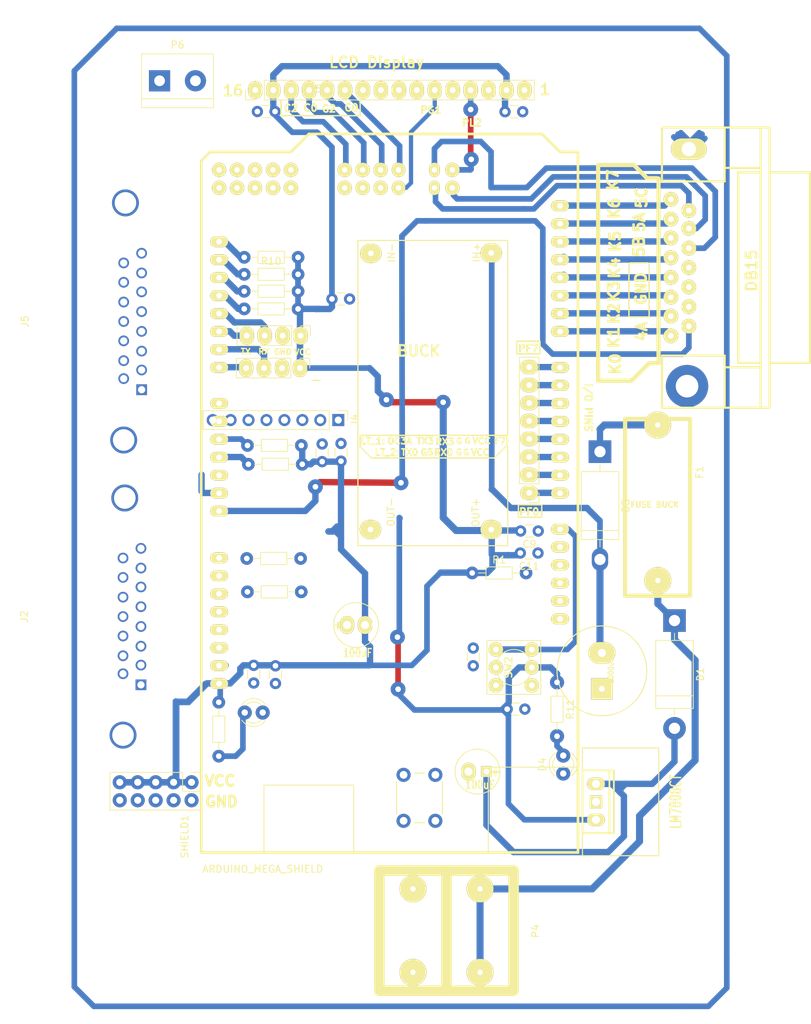
<source format=kicad_pcb>
(kicad_pcb (version 4) (host pcbnew 4.0.7)

  (general
    (links 150)
    (no_connects 71)
    (area 0 0 0 0)
    (thickness 1.6)
    (drawings 166)
    (tracks 399)
    (zones 0)
    (modules 46)
    (nets 93)
  )

  (page A4)
  (layers
    (0 F.Cu signal)
    (31 B.Cu signal)
    (32 B.Adhes user)
    (33 F.Adhes user)
    (34 B.Paste user)
    (35 F.Paste user)
    (36 B.SilkS user)
    (37 F.SilkS user)
    (38 B.Mask user)
    (39 F.Mask user)
    (40 Dwgs.User user)
    (41 Cmts.User user)
    (42 Eco1.User user)
    (43 Eco2.User user)
    (44 Edge.Cuts user)
    (45 Margin user)
    (46 B.CrtYd user)
    (47 F.CrtYd user)
    (48 B.Fab user)
    (49 F.Fab user)
  )

  (setup
    (last_trace_width 0.25)
    (user_trace_width 0.2)
    (user_trace_width 0.6)
    (user_trace_width 0.8)
    (user_trace_width 0.9)
    (user_trace_width 1)
    (trace_clearance 0.2)
    (zone_clearance 0.508)
    (zone_45_only yes)
    (trace_min 0.2)
    (segment_width 0.2)
    (edge_width 0.15)
    (via_size 0.6)
    (via_drill 0.4)
    (via_min_size 0.4)
    (via_min_drill 0.3)
    (user_via 2.1 0.8)
    (uvia_size 0.3)
    (uvia_drill 0.1)
    (uvias_allowed no)
    (uvia_min_size 0.2)
    (uvia_min_drill 0.1)
    (pcb_text_width 0.3)
    (pcb_text_size 1.5 1.5)
    (mod_edge_width 0.15)
    (mod_text_size 1 1)
    (mod_text_width 0.15)
    (pad_size 3 5.08)
    (pad_drill 2.032)
    (pad_to_mask_clearance 0.2)
    (aux_axis_origin 0 0)
    (visible_elements 7FFFFFFF)
    (pcbplotparams
      (layerselection 0x00030_80000001)
      (usegerberextensions false)
      (excludeedgelayer true)
      (linewidth 0.100000)
      (plotframeref false)
      (viasonmask false)
      (mode 1)
      (useauxorigin false)
      (hpglpennumber 1)
      (hpglpenspeed 20)
      (hpglpendiameter 15)
      (hpglpenoverlay 2)
      (psnegative false)
      (psa4output false)
      (plotreference true)
      (plotvalue true)
      (plotinvisibletext false)
      (padsonsilk false)
      (subtractmaskfromsilk false)
      (outputformat 1)
      (mirror false)
      (drillshape 1)
      (scaleselection 1)
      (outputdirectory ""))
  )

  (net 0 "")
  (net 1 "Net-(C1-Pad1)")
  (net 2 /GND)
  (net 3 /RESET)
  (net 4 /9V)
  (net 5 /VCC)
  (net 6 /12V)
  (net 7 "Net-(D2-Pad2)")
  (net 8 "Net-(D3-Pad1)")
  (net 9 /PK0)
  (net 10 /PK1)
  (net 11 /PK2)
  (net 12 /PK3)
  (net 13 /PK4)
  (net 14 /PK5)
  (net 15 /PK6)
  (net 16 /PK7)
  (net 17 /OC4A)
  (net 18 /OC5B)
  (net 19 /OC5A)
  (net 20 /OC5C)
  (net 21 /D4)
  (net 22 /D5)
  (net 23 /PA1)
  (net 24 /PA0)
  (net 25 /PA2)
  (net 26 /PA4)
  (net 27 /PA6)
  (net 28 /INT0)
  (net 29 /INT1)
  (net 30 /INT2)
  (net 31 /INT3)
  (net 32 /INT4)
  (net 33 /INT5)
  (net 34 /PA3)
  (net 35 /RX3)
  (net 36 /TX3)
  (net 37 /RX2)
  (net 38 /TX2)
  (net 39 /VIN)
  (net 40 "Net-(C13-Pad2)")
  (net 41 /PG2)
  (net 42 /PG0)
  (net 43 /D3)
  (net 44 /OC4C)
  (net 45 /PC0)
  (net 46 /PF0)
  (net 47 /PF1)
  (net 48 /PF2)
  (net 49 /PF3)
  (net 50 /PF4)
  (net 51 /PF5)
  (net 52 "Net-(D4-Pad2)")
  (net 53 /PF6)
  (net 54 /PF7)
  (net 55 /OC3A)
  (net 56 /PC2)
  (net 57 /E)
  (net 58 /PL2)
  (net 59 "Net-(J2-Pad1)")
  (net 60 /RX0)
  (net 61 /JPULSE2)
  (net 62 /UEN2)
  (net 63 /PA7)
  (net 64 "Net-(J2-Pad7)")
  (net 65 "Net-(J2-Pad8)")
  (net 66 "Net-(J2-Pad9)")
  (net 67 /TX0)
  (net 68 /JPULSE1)
  (net 69 /UEN1)
  (net 70 "Net-(J2-Pad15)")
  (net 71 "Net-(J3-Pad7)")
  (net 72 "Net-(J3-Pad8)")
  (net 73 "Net-(J3-Pad9)")
  (net 74 "Net-(J3-Pad10)")
  (net 75 /VO)
  (net 76 /PC7)
  (net 77 /PC6)
  (net 78 /PC5)
  (net 79 /PC4)
  (net 80 /PC3)
  (net 81 /PC1)
  (net 82 "Net-(J5-Pad4)")
  (net 83 "Net-(J5-Pad5)")
  (net 84 /PA5)
  (net 85 "Net-(J5-Pad12)")
  (net 86 /D7)
  (net 87 "Net-(SHIELD1-Pad4)")
  (net 88 "Net-(SHIELD1-Pad5V_4)")
  (net 89 "Net-(SHIELD1-Pad5V_5)")
  (net 90 /PD7)
  (net 91 "Net-(SHIELD1-Pad3V3)")
  (net 92 /5V)

  (net_class Default "This is the default net class."
    (clearance 0.2)
    (trace_width 0.25)
    (via_dia 0.6)
    (via_drill 0.4)
    (uvia_dia 0.3)
    (uvia_drill 0.1)
    (add_net /12V)
    (add_net /5V)
    (add_net /9V)
    (add_net /D3)
    (add_net /D4)
    (add_net /D5)
    (add_net /D7)
    (add_net /E)
    (add_net /GND)
    (add_net /INT0)
    (add_net /INT1)
    (add_net /INT2)
    (add_net /INT3)
    (add_net /INT4)
    (add_net /INT5)
    (add_net /JPULSE1)
    (add_net /JPULSE2)
    (add_net /OC3A)
    (add_net /OC4A)
    (add_net /OC4C)
    (add_net /OC5A)
    (add_net /OC5B)
    (add_net /OC5C)
    (add_net /PA0)
    (add_net /PA1)
    (add_net /PA2)
    (add_net /PA3)
    (add_net /PA4)
    (add_net /PA5)
    (add_net /PA6)
    (add_net /PA7)
    (add_net /PC0)
    (add_net /PC1)
    (add_net /PC2)
    (add_net /PC3)
    (add_net /PC4)
    (add_net /PC5)
    (add_net /PC6)
    (add_net /PC7)
    (add_net /PD7)
    (add_net /PF0)
    (add_net /PF1)
    (add_net /PF2)
    (add_net /PF3)
    (add_net /PF4)
    (add_net /PF5)
    (add_net /PF6)
    (add_net /PF7)
    (add_net /PG0)
    (add_net /PG2)
    (add_net /PK0)
    (add_net /PK1)
    (add_net /PK2)
    (add_net /PK3)
    (add_net /PK4)
    (add_net /PK5)
    (add_net /PK6)
    (add_net /PK7)
    (add_net /PL2)
    (add_net /RESET)
    (add_net /RX0)
    (add_net /RX2)
    (add_net /RX3)
    (add_net /TX0)
    (add_net /TX2)
    (add_net /TX3)
    (add_net /UEN1)
    (add_net /UEN2)
    (add_net /VCC)
    (add_net /VIN)
    (add_net /VO)
    (add_net "Net-(C1-Pad1)")
    (add_net "Net-(C13-Pad2)")
    (add_net "Net-(D2-Pad2)")
    (add_net "Net-(D3-Pad1)")
    (add_net "Net-(D4-Pad2)")
    (add_net "Net-(J2-Pad1)")
    (add_net "Net-(J2-Pad15)")
    (add_net "Net-(J2-Pad7)")
    (add_net "Net-(J2-Pad8)")
    (add_net "Net-(J2-Pad9)")
    (add_net "Net-(J3-Pad10)")
    (add_net "Net-(J3-Pad7)")
    (add_net "Net-(J3-Pad8)")
    (add_net "Net-(J3-Pad9)")
    (add_net "Net-(J5-Pad12)")
    (add_net "Net-(J5-Pad4)")
    (add_net "Net-(J5-Pad5)")
    (add_net "Net-(SHIELD1-Pad3V3)")
    (add_net "Net-(SHIELD1-Pad4)")
    (add_net "Net-(SHIELD1-Pad5V_4)")
    (add_net "Net-(SHIELD1-Pad5V_5)")
  )

  (module Diodes_THT:D_DO-201AD_P15.24mm_Horizontal (layer F.Cu) (tedit 5A056EDB) (tstamp 5A01F0AB)
    (at 189.092 84.706 270)
    (descr "D, DO-201AD series, Axial, Horizontal, pin pitch=15.24mm, , length*diameter=9.5*5.2mm^2, , http://www.diodes.com/_files/packages/DO-201AD.pdf")
    (tags "D DO-201AD series Axial Horizontal pin pitch 15.24mm  length 9.5mm diameter 5.2mm")
    (path /5A01B770)
    (fp_text reference D3 (at 7.62 -3.66 270) (layer F.SilkS)
      (effects (font (size 1 1) (thickness 0.15)))
    )
    (fp_text value DIODE (at 7.39 0.25 270) (layer F.Fab)
      (effects (font (size 1 1) (thickness 0.15)))
    )
    (fp_line (start 2.87 -2.6) (end 2.87 2.6) (layer F.Fab) (width 0.1))
    (fp_line (start 2.87 2.6) (end 12.37 2.6) (layer F.Fab) (width 0.1))
    (fp_line (start 12.37 2.6) (end 12.37 -2.6) (layer F.Fab) (width 0.1))
    (fp_line (start 12.37 -2.6) (end 2.87 -2.6) (layer F.Fab) (width 0.1))
    (fp_line (start 0 0) (end 2.87 0) (layer F.Fab) (width 0.1))
    (fp_line (start 15.24 0) (end 12.37 0) (layer F.Fab) (width 0.1))
    (fp_line (start 11.153 -2.6) (end 11.153 2.6) (layer F.Fab) (width 0.1))
    (fp_line (start 2.81 -2.66) (end 2.81 2.66) (layer F.SilkS) (width 0.12))
    (fp_line (start 2.81 2.66) (end 12.43 2.66) (layer F.SilkS) (width 0.12))
    (fp_line (start 12.43 2.66) (end 12.43 -2.66) (layer F.SilkS) (width 0.12))
    (fp_line (start 12.43 -2.66) (end 2.81 -2.66) (layer F.SilkS) (width 0.12))
    (fp_line (start 1.78 0) (end 2.81 0) (layer F.SilkS) (width 0.12))
    (fp_line (start 13.46 0) (end 12.43 0) (layer F.SilkS) (width 0.12))
    (fp_line (start 11.153 -2.66) (end 11.153 2.66) (layer F.SilkS) (width 0.12))
    (fp_line (start -1.85 -2.95) (end -1.85 2.95) (layer F.CrtYd) (width 0.05))
    (fp_line (start -1.85 2.95) (end 17.1 2.95) (layer F.CrtYd) (width 0.05))
    (fp_line (start 17.1 2.95) (end 17.1 -2.95) (layer F.CrtYd) (width 0.05))
    (fp_line (start 17.1 -2.95) (end -1.85 -2.95) (layer F.CrtYd) (width 0.05))
    (pad 1 thru_hole rect (at 0 0 270) (size 3.2 3.2) (drill 1.6) (layers *.Cu *.Mask)
      (net 8 "Net-(D3-Pad1)"))
    (pad 2 thru_hole oval (at 15.24 0 270) (size 3.2 2.3) (drill 1.6) (layers *.Cu *.Mask)
      (net 40 "Net-(C13-Pad2)"))
    (model Diodes_THT.3dshapes/D_DO-201AD_P15.24mm_Horizontal.wrl
      (at (xyz 0 0 0))
      (scale (xyz 0.393701 0.393701 0.393701))
      (rotate (xyz 0 0 0))
    )
  )

  (module Diodes_THT:D_DO-201AD_P15.24mm_Horizontal (layer F.Cu) (tedit 5A055547) (tstamp 5A01F07F)
    (at 199.642 108.586 270)
    (descr "D, DO-201AD series, Axial, Horizontal, pin pitch=15.24mm, , length*diameter=9.5*5.2mm^2, , http://www.diodes.com/_files/packages/DO-201AD.pdf")
    (tags "D DO-201AD series Axial Horizontal pin pitch 15.24mm  length 9.5mm diameter 5.2mm")
    (path /5A01B76E)
    (fp_text reference D1 (at 7.62 -3.66 270) (layer F.SilkS)
      (effects (font (size 1 1) (thickness 0.15)))
    )
    (fp_text value DIODE (at 7.21 0.2 270) (layer F.Fab)
      (effects (font (size 1 1) (thickness 0.15)))
    )
    (fp_line (start 2.87 -2.6) (end 2.87 2.6) (layer F.Fab) (width 0.1))
    (fp_line (start 2.87 2.6) (end 12.37 2.6) (layer F.Fab) (width 0.1))
    (fp_line (start 12.37 2.6) (end 12.37 -2.6) (layer F.Fab) (width 0.1))
    (fp_line (start 12.37 -2.6) (end 2.87 -2.6) (layer F.Fab) (width 0.1))
    (fp_line (start 0 0) (end 2.87 0) (layer F.Fab) (width 0.1))
    (fp_line (start 15.24 0) (end 12.37 0) (layer F.Fab) (width 0.1))
    (fp_line (start 10.645 -2.6) (end 10.645 2.6) (layer F.Fab) (width 0.1))
    (fp_line (start 2.81 -2.66) (end 2.81 2.66) (layer F.SilkS) (width 0.12))
    (fp_line (start 2.81 2.66) (end 12.43 2.66) (layer F.SilkS) (width 0.12))
    (fp_line (start 12.43 2.66) (end 12.43 -2.66) (layer F.SilkS) (width 0.12))
    (fp_line (start 12.43 -2.66) (end 2.81 -2.66) (layer F.SilkS) (width 0.12))
    (fp_line (start 1.78 0) (end 2.81 0) (layer F.SilkS) (width 0.12))
    (fp_line (start 13.46 0) (end 12.43 0) (layer F.SilkS) (width 0.12))
    (fp_line (start 10.645 -2.66) (end 10.645 2.66) (layer F.SilkS) (width 0.12))
    (fp_line (start -1.85 -2.95) (end -1.85 2.95) (layer F.CrtYd) (width 0.05))
    (fp_line (start -1.85 2.95) (end 17.1 2.95) (layer F.CrtYd) (width 0.05))
    (fp_line (start 17.1 2.95) (end 17.1 -2.95) (layer F.CrtYd) (width 0.05))
    (fp_line (start 17.1 -2.95) (end -1.85 -2.95) (layer F.CrtYd) (width 0.05))
    (pad 1 thru_hole rect (at 0 0 270) (size 3.2 3.2) (drill 1.6) (layers *.Cu *.Mask)
      (net 6 /12V))
    (pad 2 thru_hole oval (at 15.24 0 270) (size 3.2 3.2) (drill 1.6) (layers *.Cu *.Mask)
      (net 1 "Net-(C1-Pad1)"))
    (model Diodes_THT.3dshapes/D_DO-201AD_P15.24mm_Horizontal.wrl
      (at (xyz 0 0 0))
      (scale (xyz 0.393701 0.393701 0.393701))
      (rotate (xyz 0 0 0))
    )
  )

  (module Buck:ARUDINO_MEGA_SHIELD (layer F.Cu) (tedit 5A056E9E) (tstamp 5A04C3DD)
    (at 159.3596 92.7608 90)
    (path /5A01B761)
    (fp_text reference SHIELD1 (at -46.3931 -29.0576 90) (layer F.SilkS)
      (effects (font (size 1 1) (thickness 0.15)))
    )
    (fp_text value ARDUINO_MEGA_SHIELD (at -50.9651 -18.0086 180) (layer F.SilkS)
      (effects (font (size 1 1) (thickness 0.15)))
    )
    (fp_line (start -39.0906 -5.1308) (end -48.6156 -5.1308) (layer F.SilkS) (width 0.127))
    (fp_line (start -39.0906 -17.8308) (end -39.0906 -5.1308) (layer F.SilkS) (width 0.127))
    (fp_line (start -48.6156 -17.8308) (end -39.0906 -17.8308) (layer F.SilkS) (width 0.127))
    (fp_line (start -48.6156 13.9192) (end -36.5506 13.9192) (layer F.SilkS) (width 0.127))
    (fp_line (start -36.5506 13.9192) (end -36.5506 26.6192) (layer F.SilkS) (width 0.127))
    (fp_line (start 50.4444 -25.4508) (end 49.1744 -26.7208) (layer F.SilkS) (width 0.381))
    (fp_line (start -48.6156 26.6192) (end -48.6156 -26.7208) (layer F.SilkS) (width 0.381))
    (fp_line (start 49.1744 -26.7208) (end -48.6156 -26.7208) (layer F.SilkS) (width 0.381))
    (fp_line (start 50.4444 -14.0208) (end 50.4444 -25.4508) (layer F.SilkS) (width 0.381))
    (fp_line (start 50.4444 -14.0208) (end 52.9844 -11.4808) (layer F.SilkS) (width 0.381))
    (fp_line (start 52.9844 -11.4808) (end 52.9844 21.5392) (layer F.SilkS) (width 0.381))
    (fp_line (start 52.9844 21.5392) (end 50.4444 24.0792) (layer F.SilkS) (width 0.381))
    (fp_line (start 50.4444 24.0792) (end 50.4444 26.6192) (layer F.SilkS) (width 0.381))
    (fp_line (start 50.4444 26.6192) (end -48.6156 26.6192) (layer F.SilkS) (width 0.381))
    (pad AREF thru_hole oval (at -24.7396 -24.1808 180) (size 2.54 1.524) (drill 0.8128) (layers *.Cu *.Mask F.SilkS)
      (net 5 /VCC))
    (pad GND3 thru_hole oval (at -22.1996 -24.1808 180) (size 2.54 1.524) (drill 0.8128) (layers *.Cu *.Mask F.SilkS)
      (net 2 /GND))
    (pad 13 thru_hole oval (at -19.6596 -24.1808 180) (size 2.54 1.524) (drill 0.8128) (layers *.Cu *.Mask F.SilkS)
      (net 86 /D7))
    (pad 12 thru_hole oval (at -17.1196 -24.1808 180) (size 2.54 1.524) (drill 0.8128) (layers *.Cu *.Mask F.SilkS)
      (net 62 /UEN2))
    (pad 11 thru_hole oval (at -14.5796 -24.1808 180) (size 2.54 1.524) (drill 0.8128) (layers *.Cu *.Mask F.SilkS)
      (net 69 /UEN1))
    (pad 10 thru_hole oval (at -12.0396 -24.1808 180) (size 2.54 1.524) (drill 0.8128) (layers *.Cu *.Mask F.SilkS)
      (net 61 /JPULSE2))
    (pad 8 thru_hole oval (at -6.9596 -24.1808 180) (size 2.54 1.524) (drill 0.8128) (layers *.Cu *.Mask F.SilkS)
      (net 44 /OC4C))
    (pad 9 thru_hole oval (at -9.4996 -24.1808 180) (size 2.54 1.524) (drill 0.8128) (layers *.Cu *.Mask F.SilkS)
      (net 68 /JPULSE1))
    (pad 6 thru_hole oval (at -0.3556 -24.1808 180) (size 2.54 1.524) (drill 0.8128) (layers *.Cu *.Mask F.SilkS)
      (net 17 /OC4A))
    (pad 5 thru_hole oval (at 2.1844 -24.1808 180) (size 2.54 1.524) (drill 0.8128) (layers *.Cu *.Mask F.SilkS)
      (net 55 /OC3A))
    (pad 4 thru_hole oval (at 4.7244 -24.1808 180) (size 2.54 1.524) (drill 0.8128) (layers *.Cu *.Mask F.SilkS)
      (net 87 "Net-(SHIELD1-Pad4)"))
    (pad 3 thru_hole oval (at 7.2644 -24.1808 180) (size 2.54 1.524) (drill 0.8128) (layers *.Cu *.Mask F.SilkS)
      (net 33 /INT5))
    (pad 15 thru_hole oval (at 22.5044 -24.1808 180) (size 2.54 1.524) (drill 0.8128) (layers *.Cu *.Mask F.SilkS)
      (net 35 /RX3))
    (pad 16 thru_hole oval (at 25.0444 -24.1808 180) (size 2.54 1.524) (drill 0.8128) (layers *.Cu *.Mask F.SilkS)
      (net 38 /TX2))
    (pad 17 thru_hole oval (at 27.5844 -24.1808 180) (size 2.54 1.524) (drill 0.8128) (layers *.Cu *.Mask F.SilkS)
      (net 37 /RX2))
    (pad 18 thru_hole oval (at 30.1244 -24.1808 180) (size 2.54 1.524) (drill 0.8128) (layers *.Cu *.Mask F.SilkS)
      (net 31 /INT3))
    (pad 19 thru_hole oval (at 32.6644 -24.1808 180) (size 2.54 1.524) (drill 0.8128) (layers *.Cu *.Mask F.SilkS)
      (net 30 /INT2))
    (pad 20 thru_hole oval (at 35.2044 -24.1808 180) (size 2.54 1.524) (drill 0.8128) (layers *.Cu *.Mask F.SilkS)
      (net 29 /INT1))
    (pad 21 thru_hole oval (at 37.7444 -24.1808 180) (size 2.54 1.524) (drill 0.8128) (layers *.Cu *.Mask F.SilkS)
      (net 28 /INT0))
    (pad 14 thru_hole oval (at 19.9644 -24.1808 180) (size 2.54 1.524) (drill 0.8128) (layers *.Cu *.Mask F.SilkS)
      (net 36 /TX3))
    (pad 0 thru_hole oval (at 14.8844 -24.1808 180) (size 2.54 1.524) (drill 0.8128) (layers *.Cu *.Mask F.SilkS)
      (net 60 /RX0))
    (pad 1 thru_hole oval (at 12.3444 -24.1808 180) (size 2.54 1.524) (drill 0.8128) (layers *.Cu *.Mask F.SilkS)
      (net 67 /TX0))
    (pad 2 thru_hole oval (at 9.8044 -24.1808 180) (size 2.54 1.524) (drill 0.8128) (layers *.Cu *.Mask F.SilkS)
      (net 32 /INT4))
    (pad 5V_4 thru_hole circle (at 45.3644 -24.1808 90) (size 2.032 2.032) (drill 0.762) (layers *.Cu *.Mask F.SilkS)
      (net 88 "Net-(SHIELD1-Pad5V_4)"))
    (pad 5V_5 thru_hole circle (at 47.9044 -24.1808 90) (size 2.032 2.032) (drill 0.762) (layers *.Cu *.Mask F.SilkS)
      (net 89 "Net-(SHIELD1-Pad5V_5)"))
    (pad 22 thru_hole circle (at 45.3644 -21.6408 90) (size 2.032 2.032) (drill 0.762) (layers *.Cu *.Mask F.SilkS)
      (net 24 /PA0))
    (pad 23 thru_hole circle (at 47.9044 -21.6408 90) (size 2.032 2.032) (drill 0.762) (layers *.Cu *.Mask F.SilkS)
      (net 23 /PA1))
    (pad 24 thru_hole circle (at 45.3644 -19.1008 90) (size 2.032 2.032) (drill 0.762) (layers *.Cu *.Mask F.SilkS)
      (net 25 /PA2))
    (pad 25 thru_hole circle (at 47.9044 -19.1008 90) (size 2.032 2.032) (drill 0.762) (layers *.Cu *.Mask F.SilkS)
      (net 34 /PA3))
    (pad 26 thru_hole circle (at 45.3644 -16.5608 90) (size 2.032 2.032) (drill 0.762) (layers *.Cu *.Mask F.SilkS)
      (net 26 /PA4))
    (pad 27 thru_hole circle (at 47.9044 -16.5608 90) (size 2.032 2.032) (drill 0.762) (layers *.Cu *.Mask F.SilkS)
      (net 84 /PA5))
    (pad 28 thru_hole circle (at 45.3644 -14.0208 90) (size 2.032 2.032) (drill 0.762) (layers *.Cu *.Mask F.SilkS)
      (net 27 /PA6))
    (pad 29 thru_hole circle (at 47.9044 -14.0208 90) (size 2.032 2.032) (drill 0.762) (layers *.Cu *.Mask F.SilkS)
      (net 63 /PA7))
    (pad 34 thru_hole circle (at 45.3644 -6.4008 90) (size 2.032 2.032) (drill 0.762) (layers *.Cu *.Mask F.SilkS)
      (net 80 /PC3))
    (pad 35 thru_hole circle (at 47.9044 -6.4008 90) (size 2.032 2.032) (drill 0.762) (layers *.Cu *.Mask F.SilkS)
      (net 56 /PC2))
    (pad 36 thru_hole circle (at 45.3644 -3.8608 90) (size 2.032 2.032) (drill 0.762) (layers *.Cu *.Mask F.SilkS)
      (net 81 /PC1))
    (pad 37 thru_hole circle (at 47.9044 -3.8608 90) (size 2.032 2.032) (drill 0.762) (layers *.Cu *.Mask F.SilkS)
      (net 45 /PC0))
    (pad 38 thru_hole circle (at 45.3644 -1.3208 90) (size 2.032 2.032) (drill 0.762) (layers *.Cu *.Mask F.SilkS)
      (net 90 /PD7))
    (pad 39 thru_hole circle (at 47.9044 -1.3208 90) (size 2.032 2.032) (drill 0.762) (layers *.Cu *.Mask F.SilkS)
      (net 41 /PG2))
    (pad 40 thru_hole oval (at 45.3644 1.2192 90) (size 2.032 1.9) (drill 0.762) (layers *.Cu *.Mask F.SilkS)
      (net 57 /E))
    (pad 41 thru_hole oval (at 47.9044 1.2192 90) (size 2.032 1.9) (drill 0.762) (layers *.Cu *.Mask F.SilkS)
      (net 42 /PG0))
    (pad 44 thru_hole oval (at 45.3644 6.2992 90) (size 2.032 1.5) (drill 0.762) (layers *.Cu *.Mask F.SilkS)
      (net 20 /OC5C))
    (pad 45 thru_hole oval (at 47.9044 6.2992 90) (size 2.032 1.5) (drill 0.762) (layers *.Cu *.Mask F.SilkS)
      (net 18 /OC5B))
    (pad 46 thru_hole circle (at 45.3644 8.8392 90) (size 2.032 2.032) (drill 0.762) (layers *.Cu *.Mask F.SilkS)
      (net 19 /OC5A))
    (pad 47 thru_hole circle (at 47.9044 8.8392 90) (size 2.032 2.032) (drill 0.762) (layers *.Cu *.Mask F.SilkS)
      (net 58 /PL2))
    (pad AD0 thru_hole oval (at 2.1844 24.0792 180) (size 2.54 1.524) (drill 0.8128) (layers *.Cu *.Mask F.SilkS)
      (net 46 /PF0))
    (pad AD1 thru_hole oval (at 4.7244 24.0792 180) (size 2.54 1.524) (drill 0.8128) (layers *.Cu *.Mask F.SilkS)
      (net 47 /PF1))
    (pad AD2 thru_hole oval (at 7.2644 24.0792 180) (size 2.54 1.524) (drill 0.8128) (layers *.Cu *.Mask F.SilkS)
      (net 48 /PF2))
    (pad AD3 thru_hole oval (at 9.8044 24.0792 180) (size 2.54 1.524) (drill 0.8128) (layers *.Cu *.Mask F.SilkS)
      (net 49 /PF3))
    (pad AD4 thru_hole oval (at 12.3444 24.0792 180) (size 2.54 1.524) (drill 0.8128) (layers *.Cu *.Mask F.SilkS)
      (net 50 /PF4))
    (pad AD5 thru_hole oval (at 14.8844 24.0792 180) (size 2.54 1.524) (drill 0.8128) (layers *.Cu *.Mask F.SilkS)
      (net 51 /PF5))
    (pad AD6 thru_hole oval (at 17.4244 24.0792 180) (size 2.54 1.524) (drill 0.8128) (layers *.Cu *.Mask F.SilkS)
      (net 53 /PF6))
    (pad AD7 thru_hole oval (at 19.9644 24.0792 180) (size 2.54 1.524) (drill 0.8128) (layers *.Cu *.Mask F.SilkS)
      (net 54 /PF7))
    (pad AD8 thru_hole oval (at 25.0444 24.0792 180) (size 2.54 1.524) (drill 0.8128) (layers *.Cu *.Mask F.SilkS)
      (net 9 /PK0))
    (pad AD9 thru_hole oval (at 27.5844 24.0792 180) (size 2.54 1.524) (drill 0.8128) (layers *.Cu *.Mask F.SilkS)
      (net 10 /PK1))
    (pad AD10 thru_hole oval (at 30.1244 24.0792 180) (size 2.54 1.524) (drill 0.8128) (layers *.Cu *.Mask F.SilkS)
      (net 11 /PK2))
    (pad AD11 thru_hole oval (at 32.6644 24.0792 180) (size 2.54 1.524) (drill 0.8128) (layers *.Cu *.Mask F.SilkS)
      (net 12 /PK3))
    (pad AD12 thru_hole oval (at 35.2044 24.0792 180) (size 2.54 1.524) (drill 0.8128) (layers *.Cu *.Mask F.SilkS)
      (net 13 /PK4))
    (pad AD13 thru_hole oval (at 37.7444 24.0792 180) (size 2.54 1.524) (drill 0.8128) (layers *.Cu *.Mask F.SilkS)
      (net 14 /PK5))
    (pad AD14 thru_hole oval (at 40.2844 24.0792 180) (size 2.54 1.524) (drill 0.8128) (layers *.Cu *.Mask F.SilkS)
      (net 15 /PK6))
    (pad AD15 thru_hole oval (at 42.8244 24.0792 180) (size 2.54 1.524) (drill 0.8128) (layers *.Cu *.Mask F.SilkS)
      (net 16 /PK7))
    (pad RST thru_hole oval (at -15.5956 24.0792 180) (size 2.54 1.524) (drill 0.8128) (layers *.Cu *.Mask F.SilkS)
      (net 3 /RESET))
    (pad 3V3 thru_hole oval (at -13.0556 24.0792 180) (size 2.54 1.524) (drill 0.8128) (layers *.Cu *.Mask F.SilkS)
      (net 91 "Net-(SHIELD1-Pad3V3)"))
    (pad 5V thru_hole oval (at -10.5156 24.0792 180) (size 2.54 1.524) (drill 0.8128) (layers *.Cu *.Mask F.SilkS)
      (net 92 /5V))
    (pad GND2 thru_hole oval (at -5.4356 24.0792 180) (size 2.54 1.524) (drill 0.8128) (layers *.Cu *.Mask F.SilkS)
      (net 2 /GND))
    (pad GND1 thru_hole oval (at -7.9756 24.0792 180) (size 2.54 1.524) (drill 0.8128) (layers *.Cu *.Mask F.SilkS)
      (net 2 /GND))
    (pad V_IN thru_hole oval (at -2.8956 24.0792 180) (size 2.54 1.524) (drill 0.8128) (layers *.Cu *.Mask F.SilkS)
      (net 39 /VIN))
  )

  (module Capacitors_THT:C_Disc_D3.0mm_W1.6mm_P2.50mm (layer F.Cu) (tedit 58765D06) (tstamp 5A01F047)
    (at 180.3146 99.03714 180)
    (descr "C, Disc series, Radial, pin pitch=2.50mm, , diameter*width=3.0*1.6mm^2, Capacitor, http://www.vishay.com/docs/45233/krseries.pdf")
    (tags "C Disc series Radial pin pitch 2.50mm  diameter 3.0mm width 1.6mm Capacitor")
    (path /5A01B77F)
    (fp_text reference C11 (at 1.25 -1.86 180) (layer F.SilkS)
      (effects (font (size 1 1) (thickness 0.15)))
    )
    (fp_text value 104 (at 1.25 1.86 180) (layer F.Fab)
      (effects (font (size 1 1) (thickness 0.15)))
    )
    (fp_line (start -0.25 -0.8) (end -0.25 0.8) (layer F.Fab) (width 0.1))
    (fp_line (start -0.25 0.8) (end 2.75 0.8) (layer F.Fab) (width 0.1))
    (fp_line (start 2.75 0.8) (end 2.75 -0.8) (layer F.Fab) (width 0.1))
    (fp_line (start 2.75 -0.8) (end -0.25 -0.8) (layer F.Fab) (width 0.1))
    (fp_line (start 0.663 -0.861) (end 1.837 -0.861) (layer F.SilkS) (width 0.12))
    (fp_line (start 0.663 0.861) (end 1.837 0.861) (layer F.SilkS) (width 0.12))
    (fp_line (start -1.05 -1.15) (end -1.05 1.15) (layer F.CrtYd) (width 0.05))
    (fp_line (start -1.05 1.15) (end 3.55 1.15) (layer F.CrtYd) (width 0.05))
    (fp_line (start 3.55 1.15) (end 3.55 -1.15) (layer F.CrtYd) (width 0.05))
    (fp_line (start 3.55 -1.15) (end -1.05 -1.15) (layer F.CrtYd) (width 0.05))
    (pad 1 thru_hole circle (at 0 0 180) (size 1.6 1.6) (drill 0.8) (layers *.Cu *.Mask)
      (net 2 /GND))
    (pad 2 thru_hole circle (at 2.5 0 180) (size 1.6 1.6) (drill 0.8) (layers *.Cu *.Mask)
      (net 5 /VCC))
    (model Capacitors_THT.3dshapes/C_Disc_D3.0mm_W1.6mm_P2.50mm.wrl
      (at (xyz 0 0 0))
      (scale (xyz 0.393701 0.393701 0.393701))
      (rotate (xyz 0 0 0))
    )
  )

  (module Buck:c_1000 (layer F.Cu) (tedit 5A04077D) (tstamp 5A01F05F)
    (at 189.362 115.696 90)
    (descr "Condensateur e = 1 pas")
    (tags C)
    (path /5A01B76C)
    (fp_text reference C13 (at 0 -1.26746 90) (layer F.SilkS) hide
      (effects (font (size 0.762 0.762) (thickness 0.127)))
    )
    (fp_text value 1000uF (at 0 1.27 90) (layer F.SilkS)
      (effects (font (size 0.762 0.635) (thickness 0.127)))
    )
    (fp_circle (center 0 0) (end 6.35 0) (layer F.SilkS) (width 0.15))
    (fp_text user + (at -2.286 0 90) (layer F.SilkS)
      (effects (font (size 0.762 0.762) (thickness 0.2032)))
    )
    (pad 1 thru_hole rect (at -2.54 0 90) (size 3.048 3.048) (drill 0.8128) (layers *.Cu *.Mask F.SilkS)
      (net 2 /GND))
    (pad 2 thru_hole oval (at 2.54 0 90) (size 3.048 3.81) (drill 1.143) (layers *.Cu *.Mask F.SilkS)
      (net 40 "Net-(C13-Pad2)"))
    (model discret/c_vert_c1v5.wrl
      (at (xyz 0 0 0))
      (scale (xyz 1 1 1))
      (rotate (xyz 0 0 0))
    )
  )

  (module Mod_files:DB15MC (layer F.Cu) (tedit 5A057277) (tstamp 5A18D96D)
    (at 200.402 58.676 270)
    (descr "Connecteur DB15 MALE couche")
    (tags "CONN DB15")
    (path /5A01B77C)
    (fp_text reference J1 (at 0 -15.24 360) (layer F.SilkS) hide
      (effects (font (thickness 0.3048)))
    )
    (fp_text value DB15 (at 0.42164 -10.14476 270) (layer F.SilkS)
      (effects (font (thickness 0.3048)))
    )
    (fp_line (start 19.812 -11.43) (end -19.812 -11.43) (layer F.SilkS) (width 0.3048))
    (fp_line (start 19.812 -12.7) (end -19.812 -12.7) (layer F.SilkS) (width 0.3048))
    (fp_line (start 13.462 -8.255) (end -13.462 -8.255) (layer F.SilkS) (width 0.3048))
    (fp_line (start -13.462 -18.415) (end 13.462 -18.415) (layer F.SilkS) (width 0.3048))
    (fp_line (start 13.462 -12.7) (end 13.462 -18.415) (layer F.SilkS) (width 0.3048))
    (fp_line (start 13.462 -8.255) (end 13.462 -11.43) (layer F.SilkS) (width 0.3048))
    (fp_line (start 14.097 -6.35) (end 14.097 -11.43) (layer F.SilkS) (width 0.3048))
    (fp_line (start 12.446 -6.35) (end 19.812 -6.35) (layer F.SilkS) (width 0.3048))
    (fp_line (start 12.446 2.54) (end 12.446 -6.35) (layer F.SilkS) (width 0.3048))
    (fp_line (start 19.812 2.54) (end 12.446 2.54) (layer F.SilkS) (width 0.3048))
    (fp_line (start 19.812 2.54) (end 19.812 -12.7) (layer F.SilkS) (width 0.3048))
    (fp_line (start -14.097 -11.43) (end -14.097 -6.35) (layer F.SilkS) (width 0.3048))
    (fp_line (start -12.192 -6.35) (end -12.192 2.54) (layer F.SilkS) (width 0.3048))
    (fp_line (start -19.812 2.54) (end -19.812 -11.43) (layer F.SilkS) (width 0.3048))
    (fp_line (start -19.812 -6.35) (end -12.192 -6.35) (layer F.SilkS) (width 0.3048))
    (fp_line (start -13.462 -8.255) (end -13.462 -11.43) (layer F.SilkS) (width 0.3048))
    (fp_line (start -13.462 -18.415) (end -13.462 -12.7) (layer F.SilkS) (width 0.3048))
    (fp_line (start -19.812 -12.7) (end -19.812 -11.43) (layer F.SilkS) (width 0.3048))
    (fp_line (start -19.812 2.54) (end -12.192 2.54) (layer F.SilkS) (width 0.3048))
    (pad 16 thru_hole circle (at 16.764 -1.016 270) (size 6 6) (drill 3.2) (layers *.Cu *.Mask))
    (pad 17 thru_hole oval (at -16.764 -1.27 270) (size 3 5.08) (drill 2.032) (layers *.Cu *.Mask F.SilkS))
    (pad 8 thru_hole circle (at -9.652 1.27 270) (size 2.0828 2.0828) (drill 0.8) (layers *.Cu *.Mask F.SilkS)
      (net 16 /PK7))
    (pad 7 thru_hole circle (at -6.858 1.27 270) (size 2.0828 2.0828) (drill 0.8) (layers *.Cu *.Mask F.SilkS)
      (net 15 /PK6))
    (pad 6 thru_hole circle (at -4.191 1.27 270) (size 2.0828 2.0828) (drill 0.8) (layers *.Cu *.Mask F.SilkS)
      (net 14 /PK5))
    (pad 5 thru_hole circle (at -1.397 1.27 270) (size 2.0828 2.0828) (drill 0.8) (layers *.Cu *.Mask F.SilkS)
      (net 13 /PK4))
    (pad 4 thru_hole circle (at 1.397 1.27 270) (size 2.0828 2.0828) (drill 0.8) (layers *.Cu *.Mask F.SilkS)
      (net 12 /PK3))
    (pad 3 thru_hole circle (at 4.191 1.27 270) (size 2.0828 2.0828) (drill 0.8) (layers *.Cu *.Mask F.SilkS)
      (net 11 /PK2))
    (pad 2 thru_hole circle (at 6.858 1.27 270) (size 2.0828 2.0828) (drill 0.8) (layers *.Cu *.Mask F.SilkS)
      (net 10 /PK1))
    (pad 1 thru_hole circle (at 9.652 1.27 270) (size 2.0828 2.0828) (drill 0.8) (layers *.Cu *.Mask F.SilkS)
      (net 9 /PK0))
    (pad 15 thru_hole circle (at -8.0772 -1.27 270) (size 2.0828 2.0828) (drill 0.8) (layers *.Cu *.Mask F.SilkS)
      (net 20 /OC5C))
    (pad 14 thru_hole circle (at -5.5372 -1.27 270) (size 2.0828 2.0828) (drill 0.8) (layers *.Cu *.Mask F.SilkS)
      (net 19 /OC5A))
    (pad 13 thru_hole circle (at -2.7432 -1.27 270) (size 2.0828 2.0828) (drill 0.8) (layers *.Cu *.Mask F.SilkS)
      (net 18 /OC5B))
    (pad 12 thru_hole circle (at 0 -1.27 270) (size 2.0828 2.0828) (drill 0.8) (layers *.Cu *.Mask F.SilkS)
      (net 2 /GND))
    (pad 11 thru_hole circle (at 2.7432 -1.27 270) (size 2.0828 2.0828) (drill 0.8) (layers *.Cu *.Mask F.SilkS)
      (net 2 /GND))
    (pad 10 thru_hole circle (at 5.5372 -1.27 270) (size 2.0828 2.0828) (drill 0.8) (layers *.Cu *.Mask F.SilkS)
      (net 2 /GND))
    (pad 9 thru_hole circle (at 8.2804 -1.27 270) (size 2.0828 2.0828) (drill 0.8) (layers *.Cu *.Mask F.SilkS)
      (net 17 /OC4A))
    (model conn_DBxx/db15_male_pin90deg.wrl
      (at (xyz 0 0 0))
      (scale (xyz 1 1 1))
      (rotate (xyz 0 0 0))
    )
  )

  (module Buck:c_100 (layer F.Cu) (tedit 5A04B951) (tstamp 5A01EFA7)
    (at 171.752 129.946 180)
    (path /5A01B765)
    (fp_text reference C1 (at 0 1.524 180) (layer F.SilkS) hide
      (effects (font (size 1.143 0.889) (thickness 0.2032)))
    )
    (fp_text value 100uF (at -0.333 -1.8673 180) (layer F.SilkS)
      (effects (font (size 1.143 0.889) (thickness 0.2032)))
    )
    (fp_text user + (at -2.54 0 180) (layer F.SilkS)
      (effects (font (size 1.143 1.143) (thickness 0.3048)))
    )
    (fp_circle (center 0 0) (end 3.175 0) (layer F.SilkS) (width 0.127))
    (pad 1 thru_hole rect (at -1.27 0 180) (size 1.524 1.524) (drill 0.8128) (layers *.Cu *.Mask F.SilkS)
      (net 1 "Net-(C1-Pad1)"))
    (pad 2 thru_hole oval (at 1.27 0 180) (size 2.032 2.54) (drill 1.143) (layers *.Cu *.Mask F.SilkS)
      (net 2 /GND))
    (model discret/c_vert_c1v7.wrl
      (at (xyz 0 0 0))
      (scale (xyz 1 1 1))
      (rotate (xyz 0 0 0))
    )
  )

  (module Capacitors_THT:C_Disc_D3.0mm_W1.6mm_P2.50mm (layer F.Cu) (tedit 5A05407C) (tstamp 5A01EFB7)
    (at 171.152 112.476 270)
    (descr "C, Disc series, Radial, pin pitch=2.50mm, , diameter*width=3.0*1.6mm^2, Capacitor, http://www.vishay.com/docs/45233/krseries.pdf")
    (tags "C Disc series Radial pin pitch 2.50mm  diameter 3.0mm width 1.6mm Capacitor")
    (path /5A01B768)
    (fp_text reference C2 (at 1.25 -1.86 270) (layer F.SilkS) hide
      (effects (font (size 1 1) (thickness 0.15)))
    )
    (fp_text value 104Pf (at 1.25 1.86 270) (layer F.Fab)
      (effects (font (size 0.8 0.8) (thickness 0.15)))
    )
    (fp_line (start -0.25 -0.8) (end -0.25 0.8) (layer F.Fab) (width 0.1))
    (fp_line (start -0.25 0.8) (end 2.75 0.8) (layer F.Fab) (width 0.1))
    (fp_line (start 2.75 0.8) (end 2.75 -0.8) (layer F.Fab) (width 0.1))
    (fp_line (start 2.75 -0.8) (end -0.25 -0.8) (layer F.Fab) (width 0.1))
    (fp_line (start 0.663 -0.861) (end 1.837 -0.861) (layer F.SilkS) (width 0.12))
    (fp_line (start 0.663 0.861) (end 1.837 0.861) (layer F.SilkS) (width 0.12))
    (fp_line (start -1.05 -1.15) (end -1.05 1.15) (layer F.CrtYd) (width 0.05))
    (fp_line (start -1.05 1.15) (end 3.55 1.15) (layer F.CrtYd) (width 0.05))
    (fp_line (start 3.55 1.15) (end 3.55 -1.15) (layer F.CrtYd) (width 0.05))
    (fp_line (start 3.55 -1.15) (end -1.05 -1.15) (layer F.CrtYd) (width 0.05))
    (pad 1 thru_hole circle (at 0 0 270) (size 1.6 1.6) (drill 0.8) (layers *.Cu *.Mask)
      (net 3 /RESET))
    (pad 2 thru_hole circle (at 2.5 0 270) (size 1.6 1.6) (drill 0.8) (layers *.Cu *.Mask)
      (net 2 /GND))
    (model Capacitors_THT.3dshapes/C_Disc_D3.0mm_W1.6mm_P2.50mm.wrl
      (at (xyz 0 0 0))
      (scale (xyz 0.393701 0.393701 0.393701))
      (rotate (xyz 0 0 0))
    )
  )

  (module Capacitors_THT:C_Disc_D3.0mm_W1.6mm_P2.50mm (layer F.Cu) (tedit 5A04B98B) (tstamp 5A01EFC7)
    (at 175.95596 121.10974)
    (descr "C, Disc series, Radial, pin pitch=2.50mm, , diameter*width=3.0*1.6mm^2, Capacitor, http://www.vishay.com/docs/45233/krseries.pdf")
    (tags "C Disc series Radial pin pitch 2.50mm  diameter 3.0mm width 1.6mm Capacitor")
    (path /5A01B766)
    (fp_text reference C3 (at 1.25 -1.86) (layer F.SilkS) hide
      (effects (font (size 1 1) (thickness 0.15)))
    )
    (fp_text value 10uF (at 1.25 1.86) (layer F.Fab)
      (effects (font (size 0.8 0.8) (thickness 0.2)))
    )
    (fp_line (start -0.25 -0.8) (end -0.25 0.8) (layer F.Fab) (width 0.1))
    (fp_line (start -0.25 0.8) (end 2.75 0.8) (layer F.Fab) (width 0.1))
    (fp_line (start 2.75 0.8) (end 2.75 -0.8) (layer F.Fab) (width 0.1))
    (fp_line (start 2.75 -0.8) (end -0.25 -0.8) (layer F.Fab) (width 0.1))
    (fp_line (start 0.663 -0.861) (end 1.837 -0.861) (layer F.SilkS) (width 0.12))
    (fp_line (start 0.663 0.861) (end 1.837 0.861) (layer F.SilkS) (width 0.12))
    (fp_line (start -1.05 -1.15) (end -1.05 1.15) (layer F.CrtYd) (width 0.05))
    (fp_line (start -1.05 1.15) (end 3.55 1.15) (layer F.CrtYd) (width 0.05))
    (fp_line (start 3.55 1.15) (end 3.55 -1.15) (layer F.CrtYd) (width 0.05))
    (fp_line (start 3.55 -1.15) (end -1.05 -1.15) (layer F.CrtYd) (width 0.05))
    (pad 1 thru_hole circle (at 0 0) (size 1.6 1.6) (drill 0.8) (layers *.Cu *.Mask)
      (net 4 /9V))
    (pad 2 thru_hole circle (at 2.5 0) (size 1.6 1.6) (drill 0.8) (layers *.Cu *.Mask)
      (net 2 /GND))
    (model Capacitors_THT.3dshapes/C_Disc_D3.0mm_W1.6mm_P2.50mm.wrl
      (at (xyz 0 0 0))
      (scale (xyz 0.393701 0.393701 0.393701))
      (rotate (xyz 0 0 0))
    )
  )

  (module Capacitors_THT:C_Disc_D3.0mm_W1.6mm_P2.50mm (layer F.Cu) (tedit 5A04036C) (tstamp 5A01EFD7)
    (at 149.762 86.116 90)
    (descr "C, Disc series, Radial, pin pitch=2.50mm, , diameter*width=3.0*1.6mm^2, Capacitor, http://www.vishay.com/docs/45233/krseries.pdf")
    (tags "C Disc series Radial pin pitch 2.50mm  diameter 3.0mm width 1.6mm Capacitor")
    (path /5A01B775)
    (fp_text reference C4 (at 1.25 -1.86 90) (layer F.SilkS) hide
      (effects (font (size 1 1) (thickness 0.15)))
    )
    (fp_text value 104 (at -2.022 -0.41 180) (layer F.Fab)
      (effects (font (size 0.8 0.8) (thickness 0.2)))
    )
    (fp_line (start -0.25 -0.8) (end -0.25 0.8) (layer F.Fab) (width 0.1))
    (fp_line (start -0.25 0.8) (end 2.75 0.8) (layer F.Fab) (width 0.1))
    (fp_line (start 2.75 0.8) (end 2.75 -0.8) (layer F.Fab) (width 0.1))
    (fp_line (start 2.75 -0.8) (end -0.25 -0.8) (layer F.Fab) (width 0.1))
    (fp_line (start 0.663 -0.861) (end 1.837 -0.861) (layer F.SilkS) (width 0.12))
    (fp_line (start 0.663 0.861) (end 1.837 0.861) (layer F.SilkS) (width 0.12))
    (fp_line (start -1.05 -1.15) (end -1.05 1.15) (layer F.CrtYd) (width 0.05))
    (fp_line (start -1.05 1.15) (end 3.55 1.15) (layer F.CrtYd) (width 0.05))
    (fp_line (start 3.55 1.15) (end 3.55 -1.15) (layer F.CrtYd) (width 0.05))
    (fp_line (start 3.55 -1.15) (end -1.05 -1.15) (layer F.CrtYd) (width 0.05))
    (pad 1 thru_hole circle (at 0 0 90) (size 1.6 1.6) (drill 0.8) (layers *.Cu *.Mask)
      (net 5 /VCC))
    (pad 2 thru_hole circle (at 2.5 0 90) (size 1.6 1.6) (drill 0.8) (layers *.Cu *.Mask)
      (net 2 /GND))
    (model Capacitors_THT.3dshapes/C_Disc_D3.0mm_W1.6mm_P2.50mm.wrl
      (at (xyz 0 0 0))
      (scale (xyz 0.393701 0.393701 0.393701))
      (rotate (xyz 0 0 0))
    )
  )

  (module Capacitors_THT:C_Disc_D3.0mm_W1.6mm_P2.50mm (layer F.Cu) (tedit 5A04B85B) (tstamp 5A01EFE7)
    (at 178.152 36.636 180)
    (descr "C, Disc series, Radial, pin pitch=2.50mm, , diameter*width=3.0*1.6mm^2, Capacitor, http://www.vishay.com/docs/45233/krseries.pdf")
    (tags "C Disc series Radial pin pitch 2.50mm  diameter 3.0mm width 1.6mm Capacitor")
    (path /5A01B779)
    (fp_text reference C5 (at 1.25 -1.86 180) (layer F.SilkS) hide
      (effects (font (size 1 1) (thickness 0.15)))
    )
    (fp_text value 104 (at 1.21306 -1.89326 180) (layer F.Fab)
      (effects (font (size 1 1) (thickness 0.25)))
    )
    (fp_line (start -0.25 -0.8) (end -0.25 0.8) (layer F.Fab) (width 0.1))
    (fp_line (start -0.25 0.8) (end 2.75 0.8) (layer F.Fab) (width 0.1))
    (fp_line (start 2.75 0.8) (end 2.75 -0.8) (layer F.Fab) (width 0.1))
    (fp_line (start 2.75 -0.8) (end -0.25 -0.8) (layer F.Fab) (width 0.1))
    (fp_line (start 0.663 -0.861) (end 1.837 -0.861) (layer F.SilkS) (width 0.12))
    (fp_line (start 0.663 0.861) (end 1.837 0.861) (layer F.SilkS) (width 0.12))
    (fp_line (start -1.05 -1.15) (end -1.05 1.15) (layer F.CrtYd) (width 0.05))
    (fp_line (start -1.05 1.15) (end 3.55 1.15) (layer F.CrtYd) (width 0.05))
    (fp_line (start 3.55 1.15) (end 3.55 -1.15) (layer F.CrtYd) (width 0.05))
    (fp_line (start 3.55 -1.15) (end -1.05 -1.15) (layer F.CrtYd) (width 0.05))
    (pad 1 thru_hole circle (at 0 0 180) (size 1.6 1.6) (drill 0.8) (layers *.Cu *.Mask)
      (net 2 /GND))
    (pad 2 thru_hole circle (at 2.5 0 180) (size 1.6 1.6) (drill 0.8) (layers *.Cu *.Mask)
      (net 5 /VCC))
    (model Capacitors_THT.3dshapes/C_Disc_D3.0mm_W1.6mm_P2.50mm.wrl
      (at (xyz 0 0 0))
      (scale (xyz 0.393701 0.393701 0.393701))
      (rotate (xyz 0 0 0))
    )
  )

  (module Capacitors_THT:C_Disc_D3.0mm_W1.6mm_P2.50mm (layer F.Cu) (tedit 5A04B88C) (tstamp 5A01EFF7)
    (at 143.092 36.606 180)
    (descr "C, Disc series, Radial, pin pitch=2.50mm, , diameter*width=3.0*1.6mm^2, Capacitor, http://www.vishay.com/docs/45233/krseries.pdf")
    (tags "C Disc series Radial pin pitch 2.50mm  diameter 3.0mm width 1.6mm Capacitor")
    (path /5A01B776)
    (fp_text reference C6 (at 1.25 -1.86 180) (layer F.SilkS) hide
      (effects (font (size 1 1) (thickness 0.15)))
    )
    (fp_text value 104 (at 1.26856 -2.16456 180) (layer F.Fab)
      (effects (font (size 1 1) (thickness 0.25)))
    )
    (fp_line (start -0.25 -0.8) (end -0.25 0.8) (layer F.Fab) (width 0.1))
    (fp_line (start -0.25 0.8) (end 2.75 0.8) (layer F.Fab) (width 0.1))
    (fp_line (start 2.75 0.8) (end 2.75 -0.8) (layer F.Fab) (width 0.1))
    (fp_line (start 2.75 -0.8) (end -0.25 -0.8) (layer F.Fab) (width 0.1))
    (fp_line (start 0.663 -0.861) (end 1.837 -0.861) (layer F.SilkS) (width 0.12))
    (fp_line (start 0.663 0.861) (end 1.837 0.861) (layer F.SilkS) (width 0.12))
    (fp_line (start -1.05 -1.15) (end -1.05 1.15) (layer F.CrtYd) (width 0.05))
    (fp_line (start -1.05 1.15) (end 3.55 1.15) (layer F.CrtYd) (width 0.05))
    (fp_line (start 3.55 1.15) (end 3.55 -1.15) (layer F.CrtYd) (width 0.05))
    (fp_line (start 3.55 -1.15) (end -1.05 -1.15) (layer F.CrtYd) (width 0.05))
    (pad 1 thru_hole circle (at 0 0 180) (size 1.6 1.6) (drill 0.8) (layers *.Cu *.Mask)
      (net 5 /VCC))
    (pad 2 thru_hole circle (at 2.5 0 180) (size 1.6 1.6) (drill 0.8) (layers *.Cu *.Mask)
      (net 2 /GND))
    (model Capacitors_THT.3dshapes/C_Disc_D3.0mm_W1.6mm_P2.50mm.wrl
      (at (xyz 0 0 0))
      (scale (xyz 0.393701 0.393701 0.393701))
      (rotate (xyz 0 0 0))
    )
  )

  (module Capacitors_THT:C_Disc_D3.0mm_W1.6mm_P2.50mm (layer F.Cu) (tedit 5A057320) (tstamp 5A01F007)
    (at 140.072 117.416 90)
    (descr "C, Disc series, Radial, pin pitch=2.50mm, , diameter*width=3.0*1.6mm^2, Capacitor, http://www.vishay.com/docs/45233/krseries.pdf")
    (tags "C Disc series Radial pin pitch 2.50mm  diameter 3.0mm width 1.6mm Capacitor")
    (path /5A01B77A)
    (fp_text reference C7 (at 1.25 -1.86 90) (layer F.SilkS) hide
      (effects (font (size 1 1) (thickness 0.15)))
    )
    (fp_text value 104 (at 4.62 0.07 180) (layer F.Fab)
      (effects (font (size 0.9 0.9) (thickness 0.2)))
    )
    (fp_line (start -0.25 -0.8) (end -0.25 0.8) (layer F.Fab) (width 0.1))
    (fp_line (start -0.25 0.8) (end 2.75 0.8) (layer F.Fab) (width 0.1))
    (fp_line (start 2.75 0.8) (end 2.75 -0.8) (layer F.Fab) (width 0.1))
    (fp_line (start 2.75 -0.8) (end -0.25 -0.8) (layer F.Fab) (width 0.1))
    (fp_line (start 0.663 -0.861) (end 1.837 -0.861) (layer F.SilkS) (width 0.12))
    (fp_line (start 0.663 0.861) (end 1.837 0.861) (layer F.SilkS) (width 0.12))
    (fp_line (start -1.05 -1.15) (end -1.05 1.15) (layer F.CrtYd) (width 0.05))
    (fp_line (start -1.05 1.15) (end 3.55 1.15) (layer F.CrtYd) (width 0.05))
    (fp_line (start 3.55 1.15) (end 3.55 -1.15) (layer F.CrtYd) (width 0.05))
    (fp_line (start 3.55 -1.15) (end -1.05 -1.15) (layer F.CrtYd) (width 0.05))
    (pad 1 thru_hole circle (at 0 0 90) (size 1.6 1.6) (drill 0.8) (layers *.Cu *.Mask)
      (net 2 /GND))
    (pad 2 thru_hole circle (at 2.5 0 90) (size 1.6 1.6) (drill 0.8) (layers *.Cu *.Mask)
      (net 5 /VCC))
    (model Capacitors_THT.3dshapes/C_Disc_D3.0mm_W1.6mm_P2.50mm.wrl
      (at (xyz 0 0 0))
      (scale (xyz 0.393701 0.393701 0.393701))
      (rotate (xyz 0 0 0))
    )
  )

  (module Capacitors_THT:C_Disc_D3.0mm_W1.6mm_P2.50mm (layer F.Cu) (tedit 5A04B8A6) (tstamp 5A01F017)
    (at 151.15032 63.11392)
    (descr "C, Disc series, Radial, pin pitch=2.50mm, , diameter*width=3.0*1.6mm^2, Capacitor, http://www.vishay.com/docs/45233/krseries.pdf")
    (tags "C Disc series Radial pin pitch 2.50mm  diameter 3.0mm width 1.6mm Capacitor")
    (path /5A01B777)
    (fp_text reference C8 (at 1.25 -1.86) (layer F.SilkS) hide
      (effects (font (size 1 1) (thickness 0.15)))
    )
    (fp_text value 104 (at 1.25 1.86) (layer F.Fab)
      (effects (font (size 1 1) (thickness 0.25)))
    )
    (fp_line (start -0.25 -0.8) (end -0.25 0.8) (layer F.Fab) (width 0.1))
    (fp_line (start -0.25 0.8) (end 2.75 0.8) (layer F.Fab) (width 0.1))
    (fp_line (start 2.75 0.8) (end 2.75 -0.8) (layer F.Fab) (width 0.1))
    (fp_line (start 2.75 -0.8) (end -0.25 -0.8) (layer F.Fab) (width 0.1))
    (fp_line (start 0.663 -0.861) (end 1.837 -0.861) (layer F.SilkS) (width 0.12))
    (fp_line (start 0.663 0.861) (end 1.837 0.861) (layer F.SilkS) (width 0.12))
    (fp_line (start -1.05 -1.15) (end -1.05 1.15) (layer F.CrtYd) (width 0.05))
    (fp_line (start -1.05 1.15) (end 3.55 1.15) (layer F.CrtYd) (width 0.05))
    (fp_line (start 3.55 1.15) (end 3.55 -1.15) (layer F.CrtYd) (width 0.05))
    (fp_line (start 3.55 -1.15) (end -1.05 -1.15) (layer F.CrtYd) (width 0.05))
    (pad 1 thru_hole circle (at 0 0) (size 1.6 1.6) (drill 0.8) (layers *.Cu *.Mask)
      (net 5 /VCC))
    (pad 2 thru_hole circle (at 2.5 0) (size 1.6 1.6) (drill 0.8) (layers *.Cu *.Mask)
      (net 2 /GND))
    (model Capacitors_THT.3dshapes/C_Disc_D3.0mm_W1.6mm_P2.50mm.wrl
      (at (xyz 0 0 0))
      (scale (xyz 0.393701 0.393701 0.393701))
      (rotate (xyz 0 0 0))
    )
  )

  (module Capacitors_THT:C_Disc_D3.0mm_W1.6mm_P2.50mm (layer F.Cu) (tedit 5A040642) (tstamp 5A01F027)
    (at 180.3527 95.9231 180)
    (descr "C, Disc series, Radial, pin pitch=2.50mm, , diameter*width=3.0*1.6mm^2, Capacitor, http://www.vishay.com/docs/45233/krseries.pdf")
    (tags "C Disc series Radial pin pitch 2.50mm  diameter 3.0mm width 1.6mm Capacitor")
    (path /5A01B77B)
    (fp_text reference C9 (at 1.25 -1.86 180) (layer F.SilkS)
      (effects (font (size 1 1) (thickness 0.15)))
    )
    (fp_text value 104 (at 1.132 -1.636 180) (layer F.Fab)
      (effects (font (size 0.8 0.8) (thickness 0.2)))
    )
    (fp_line (start -0.25 -0.8) (end -0.25 0.8) (layer F.Fab) (width 0.1))
    (fp_line (start -0.25 0.8) (end 2.75 0.8) (layer F.Fab) (width 0.1))
    (fp_line (start 2.75 0.8) (end 2.75 -0.8) (layer F.Fab) (width 0.1))
    (fp_line (start 2.75 -0.8) (end -0.25 -0.8) (layer F.Fab) (width 0.1))
    (fp_line (start 0.663 -0.861) (end 1.837 -0.861) (layer F.SilkS) (width 0.12))
    (fp_line (start 0.663 0.861) (end 1.837 0.861) (layer F.SilkS) (width 0.12))
    (fp_line (start -1.05 -1.15) (end -1.05 1.15) (layer F.CrtYd) (width 0.05))
    (fp_line (start -1.05 1.15) (end 3.55 1.15) (layer F.CrtYd) (width 0.05))
    (fp_line (start 3.55 1.15) (end 3.55 -1.15) (layer F.CrtYd) (width 0.05))
    (fp_line (start 3.55 -1.15) (end -1.05 -1.15) (layer F.CrtYd) (width 0.05))
    (pad 1 thru_hole circle (at 0 0 180) (size 1.6 1.6) (drill 0.8) (layers *.Cu *.Mask)
      (net 2 /GND))
    (pad 2 thru_hole circle (at 2.5 0 180) (size 1.6 1.6) (drill 0.8) (layers *.Cu *.Mask)
      (net 5 /VCC))
    (model Capacitors_THT.3dshapes/C_Disc_D3.0mm_W1.6mm_P2.50mm.wrl
      (at (xyz 0 0 0))
      (scale (xyz 0.393701 0.393701 0.393701))
      (rotate (xyz 0 0 0))
    )
  )

  (module Capacitors_THT:C_Disc_D3.0mm_W1.6mm_P2.50mm (layer F.Cu) (tedit 5A057325) (tstamp 5A01F037)
    (at 143.152 114.986 270)
    (descr "C, Disc series, Radial, pin pitch=2.50mm, , diameter*width=3.0*1.6mm^2, Capacitor, http://www.vishay.com/docs/45233/krseries.pdf")
    (tags "C Disc series Radial pin pitch 2.50mm  diameter 3.0mm width 1.6mm Capacitor")
    (path /5A01B77D)
    (fp_text reference C10 (at 1.25 -1.86 270) (layer F.SilkS) hide
      (effects (font (size 1 1) (thickness 0.15)))
    )
    (fp_text value 104 (at -2.19 -0.19 360) (layer F.Fab)
      (effects (font (size 0.9 0.9) (thickness 0.2)))
    )
    (fp_line (start -0.25 -0.8) (end -0.25 0.8) (layer F.Fab) (width 0.1))
    (fp_line (start -0.25 0.8) (end 2.75 0.8) (layer F.Fab) (width 0.1))
    (fp_line (start 2.75 0.8) (end 2.75 -0.8) (layer F.Fab) (width 0.1))
    (fp_line (start 2.75 -0.8) (end -0.25 -0.8) (layer F.Fab) (width 0.1))
    (fp_line (start 0.663 -0.861) (end 1.837 -0.861) (layer F.SilkS) (width 0.12))
    (fp_line (start 0.663 0.861) (end 1.837 0.861) (layer F.SilkS) (width 0.12))
    (fp_line (start -1.05 -1.15) (end -1.05 1.15) (layer F.CrtYd) (width 0.05))
    (fp_line (start -1.05 1.15) (end 3.55 1.15) (layer F.CrtYd) (width 0.05))
    (fp_line (start 3.55 1.15) (end 3.55 -1.15) (layer F.CrtYd) (width 0.05))
    (fp_line (start 3.55 -1.15) (end -1.05 -1.15) (layer F.CrtYd) (width 0.05))
    (pad 1 thru_hole circle (at 0 0 270) (size 1.6 1.6) (drill 0.8) (layers *.Cu *.Mask)
      (net 5 /VCC))
    (pad 2 thru_hole circle (at 2.5 0 270) (size 1.6 1.6) (drill 0.8) (layers *.Cu *.Mask)
      (net 2 /GND))
    (model Capacitors_THT.3dshapes/C_Disc_D3.0mm_W1.6mm_P2.50mm.wrl
      (at (xyz 0 0 0))
      (scale (xyz 0.393701 0.393701 0.393701))
      (rotate (xyz 0 0 0))
    )
  )

  (module Capacitors_THT:C_Disc_D3.0mm_W1.6mm_P2.50mm (layer F.Cu) (tedit 5A04036F) (tstamp 5A01F057)
    (at 152.432 86.046 90)
    (descr "C, Disc series, Radial, pin pitch=2.50mm, , diameter*width=3.0*1.6mm^2, Capacitor, http://www.vishay.com/docs/45233/krseries.pdf")
    (tags "C Disc series Radial pin pitch 2.50mm  diameter 3.0mm width 1.6mm Capacitor")
    (path /5A01B778)
    (fp_text reference C12 (at 1.25 -1.86 90) (layer F.SilkS) hide
      (effects (font (size 1 1) (thickness 0.15)))
    )
    (fp_text value 104 (at -2.092 0.476 180) (layer F.Fab)
      (effects (font (size 0.8 0.8) (thickness 0.2)))
    )
    (fp_line (start -0.25 -0.8) (end -0.25 0.8) (layer F.Fab) (width 0.1))
    (fp_line (start -0.25 0.8) (end 2.75 0.8) (layer F.Fab) (width 0.1))
    (fp_line (start 2.75 0.8) (end 2.75 -0.8) (layer F.Fab) (width 0.1))
    (fp_line (start 2.75 -0.8) (end -0.25 -0.8) (layer F.Fab) (width 0.1))
    (fp_line (start 0.663 -0.861) (end 1.837 -0.861) (layer F.SilkS) (width 0.12))
    (fp_line (start 0.663 0.861) (end 1.837 0.861) (layer F.SilkS) (width 0.12))
    (fp_line (start -1.05 -1.15) (end -1.05 1.15) (layer F.CrtYd) (width 0.05))
    (fp_line (start -1.05 1.15) (end 3.55 1.15) (layer F.CrtYd) (width 0.05))
    (fp_line (start 3.55 1.15) (end 3.55 -1.15) (layer F.CrtYd) (width 0.05))
    (fp_line (start 3.55 -1.15) (end -1.05 -1.15) (layer F.CrtYd) (width 0.05))
    (pad 1 thru_hole circle (at 0 0 90) (size 1.6 1.6) (drill 0.8) (layers *.Cu *.Mask)
      (net 5 /VCC))
    (pad 2 thru_hole circle (at 2.5 0 90) (size 1.6 1.6) (drill 0.8) (layers *.Cu *.Mask)
      (net 2 /GND))
    (model Capacitors_THT.3dshapes/C_Disc_D3.0mm_W1.6mm_P2.50mm.wrl
      (at (xyz 0 0 0))
      (scale (xyz 0.393701 0.393701 0.393701))
      (rotate (xyz 0 0 0))
    )
  )

  (module Buck:c_100 (layer F.Cu) (tedit 5A04B970) (tstamp 5A01F067)
    (at 154.562 109.216)
    (path /5A01B76D)
    (fp_text reference C14 (at 0 1.524) (layer F.SilkS) hide
      (effects (font (size 1.143 0.889) (thickness 0.2032)))
    )
    (fp_text value 100uF (at 0.21544 3.95878) (layer F.SilkS)
      (effects (font (size 1.143 0.889) (thickness 0.2032)))
    )
    (fp_text user + (at -2.54 0) (layer F.SilkS)
      (effects (font (size 1.143 1.143) (thickness 0.3048)))
    )
    (fp_circle (center 0 0) (end 3.175 0) (layer F.SilkS) (width 0.127))
    (pad 1 thru_hole oval (at -1.27 0) (size 2.032 2.54) (drill 1.143) (layers *.Cu *.Mask F.SilkS)
      (net 2 /GND))
    (pad 2 thru_hole oval (at 1.27 0) (size 2.032 2.54) (drill 1.143) (layers *.Cu *.Mask F.SilkS)
      (net 5 /VCC))
    (model discret/c_vert_c1v7.wrl
      (at (xyz 0 0 0))
      (scale (xyz 1 1 1))
      (rotate (xyz 0 0 0))
    )
  )

  (module Pin_Headers:Pin_Header_Straight_1x16_Pitch2.54mm (layer F.Cu) (tedit 5A04B631) (tstamp 5A01F124)
    (at 140.302 33.576 90)
    (descr "Through hole straight pin header, 1x16, 2.54mm pitch, single row")
    (tags "Through hole pin header THT 1x16 2.54mm single row")
    (path /5A01B787)
    (fp_text reference J3 (at 0 -2.39 90) (layer F.SilkS) hide
      (effects (font (size 1 1) (thickness 0.15)))
    )
    (fp_text value "LCD Display" (at 0 40.49 90) (layer F.Fab) hide
      (effects (font (size 1 1) (thickness 0.15)))
    )
    (fp_line (start -1.27 -1.27) (end -1.27 39.37) (layer F.Fab) (width 0.1))
    (fp_line (start -1.27 39.37) (end 1.27 39.37) (layer F.Fab) (width 0.1))
    (fp_line (start 1.27 39.37) (end 1.27 -1.27) (layer F.Fab) (width 0.1))
    (fp_line (start 1.27 -1.27) (end -1.27 -1.27) (layer F.Fab) (width 0.1))
    (fp_line (start -1.39 1.27) (end -1.39 39.49) (layer F.SilkS) (width 0.12))
    (fp_line (start -1.39 39.49) (end 1.39 39.49) (layer F.SilkS) (width 0.12))
    (fp_line (start 1.39 39.49) (end 1.39 1.27) (layer F.SilkS) (width 0.12))
    (fp_line (start 1.39 1.27) (end -1.39 1.27) (layer F.SilkS) (width 0.12))
    (fp_line (start -1.39 0) (end -1.39 -1.39) (layer F.SilkS) (width 0.12))
    (fp_line (start -1.39 -1.39) (end 0 -1.39) (layer F.SilkS) (width 0.12))
    (fp_line (start -1.6 -1.6) (end -1.6 39.7) (layer F.CrtYd) (width 0.05))
    (fp_line (start -1.6 39.7) (end 1.6 39.7) (layer F.CrtYd) (width 0.05))
    (fp_line (start 1.6 39.7) (end 1.6 -1.6) (layer F.CrtYd) (width 0.05))
    (fp_line (start 1.6 -1.6) (end -1.6 -1.6) (layer F.CrtYd) (width 0.05))
    (pad 1 thru_hole oval (at 0 0 180) (size 2.032 2.54) (drill 0.8128) (layers *.Cu *.Mask F.SilkS)
      (net 2 /GND))
    (pad 2 thru_hole oval (at 0 2.54 180) (size 2.032 2.54) (drill 0.8128) (layers *.Cu *.Mask F.SilkS)
      (net 5 /VCC))
    (pad 3 thru_hole oval (at 0 5.08 180) (size 2.032 2.54) (drill 0.8128) (layers *.Cu *.Mask F.SilkS)
      (net 56 /PC2))
    (pad 4 thru_hole oval (at 0 7.62 180) (size 2.032 2.54) (drill 0.8128) (layers *.Cu *.Mask F.SilkS)
      (net 45 /PC0))
    (pad 5 thru_hole oval (at 0 10.16 180) (size 2.032 2.54) (drill 0.8128) (layers *.Cu *.Mask F.SilkS)
      (net 41 /PG2))
    (pad 6 thru_hole oval (at 0 12.7 180) (size 2.032 2.54) (drill 0.8128) (layers *.Cu *.Mask F.SilkS)
      (net 42 /PG0))
    (pad 7 thru_hole oval (at 0 15.24 180) (size 2.032 2.54) (drill 0.8128) (layers *.Cu *.Mask F.SilkS)
      (net 71 "Net-(J3-Pad7)"))
    (pad 8 thru_hole oval (at 0 17.78 180) (size 2.032 2.54) (drill 0.8128) (layers *.Cu *.Mask F.SilkS)
      (net 72 "Net-(J3-Pad8)"))
    (pad 9 thru_hole oval (at 0 20.32 180) (size 2.032 2.54) (drill 0.8128) (layers *.Cu *.Mask F.SilkS)
      (net 73 "Net-(J3-Pad9)"))
    (pad 10 thru_hole oval (at 0 22.86 180) (size 2.032 2.54) (drill 0.8128) (layers *.Cu *.Mask F.SilkS)
      (net 74 "Net-(J3-Pad10)"))
    (pad 11 thru_hole oval (at 0 25.4 180) (size 2.032 2.54) (drill 0.8128) (layers *.Cu *.Mask F.SilkS)
      (net 57 /E))
    (pad 12 thru_hole oval (at 0 27.94 180) (size 2.032 2.54) (drill 0.8128) (layers *.Cu *.Mask F.SilkS)
      (net 2 /GND))
    (pad 13 thru_hole oval (at 0 30.48 180) (size 2.032 2.54) (drill 0.8128) (layers *.Cu *.Mask F.SilkS)
      (net 58 /PL2))
    (pad 14 thru_hole oval (at 0 33.02 180) (size 2.032 2.54) (drill 0.8128) (layers *.Cu *.Mask F.SilkS)
      (net 75 /VO))
    (pad 15 thru_hole oval (at 0 35.56 180) (size 2.032 2.54) (drill 0.8128) (layers *.Cu *.Mask F.SilkS)
      (net 5 /VCC))
    (pad 16 thru_hole oval (at 0 38.1 180) (size 2.032 2.54) (drill 0.8128) (layers *.Cu *.Mask F.SilkS)
      (net 2 /GND))
    (model Pin_Headers.3dshapes/Pin_Header_Straight_1x16_Pitch2.54mm.wrl
      (at (xyz 0 -0.75 0))
      (scale (xyz 1 1 1))
      (rotate (xyz 0 0 90))
    )
  )

  (module Pin_Headers:Pin_Header_Straight_2x05_Pitch2.54mm (layer F.Cu) (tedit 5A04B8F6) (tstamp 5A01F1E4)
    (at 131.272 131.456 270)
    (descr "Through hole straight pin header, 2x05, 2.54mm pitch, double rows")
    (tags "Through hole pin header THT 2x05 2.54mm double row")
    (path /5A01B771)
    (fp_text reference P3 (at 1.27 -2.39 270) (layer F.SilkS) hide
      (effects (font (size 1 1) (thickness 0.15)))
    )
    (fp_text value CONN_5X2 (at 1.27 12.55 270) (layer F.Fab) hide
      (effects (font (size 1 1) (thickness 0.15)))
    )
    (fp_line (start -1.27 -1.27) (end -1.27 11.43) (layer F.Fab) (width 0.1))
    (fp_line (start -1.27 11.43) (end 3.81 11.43) (layer F.Fab) (width 0.1))
    (fp_line (start 3.81 11.43) (end 3.81 -1.27) (layer F.Fab) (width 0.1))
    (fp_line (start 3.81 -1.27) (end -1.27 -1.27) (layer F.Fab) (width 0.1))
    (fp_line (start -1.39 1.27) (end -1.39 11.55) (layer F.SilkS) (width 0.12))
    (fp_line (start -1.39 11.55) (end 3.93 11.55) (layer F.SilkS) (width 0.12))
    (fp_line (start 3.93 11.55) (end 3.93 -1.39) (layer F.SilkS) (width 0.12))
    (fp_line (start 3.93 -1.39) (end 1.27 -1.39) (layer F.SilkS) (width 0.12))
    (fp_line (start 1.27 -1.39) (end 1.27 1.27) (layer F.SilkS) (width 0.12))
    (fp_line (start 1.27 1.27) (end -1.39 1.27) (layer F.SilkS) (width 0.12))
    (fp_line (start -1.39 0) (end -1.39 -1.39) (layer F.SilkS) (width 0.12))
    (fp_line (start -1.39 -1.39) (end 0 -1.39) (layer F.SilkS) (width 0.12))
    (fp_line (start -1.6 -1.6) (end -1.6 11.7) (layer F.CrtYd) (width 0.05))
    (fp_line (start -1.6 11.7) (end 4.1 11.7) (layer F.CrtYd) (width 0.05))
    (fp_line (start 4.1 11.7) (end 4.1 -1.6) (layer F.CrtYd) (width 0.05))
    (fp_line (start 4.1 -1.6) (end -1.6 -1.6) (layer F.CrtYd) (width 0.05))
    (pad 1 thru_hole circle (at 0 0 270) (size 2 2) (drill 1) (layers *.Cu *.Mask)
      (net 5 /VCC))
    (pad 2 thru_hole circle (at 2.54 0 270) (size 2 2) (drill 1) (layers *.Cu *.Mask)
      (net 2 /GND))
    (pad 3 thru_hole circle (at 0 2.54 270) (size 2 2) (drill 1) (layers *.Cu *.Mask)
      (net 5 /VCC))
    (pad 4 thru_hole circle (at 2.54 2.54 270) (size 2 2) (drill 1) (layers *.Cu *.Mask)
      (net 2 /GND))
    (pad 5 thru_hole circle (at 0 5.08 270) (size 2 2) (drill 1) (layers *.Cu *.Mask)
      (net 5 /VCC))
    (pad 6 thru_hole circle (at 2.54 5.08 270) (size 2 2) (drill 1) (layers *.Cu *.Mask)
      (net 2 /GND))
    (pad 7 thru_hole circle (at 0 7.62 270) (size 2 2) (drill 1) (layers *.Cu *.Mask)
      (net 5 /VCC))
    (pad 8 thru_hole circle (at 2.54 7.62 270) (size 2 2) (drill 1) (layers *.Cu *.Mask)
      (net 2 /GND))
    (pad 9 thru_hole circle (at 0 10.16 270) (size 2 2) (drill 1) (layers *.Cu *.Mask)
      (net 5 /VCC))
    (pad 10 thru_hole circle (at 2.54 10.16 270) (size 2 2) (drill 1) (layers *.Cu *.Mask)
      (net 2 /GND))
    (model Pin_Headers.3dshapes/Pin_Header_Straight_2x05_Pitch2.54mm.wrl
      (at (xyz 0.05 -0.2 0))
      (scale (xyz 1 1 1))
      (rotate (xyz 0 0 90))
    )
  )

  (module Buck:SOLAR_CONNECTOR (layer F.Cu) (tedit 5A0403F3) (tstamp 5A01F1F1)
    (at 167.492 152.906 180)
    (path /5A01B764)
    (fp_text reference P4 (at -12.4841 0.4064 270) (layer F.SilkS)
      (effects (font (size 1 1) (thickness 0.15)))
    )
    (fp_text value BATTERY (at -11.3411 -9.6012 180) (layer F.SilkS) hide
      (effects (font (size 1 1) (thickness 0.15)))
    )
    (fp_line (start -9.3726 -8.0264) (end 9.6274 -8.0264) (layer F.SilkS) (width 1.5))
    (fp_line (start 9.6274 -8.0264) (end 9.6274 8.9736) (layer F.SilkS) (width 1.5))
    (fp_line (start -9.3726 8.9736) (end 9.6274 8.9736) (layer F.SilkS) (width 1.5))
    (fp_line (start -9.3726 -8.0014) (end -9.3726 8.9736) (layer F.SilkS) (width 1.5))
    (fp_line (start 0.1274 8.9736) (end 0.1274 -8.0264) (layer F.SilkS) (width 1.5))
    (pad 1 thru_hole circle (at -4.6226 -5.4264 270) (size 3.81 3.81) (drill 0.762) (layers *.Cu *.Mask F.SilkS)
      (net 6 /12V))
    (pad 2 thru_hole circle (at 4.8774 -5.4264 270) (size 3.81 3.81) (drill 0.762) (layers *.Cu *.Mask F.SilkS)
      (net 2 /GND))
    (pad 1 thru_hole circle (at -4.6226 6.3736 270) (size 3.81 3.81) (drill 0.762) (layers *.Cu *.Mask F.SilkS)
      (net 6 /12V))
    (pad 2 thru_hole circle (at 4.8774 6.3736 270) (size 3.81 3.81) (drill 0.762) (layers *.Cu *.Mask F.SilkS)
      (net 2 /GND))
  )

  (module Resistors_THT:R_Axial_DIN0204_L3.6mm_D1.6mm_P7.62mm_Horizontal (layer F.Cu) (tedit 5A040627) (tstamp 5A01F219)
    (at 171.002 101.856)
    (descr "Resistor, Axial_DIN0204 series, Axial, Horizontal, pin pitch=7.62mm, 0.16666666666666666W = 1/6W, length*diameter=3.6*1.6mm^2, http://cdn-reichelt.de/documents/datenblatt/B400/1_4W%23YAG.pdf")
    (tags "Resistor Axial_DIN0204 series Axial Horizontal pin pitch 7.62mm 0.16666666666666666W = 1/6W length 3.6mm diameter 1.6mm")
    (path /5A01B769)
    (fp_text reference R1 (at 3.81 -1.86) (layer F.SilkS)
      (effects (font (size 1 1) (thickness 0.15)))
    )
    (fp_text value 10K (at 3.75 -0.002) (layer F.Fab)
      (effects (font (size 1 1) (thickness 0.15)))
    )
    (fp_line (start 2.01 -0.8) (end 2.01 0.8) (layer F.Fab) (width 0.1))
    (fp_line (start 2.01 0.8) (end 5.61 0.8) (layer F.Fab) (width 0.1))
    (fp_line (start 5.61 0.8) (end 5.61 -0.8) (layer F.Fab) (width 0.1))
    (fp_line (start 5.61 -0.8) (end 2.01 -0.8) (layer F.Fab) (width 0.1))
    (fp_line (start 0 0) (end 2.01 0) (layer F.Fab) (width 0.1))
    (fp_line (start 7.62 0) (end 5.61 0) (layer F.Fab) (width 0.1))
    (fp_line (start 1.95 -0.86) (end 1.95 0.86) (layer F.SilkS) (width 0.12))
    (fp_line (start 1.95 0.86) (end 5.67 0.86) (layer F.SilkS) (width 0.12))
    (fp_line (start 5.67 0.86) (end 5.67 -0.86) (layer F.SilkS) (width 0.12))
    (fp_line (start 5.67 -0.86) (end 1.95 -0.86) (layer F.SilkS) (width 0.12))
    (fp_line (start 0.88 0) (end 1.95 0) (layer F.SilkS) (width 0.12))
    (fp_line (start 6.74 0) (end 5.67 0) (layer F.SilkS) (width 0.12))
    (fp_line (start -0.95 -1.15) (end -0.95 1.15) (layer F.CrtYd) (width 0.05))
    (fp_line (start -0.95 1.15) (end 8.6 1.15) (layer F.CrtYd) (width 0.05))
    (fp_line (start 8.6 1.15) (end 8.6 -1.15) (layer F.CrtYd) (width 0.05))
    (fp_line (start 8.6 -1.15) (end -0.95 -1.15) (layer F.CrtYd) (width 0.05))
    (pad 1 thru_hole circle (at 0 0) (size 1.8 1.8) (drill 0.8) (layers *.Cu *.Mask)
      (net 5 /VCC))
    (pad 2 thru_hole circle (at 7.62 0) (size 1.8 1.8) (drill 0.8) (layers *.Cu *.Mask)
      (net 3 /RESET))
    (model Resistors_THT.3dshapes/R_Axial_DIN0204_L3.6mm_D1.6mm_P7.62mm_Horizontal.wrl
      (at (xyz 0 0 0))
      (scale (xyz 0.393701 0.393701 0.393701))
      (rotate (xyz 0 0 0))
    )
  )

  (module Resistors_THT:R_Axial_DIN0204_L3.6mm_D1.6mm_P7.62mm_Horizontal (layer F.Cu) (tedit 5A05737C) (tstamp 5A01F22F)
    (at 135.128 120.142 270)
    (descr "Resistor, Axial_DIN0204 series, Axial, Horizontal, pin pitch=7.62mm, 0.16666666666666666W = 1/6W, length*diameter=3.6*1.6mm^2, http://cdn-reichelt.de/documents/datenblatt/B400/1_4W%23YAG.pdf")
    (tags "Resistor Axial_DIN0204 series Axial Horizontal pin pitch 7.62mm 0.16666666666666666W = 1/6W length 3.6mm diameter 1.6mm")
    (path /5A01B781)
    (fp_text reference R2 (at 3.81 -1.86 270) (layer F.SilkS) hide
      (effects (font (size 1 1) (thickness 0.15)))
    )
    (fp_text value 330 (at 3.654 -0.014 270) (layer F.Fab)
      (effects (font (size 1 1) (thickness 0.15)))
    )
    (fp_line (start 2.01 -0.8) (end 2.01 0.8) (layer F.Fab) (width 0.1))
    (fp_line (start 2.01 0.8) (end 5.61 0.8) (layer F.Fab) (width 0.1))
    (fp_line (start 5.61 0.8) (end 5.61 -0.8) (layer F.Fab) (width 0.1))
    (fp_line (start 5.61 -0.8) (end 2.01 -0.8) (layer F.Fab) (width 0.1))
    (fp_line (start 0 0) (end 2.01 0) (layer F.Fab) (width 0.1))
    (fp_line (start 7.62 0) (end 5.61 0) (layer F.Fab) (width 0.1))
    (fp_line (start 1.95 -0.86) (end 1.95 0.86) (layer F.SilkS) (width 0.12))
    (fp_line (start 1.95 0.86) (end 5.67 0.86) (layer F.SilkS) (width 0.12))
    (fp_line (start 5.67 0.86) (end 5.67 -0.86) (layer F.SilkS) (width 0.12))
    (fp_line (start 5.67 -0.86) (end 1.95 -0.86) (layer F.SilkS) (width 0.12))
    (fp_line (start 0.88 0) (end 1.95 0) (layer F.SilkS) (width 0.12))
    (fp_line (start 6.74 0) (end 5.67 0) (layer F.SilkS) (width 0.12))
    (fp_line (start -0.95 -1.15) (end -0.95 1.15) (layer F.CrtYd) (width 0.05))
    (fp_line (start -0.95 1.15) (end 8.6 1.15) (layer F.CrtYd) (width 0.05))
    (fp_line (start 8.6 1.15) (end 8.6 -1.15) (layer F.CrtYd) (width 0.05))
    (fp_line (start 8.6 -1.15) (end -0.95 -1.15) (layer F.CrtYd) (width 0.05))
    (pad 1 thru_hole circle (at 0 0 270) (size 1.8 1.8) (drill 0.8) (layers *.Cu *.Mask)
      (net 5 /VCC))
    (pad 2 thru_hole circle (at 7.62 0 270) (size 1.8 1.8) (drill 0.8) (layers *.Cu *.Mask)
      (net 7 "Net-(D2-Pad2)"))
    (model Resistors_THT.3dshapes/R_Axial_DIN0204_L3.6mm_D1.6mm_P7.62mm_Horizontal.wrl
      (at (xyz 0 0 0))
      (scale (xyz 0.393701 0.393701 0.393701))
      (rotate (xyz 0 0 0))
    )
  )

  (module Resistors_THT:R_Axial_DIN0204_L3.6mm_D1.6mm_P7.62mm_Horizontal (layer F.Cu) (tedit 5A0402DC) (tstamp 5A01F245)
    (at 138.732 62.026)
    (descr "Resistor, Axial_DIN0204 series, Axial, Horizontal, pin pitch=7.62mm, 0.16666666666666666W = 1/6W, length*diameter=3.6*1.6mm^2, http://cdn-reichelt.de/documents/datenblatt/B400/1_4W%23YAG.pdf")
    (tags "Resistor Axial_DIN0204 series Axial Horizontal pin pitch 7.62mm 0.16666666666666666W = 1/6W length 3.6mm diameter 1.6mm")
    (path /5A01B773)
    (fp_text reference R3 (at 3.81 -1.86) (layer F.SilkS) hide
      (effects (font (size 1 1) (thickness 0.15)))
    )
    (fp_text value 10K (at 3.762 0.204) (layer F.Fab)
      (effects (font (size 1 1) (thickness 0.15)))
    )
    (fp_line (start 2.01 -0.8) (end 2.01 0.8) (layer F.Fab) (width 0.1))
    (fp_line (start 2.01 0.8) (end 5.61 0.8) (layer F.Fab) (width 0.1))
    (fp_line (start 5.61 0.8) (end 5.61 -0.8) (layer F.Fab) (width 0.1))
    (fp_line (start 5.61 -0.8) (end 2.01 -0.8) (layer F.Fab) (width 0.1))
    (fp_line (start 0 0) (end 2.01 0) (layer F.Fab) (width 0.1))
    (fp_line (start 7.62 0) (end 5.61 0) (layer F.Fab) (width 0.1))
    (fp_line (start 1.95 -0.86) (end 1.95 0.86) (layer F.SilkS) (width 0.12))
    (fp_line (start 1.95 0.86) (end 5.67 0.86) (layer F.SilkS) (width 0.12))
    (fp_line (start 5.67 0.86) (end 5.67 -0.86) (layer F.SilkS) (width 0.12))
    (fp_line (start 5.67 -0.86) (end 1.95 -0.86) (layer F.SilkS) (width 0.12))
    (fp_line (start 0.88 0) (end 1.95 0) (layer F.SilkS) (width 0.12))
    (fp_line (start 6.74 0) (end 5.67 0) (layer F.SilkS) (width 0.12))
    (fp_line (start -0.95 -1.15) (end -0.95 1.15) (layer F.CrtYd) (width 0.05))
    (fp_line (start -0.95 1.15) (end 8.6 1.15) (layer F.CrtYd) (width 0.05))
    (fp_line (start 8.6 1.15) (end 8.6 -1.15) (layer F.CrtYd) (width 0.05))
    (fp_line (start 8.6 -1.15) (end -0.95 -1.15) (layer F.CrtYd) (width 0.05))
    (pad 1 thru_hole circle (at 0 0) (size 1.8 1.8) (drill 0.8) (layers *.Cu *.Mask)
      (net 30 /INT2))
    (pad 2 thru_hole circle (at 7.62 0) (size 1.8 1.8) (drill 0.8) (layers *.Cu *.Mask)
      (net 5 /VCC))
    (model Resistors_THT.3dshapes/R_Axial_DIN0204_L3.6mm_D1.6mm_P7.62mm_Horizontal.wrl
      (at (xyz 0 0 0))
      (scale (xyz 0.393701 0.393701 0.393701))
      (rotate (xyz 0 0 0))
    )
  )

  (module Resistors_THT:R_Axial_DIN0204_L3.6mm_D1.6mm_P7.62mm_Horizontal (layer F.Cu) (tedit 5A0406B6) (tstamp 5A01F269)
    (at 139.192 83.82)
    (descr "Resistor, Axial_DIN0204 series, Axial, Horizontal, pin pitch=7.62mm, 0.16666666666666666W = 1/6W, length*diameter=3.6*1.6mm^2, http://cdn-reichelt.de/documents/datenblatt/B400/1_4W%23YAG.pdf")
    (tags "Resistor Axial_DIN0204 series Axial Horizontal pin pitch 7.62mm 0.16666666666666666W = 1/6W length 3.6mm diameter 1.6mm")
    (path /5A01B762)
    (fp_text reference R5 (at 3.81 -1.86) (layer F.SilkS) hide
      (effects (font (size 1 1) (thickness 0.15)))
    )
    (fp_text value 10K (at 3.686 0.126) (layer F.Fab)
      (effects (font (size 1 1) (thickness 0.15)))
    )
    (fp_line (start 2.01 -0.8) (end 2.01 0.8) (layer F.Fab) (width 0.1))
    (fp_line (start 2.01 0.8) (end 5.61 0.8) (layer F.Fab) (width 0.1))
    (fp_line (start 5.61 0.8) (end 5.61 -0.8) (layer F.Fab) (width 0.1))
    (fp_line (start 5.61 -0.8) (end 2.01 -0.8) (layer F.Fab) (width 0.1))
    (fp_line (start 0 0) (end 2.01 0) (layer F.Fab) (width 0.1))
    (fp_line (start 7.62 0) (end 5.61 0) (layer F.Fab) (width 0.1))
    (fp_line (start 1.95 -0.86) (end 1.95 0.86) (layer F.SilkS) (width 0.12))
    (fp_line (start 1.95 0.86) (end 5.67 0.86) (layer F.SilkS) (width 0.12))
    (fp_line (start 5.67 0.86) (end 5.67 -0.86) (layer F.SilkS) (width 0.12))
    (fp_line (start 5.67 -0.86) (end 1.95 -0.86) (layer F.SilkS) (width 0.12))
    (fp_line (start 0.88 0) (end 1.95 0) (layer F.SilkS) (width 0.12))
    (fp_line (start 6.74 0) (end 5.67 0) (layer F.SilkS) (width 0.12))
    (fp_line (start -0.95 -1.15) (end -0.95 1.15) (layer F.CrtYd) (width 0.05))
    (fp_line (start -0.95 1.15) (end 8.6 1.15) (layer F.CrtYd) (width 0.05))
    (fp_line (start 8.6 1.15) (end 8.6 -1.15) (layer F.CrtYd) (width 0.05))
    (fp_line (start 8.6 -1.15) (end -0.95 -1.15) (layer F.CrtYd) (width 0.05))
    (pad 1 thru_hole circle (at 0 0) (size 1.8 1.8) (drill 0.8) (layers *.Cu *.Mask)
      (net 32 /INT4))
    (pad 2 thru_hole circle (at 7.62 0) (size 1.8 1.8) (drill 0.8) (layers *.Cu *.Mask)
      (net 5 /VCC))
    (model Resistors_THT.3dshapes/R_Axial_DIN0204_L3.6mm_D1.6mm_P7.62mm_Horizontal.wrl
      (at (xyz 0 0 0))
      (scale (xyz 0.393701 0.393701 0.393701))
      (rotate (xyz 0 0 0))
    )
  )

  (module Buttons_Switches_THT:SW_PUSH_6mm (layer F.Cu) (tedit 5A04B97B) (tstamp 5A01F364)
    (at 161.29 136.906 90)
    (descr https://www.omron.com/ecb/products/pdf/en-b3f.pdf)
    (tags "tact sw push 6mm")
    (path /5A01B767)
    (fp_text reference SW1 (at 3.25 -2 90) (layer F.SilkS) hide
      (effects (font (size 1 1) (thickness 0.15)))
    )
    (fp_text value SW_PUSH (at 8.91516 1.8448 180) (layer F.Fab)
      (effects (font (size 0.8 0.8) (thickness 0.2)))
    )
    (fp_line (start 3.25 -0.75) (end 6.25 -0.75) (layer F.Fab) (width 0.1))
    (fp_line (start 6.25 -0.75) (end 6.25 5.25) (layer F.Fab) (width 0.1))
    (fp_line (start 6.25 5.25) (end 0.25 5.25) (layer F.Fab) (width 0.1))
    (fp_line (start 0.25 5.25) (end 0.25 -0.75) (layer F.Fab) (width 0.1))
    (fp_line (start 0.25 -0.75) (end 3.25 -0.75) (layer F.Fab) (width 0.1))
    (fp_line (start 7.75 6) (end 8 6) (layer F.CrtYd) (width 0.05))
    (fp_line (start 8 6) (end 8 5.75) (layer F.CrtYd) (width 0.05))
    (fp_line (start 7.75 -1.5) (end 8 -1.5) (layer F.CrtYd) (width 0.05))
    (fp_line (start 8 -1.5) (end 8 -1.25) (layer F.CrtYd) (width 0.05))
    (fp_line (start -1.5 -1.25) (end -1.5 -1.5) (layer F.CrtYd) (width 0.05))
    (fp_line (start -1.5 -1.5) (end -1.25 -1.5) (layer F.CrtYd) (width 0.05))
    (fp_line (start -1.5 5.75) (end -1.5 6) (layer F.CrtYd) (width 0.05))
    (fp_line (start -1.5 6) (end -1.25 6) (layer F.CrtYd) (width 0.05))
    (fp_line (start -1.25 -1.5) (end 7.75 -1.5) (layer F.CrtYd) (width 0.05))
    (fp_line (start -1.5 5.75) (end -1.5 -1.25) (layer F.CrtYd) (width 0.05))
    (fp_line (start 7.75 6) (end -1.25 6) (layer F.CrtYd) (width 0.05))
    (fp_line (start 8 -1.25) (end 8 5.75) (layer F.CrtYd) (width 0.05))
    (fp_line (start 1 5.5) (end 5.5 5.5) (layer F.SilkS) (width 0.15))
    (fp_line (start -0.25 1.5) (end -0.25 3) (layer F.SilkS) (width 0.15))
    (fp_line (start 5.5 -1) (end 1 -1) (layer F.SilkS) (width 0.15))
    (fp_line (start 6.75 3) (end 6.75 1.5) (layer F.SilkS) (width 0.15))
    (fp_circle (center 3.25 2.25) (end 1.25 2.5) (layer F.Fab) (width 0.1))
    (pad 2 thru_hole circle (at 0 4.5 180) (size 2 2) (drill 1.1) (layers *.Cu *.Mask)
      (net 2 /GND))
    (pad 1 thru_hole circle (at 0 0 180) (size 2 2) (drill 1.1) (layers *.Cu *.Mask)
      (net 3 /RESET))
    (pad 2 thru_hole circle (at 6.5 4.5 180) (size 2 2) (drill 1.1) (layers *.Cu *.Mask)
      (net 2 /GND))
    (pad 1 thru_hole circle (at 6.5 0 180) (size 2 2) (drill 1.1) (layers *.Cu *.Mask)
      (net 3 /RESET))
    (model Buttons_Switches_THT.3dshapes/SW_PUSH_6mm.wrl
      (at (xyz 0.005 0 0))
      (scale (xyz 0.3937 0.3937 0.3937))
      (rotate (xyz 0 0 0))
    )
  )

  (module SPSTbutton:SPST_SMALL (layer F.Cu) (tedit 5A054035) (tstamp 5A01F373)
    (at 176.902 115.216 90)
    (path /5A01B76B)
    (fp_text reference SW2 (at 0 -0.762 90) (layer F.SilkS)
      (effects (font (size 1.016 1.016) (thickness 0.2032)))
    )
    (fp_text value SW_PUSH (at -0.8 0.36 90) (layer F.SilkS) hide
      (effects (font (size 1.016 1.016) (thickness 0.2032)))
    )
    (fp_circle (center 0 0) (end 0 -2.54) (layer F.SilkS) (width 0.127))
    (fp_line (start -3.81 -3.81) (end 3.81 -3.81) (layer F.SilkS) (width 0.127))
    (fp_line (start 3.81 -3.81) (end 3.81 3.81) (layer F.SilkS) (width 0.127))
    (fp_line (start 3.81 3.81) (end -3.81 3.81) (layer F.SilkS) (width 0.127))
    (fp_line (start -3.81 -3.81) (end -3.81 3.81) (layer F.SilkS) (width 0.127))
    (pad 2 thru_hole circle (at 2.54 -2.54 90) (size 2.032 2.032) (drill 0.8128) (layers *.Cu *.Mask F.SilkS)
      (net 39 /VIN))
    (pad 2 thru_hole circle (at 2.54 2.54 90) (size 2.032 2.032) (drill 0.8128) (layers *.Cu *.Mask F.SilkS)
      (net 39 /VIN))
    (pad "" thru_hole circle (at -2.54 -2.54 90) (size 2.032 2.032) (drill 0.8128) (layers *.Cu *.Mask F.SilkS))
    (pad "" thru_hole circle (at -2.54 2.54 90) (size 2.032 2.032) (drill 0.8128) (layers *.Cu *.Mask F.SilkS))
    (pad "" thru_hole circle (at 0 -2.54 90) (size 2.032 2.032) (drill 0.8128) (layers *.Cu *.Mask F.SilkS))
    (pad 1 thru_hole circle (at 0 2.54 90) (size 2.032 2.032) (drill 0.8128) (layers *.Cu *.Mask F.SilkS)
      (net 4 /9V))
  )

  (module fuse:LM78_heatsink (layer F.Cu) (tedit 5A040771) (tstamp 5A01F385)
    (at 188.522 134.216)
    (descr "Regulateur TO220 serie LM78xx")
    (tags "TR TO220")
    (path /5A01B76A)
    (fp_text reference U1 (at 3.81 0 90) (layer F.SilkS) hide
      (effects (font (size 1.524 1.016) (thickness 0.2032)))
    )
    (fp_text value LM7808CT (at 11.29 0 90) (layer F.SilkS)
      (effects (font (size 1.524 1.016) (thickness 0.2032)))
    )
    (fp_line (start -1.905 -7.62) (end 8.89 -7.62) (layer F.SilkS) (width 0.15))
    (fp_line (start 8.89 -7.62) (end 8.89 7.62) (layer F.SilkS) (width 0.15))
    (fp_line (start 8.89 7.62) (end -1.905 7.62) (layer F.SilkS) (width 0.15))
    (fp_line (start -1.905 7.62) (end -1.905 -7.62) (layer F.SilkS) (width 0.15))
    (fp_line (start 1.905 -4.445) (end 2.54 -4.445) (layer F.SilkS) (width 0.254))
    (fp_line (start 2.54 -4.445) (end 2.54 4.445) (layer F.SilkS) (width 0.254))
    (fp_line (start 2.54 4.445) (end 1.905 4.445) (layer F.SilkS) (width 0.254))
    (fp_line (start -1.905 -4.445) (end 1.905 -4.445) (layer F.SilkS) (width 0.254))
    (fp_line (start 1.905 -4.445) (end 1.905 4.445) (layer F.SilkS) (width 0.254))
    (fp_line (start 1.905 4.445) (end -1.905 4.445) (layer F.SilkS) (width 0.254))
    (fp_line (start -1.905 4.445) (end -1.905 -4.445) (layer F.SilkS) (width 0.254))
    (pad 1 thru_hole oval (at 0 -2.54) (size 2.54 1.778) (drill 1.143) (layers *.Cu *.Mask F.SilkS)
      (net 1 "Net-(C1-Pad1)"))
    (pad 2 thru_hole rect (at 0 0) (size 1.778 1.778) (drill 1.143) (layers *.Cu *.Mask F.SilkS)
      (net 2 /GND))
    (pad 3 thru_hole oval (at 0 2.54) (size 2.54 1.778) (drill 1.143) (layers *.Cu *.Mask F.SilkS)
      (net 4 /9V))
  )

  (module Pin_Headers:Pin_Header_Straight_1x04_Pitch2.54mm (layer F.Cu) (tedit 5A0682B2) (tstamp 5A18D981)
    (at 146.712 68.296 270)
    (descr "Through hole straight pin header, 1x04, 2.54mm pitch, single row")
    (tags "Through hole pin header THT 1x04 2.54mm single row")
    (path /5A022D2A)
    (fp_text reference P1 (at 0 -2.39 270) (layer F.SilkS) hide
      (effects (font (size 1 1) (thickness 0.15)))
    )
    (fp_text value BlueTh2 (at -0.1 -6.03 360) (layer F.Fab)
      (effects (font (size 1.5 1.5) (thickness 0.375)))
    )
    (fp_line (start -1.27 -1.27) (end -1.27 8.89) (layer F.Fab) (width 0.1))
    (fp_line (start -1.27 8.89) (end 1.27 8.89) (layer F.Fab) (width 0.1))
    (fp_line (start 1.27 8.89) (end 1.27 -1.27) (layer F.Fab) (width 0.1))
    (fp_line (start 1.27 -1.27) (end -1.27 -1.27) (layer F.Fab) (width 0.1))
    (fp_line (start -1.39 1.27) (end -1.39 9.01) (layer F.SilkS) (width 0.12))
    (fp_line (start -1.39 9.01) (end 1.39 9.01) (layer F.SilkS) (width 0.12))
    (fp_line (start 1.39 9.01) (end 1.39 1.27) (layer F.SilkS) (width 0.12))
    (fp_line (start 1.39 1.27) (end -1.39 1.27) (layer F.SilkS) (width 0.12))
    (fp_line (start -1.39 0) (end -1.39 -1.39) (layer F.SilkS) (width 0.12))
    (fp_line (start -1.39 -1.39) (end 0 -1.39) (layer F.SilkS) (width 0.12))
    (fp_line (start -1.6 -1.6) (end -1.6 9.2) (layer F.CrtYd) (width 0.05))
    (fp_line (start -1.6 9.2) (end 1.6 9.2) (layer F.CrtYd) (width 0.05))
    (fp_line (start 1.6 9.2) (end 1.6 -1.6) (layer F.CrtYd) (width 0.05))
    (fp_line (start 1.6 -1.6) (end -1.6 -1.6) (layer F.CrtYd) (width 0.05))
    (pad 1 thru_hole oval (at 0 0) (size 2.032 2.54) (drill 0.8128) (layers *.Cu *.Mask F.SilkS)
      (net 5 /VCC))
    (pad 2 thru_hole oval (at 0 2.54) (size 2.032 2.54) (drill 0.8128) (layers *.Cu *.Mask F.SilkS)
      (net 2 /GND))
    (pad 3 thru_hole oval (at 0 5.08) (size 2.032 2.54) (drill 0.8128) (layers *.Cu *.Mask F.SilkS)
      (net 37 /RX2))
    (pad 4 thru_hole oval (at 0 7.62) (size 2.032 2.54) (drill 0.8128) (layers *.Cu *.Mask F.SilkS)
      (net 38 /TX2))
    (model Pin_Headers.3dshapes/Pin_Header_Straight_1x04_Pitch2.54mm.wrl
      (at (xyz 0 -0.15 0))
      (scale (xyz 1 1 1))
      (rotate (xyz 0 0 90))
    )
  )

  (module Pin_Headers:Pin_Header_Straight_1x04_Pitch2.54mm (layer F.Cu) (tedit 5A0682CA) (tstamp 5A18D996)
    (at 146.622 72.886 270)
    (descr "Through hole straight pin header, 1x04, 2.54mm pitch, single row")
    (tags "Through hole pin header THT 1x04 2.54mm single row")
    (path /5A02303B)
    (fp_text reference P2 (at 0 -2.39 270) (layer F.SilkS) hide
      (effects (font (size 1 1) (thickness 0.15)))
    )
    (fp_text value BlueTh3 (at 0.11 -6.52 360) (layer F.Fab)
      (effects (font (size 1.5 1.5) (thickness 0.375)))
    )
    (fp_line (start -1.27 -1.27) (end -1.27 8.89) (layer F.Fab) (width 0.1))
    (fp_line (start -1.27 8.89) (end 1.27 8.89) (layer F.Fab) (width 0.1))
    (fp_line (start 1.27 8.89) (end 1.27 -1.27) (layer F.Fab) (width 0.1))
    (fp_line (start 1.27 -1.27) (end -1.27 -1.27) (layer F.Fab) (width 0.1))
    (fp_line (start -1.39 1.27) (end -1.39 9.01) (layer F.SilkS) (width 0.12))
    (fp_line (start -1.39 9.01) (end 1.39 9.01) (layer F.SilkS) (width 0.12))
    (fp_line (start 1.39 9.01) (end 1.39 1.27) (layer F.SilkS) (width 0.12))
    (fp_line (start 1.39 1.27) (end -1.39 1.27) (layer F.SilkS) (width 0.12))
    (fp_line (start -1.39 0) (end -1.39 -1.39) (layer F.SilkS) (width 0.12))
    (fp_line (start -1.39 -1.39) (end 0 -1.39) (layer F.SilkS) (width 0.12))
    (fp_line (start -1.6 -1.6) (end -1.6 9.2) (layer F.CrtYd) (width 0.05))
    (fp_line (start -1.6 9.2) (end 1.6 9.2) (layer F.CrtYd) (width 0.05))
    (fp_line (start 1.6 9.2) (end 1.6 -1.6) (layer F.CrtYd) (width 0.05))
    (fp_line (start 1.6 -1.6) (end -1.6 -1.6) (layer F.CrtYd) (width 0.05))
    (pad 1 thru_hole oval (at 0 0) (size 2.032 2.54) (drill 0.8128) (layers *.Cu *.Mask F.SilkS)
      (net 5 /VCC))
    (pad 2 thru_hole oval (at 0 2.54) (size 2.032 2.54) (drill 0.8128) (layers *.Cu *.Mask F.SilkS)
      (net 2 /GND))
    (pad 3 thru_hole oval (at 0 5.08) (size 2.032 2.54) (drill 0.8128) (layers *.Cu *.Mask F.SilkS)
      (net 35 /RX3))
    (pad 4 thru_hole oval (at 0 7.62) (size 2.032 2.54) (drill 0.8128) (layers *.Cu *.Mask F.SilkS)
      (net 36 /TX3))
    (model Pin_Headers.3dshapes/Pin_Header_Straight_1x04_Pitch2.54mm.wrl
      (at (xyz 0 -0.15 0))
      (scale (xyz 1 1 1))
      (rotate (xyz 0 0 90))
    )
  )

  (module Resistors_THT:R_Axial_DIN0204_L3.6mm_D1.6mm_P7.62mm_Horizontal (layer F.Cu) (tedit 5A0402E3) (tstamp 5A1F6E89)
    (at 138.732 64.516)
    (descr "Resistor, Axial_DIN0204 series, Axial, Horizontal, pin pitch=7.62mm, 0.16666666666666666W = 1/6W, length*diameter=3.6*1.6mm^2, http://cdn-reichelt.de/documents/datenblatt/B400/1_4W%23YAG.pdf")
    (tags "Resistor Axial_DIN0204 series Axial Horizontal pin pitch 7.62mm 0.16666666666666666W = 1/6W length 3.6mm diameter 1.6mm")
    (path /5A01B772)
    (fp_text reference R4 (at 3.81 -1.86) (layer F.SilkS) hide
      (effects (font (size 1 1) (thickness 0.15)))
    )
    (fp_text value 10K (at 3.762 0) (layer F.Fab)
      (effects (font (size 1 1) (thickness 0.15)))
    )
    (fp_line (start 2.01 -0.8) (end 2.01 0.8) (layer F.Fab) (width 0.1))
    (fp_line (start 2.01 0.8) (end 5.61 0.8) (layer F.Fab) (width 0.1))
    (fp_line (start 5.61 0.8) (end 5.61 -0.8) (layer F.Fab) (width 0.1))
    (fp_line (start 5.61 -0.8) (end 2.01 -0.8) (layer F.Fab) (width 0.1))
    (fp_line (start 0 0) (end 2.01 0) (layer F.Fab) (width 0.1))
    (fp_line (start 7.62 0) (end 5.61 0) (layer F.Fab) (width 0.1))
    (fp_line (start 1.95 -0.86) (end 1.95 0.86) (layer F.SilkS) (width 0.12))
    (fp_line (start 1.95 0.86) (end 5.67 0.86) (layer F.SilkS) (width 0.12))
    (fp_line (start 5.67 0.86) (end 5.67 -0.86) (layer F.SilkS) (width 0.12))
    (fp_line (start 5.67 -0.86) (end 1.95 -0.86) (layer F.SilkS) (width 0.12))
    (fp_line (start 0.88 0) (end 1.95 0) (layer F.SilkS) (width 0.12))
    (fp_line (start 6.74 0) (end 5.67 0) (layer F.SilkS) (width 0.12))
    (fp_line (start -0.95 -1.15) (end -0.95 1.15) (layer F.CrtYd) (width 0.05))
    (fp_line (start -0.95 1.15) (end 8.6 1.15) (layer F.CrtYd) (width 0.05))
    (fp_line (start 8.6 1.15) (end 8.6 -1.15) (layer F.CrtYd) (width 0.05))
    (fp_line (start 8.6 -1.15) (end -0.95 -1.15) (layer F.CrtYd) (width 0.05))
    (pad 1 thru_hole circle (at 0 0) (size 1.8 1.8) (drill 0.8) (layers *.Cu *.Mask)
      (net 31 /INT3))
    (pad 2 thru_hole circle (at 7.62 0) (size 1.8 1.8) (drill 0.8) (layers *.Cu *.Mask)
      (net 5 /VCC))
    (model Resistors_THT.3dshapes/R_Axial_DIN0204_L3.6mm_D1.6mm_P7.62mm_Horizontal.wrl
      (at (xyz 0 0 0))
      (scale (xyz 0.393701 0.393701 0.393701))
      (rotate (xyz 0 0 0))
    )
  )

  (module Resistors_THT:R_Axial_DIN0204_L3.6mm_D1.6mm_P7.62mm_Horizontal (layer F.Cu) (tedit 5A040738) (tstamp 5A3990ED)
    (at 139.322 86.486)
    (descr "Resistor, Axial_DIN0204 series, Axial, Horizontal, pin pitch=7.62mm, 0.16666666666666666W = 1/6W, length*diameter=3.6*1.6mm^2, http://cdn-reichelt.de/documents/datenblatt/B400/1_4W%23YAG.pdf")
    (tags "Resistor Axial_DIN0204 series Axial Horizontal pin pitch 7.62mm 0.16666666666666666W = 1/6W length 3.6mm diameter 1.6mm")
    (path /5A01B763)
    (fp_text reference R6 (at 3.81 -1.86) (layer F.SilkS) hide
      (effects (font (size 1 1) (thickness 0.15)))
    )
    (fp_text value 10K (at 3.934 0.128) (layer F.Fab)
      (effects (font (size 1 1) (thickness 0.15)))
    )
    (fp_line (start 2.01 -0.8) (end 2.01 0.8) (layer F.Fab) (width 0.1))
    (fp_line (start 2.01 0.8) (end 5.61 0.8) (layer F.Fab) (width 0.1))
    (fp_line (start 5.61 0.8) (end 5.61 -0.8) (layer F.Fab) (width 0.1))
    (fp_line (start 5.61 -0.8) (end 2.01 -0.8) (layer F.Fab) (width 0.1))
    (fp_line (start 0 0) (end 2.01 0) (layer F.Fab) (width 0.1))
    (fp_line (start 7.62 0) (end 5.61 0) (layer F.Fab) (width 0.1))
    (fp_line (start 1.95 -0.86) (end 1.95 0.86) (layer F.SilkS) (width 0.12))
    (fp_line (start 1.95 0.86) (end 5.67 0.86) (layer F.SilkS) (width 0.12))
    (fp_line (start 5.67 0.86) (end 5.67 -0.86) (layer F.SilkS) (width 0.12))
    (fp_line (start 5.67 -0.86) (end 1.95 -0.86) (layer F.SilkS) (width 0.12))
    (fp_line (start 0.88 0) (end 1.95 0) (layer F.SilkS) (width 0.12))
    (fp_line (start 6.74 0) (end 5.67 0) (layer F.SilkS) (width 0.12))
    (fp_line (start -0.95 -1.15) (end -0.95 1.15) (layer F.CrtYd) (width 0.05))
    (fp_line (start -0.95 1.15) (end 8.6 1.15) (layer F.CrtYd) (width 0.05))
    (fp_line (start 8.6 1.15) (end 8.6 -1.15) (layer F.CrtYd) (width 0.05))
    (fp_line (start 8.6 -1.15) (end -0.95 -1.15) (layer F.CrtYd) (width 0.05))
    (pad 1 thru_hole circle (at 0 0) (size 1.8 1.8) (drill 0.8) (layers *.Cu *.Mask)
      (net 33 /INT5))
    (pad 2 thru_hole circle (at 7.62 0) (size 1.8 1.8) (drill 0.8) (layers *.Cu *.Mask)
      (net 5 /VCC))
    (model Resistors_THT.3dshapes/R_Axial_DIN0204_L3.6mm_D1.6mm_P7.62mm_Horizontal.wrl
      (at (xyz 0 0 0))
      (scale (xyz 0.393701 0.393701 0.393701))
      (rotate (xyz 0 0 0))
    )
  )

  (module Resistors_THT:R_Axial_DIN0204_L3.6mm_D1.6mm_P7.62mm_Horizontal (layer F.Cu) (tedit 5A0405BC) (tstamp 5A399102)
    (at 139.182 104.526)
    (descr "Resistor, Axial_DIN0204 series, Axial, Horizontal, pin pitch=7.62mm, 0.16666666666666666W = 1/6W, length*diameter=3.6*1.6mm^2, http://cdn-reichelt.de/documents/datenblatt/B400/1_4W%23YAG.pdf")
    (tags "Resistor Axial_DIN0204 series Axial Horizontal pin pitch 7.62mm 0.16666666666666666W = 1/6W length 3.6mm diameter 1.6mm")
    (path /5A01B785)
    (fp_text reference R7 (at 3.81 -1.86) (layer F.SilkS) hide
      (effects (font (size 1 1) (thickness 0.15)))
    )
    (fp_text value 1K (at 3.82 0.122) (layer F.Fab)
      (effects (font (size 1 1) (thickness 0.15)))
    )
    (fp_line (start 2.01 -0.8) (end 2.01 0.8) (layer F.Fab) (width 0.1))
    (fp_line (start 2.01 0.8) (end 5.61 0.8) (layer F.Fab) (width 0.1))
    (fp_line (start 5.61 0.8) (end 5.61 -0.8) (layer F.Fab) (width 0.1))
    (fp_line (start 5.61 -0.8) (end 2.01 -0.8) (layer F.Fab) (width 0.1))
    (fp_line (start 0 0) (end 2.01 0) (layer F.Fab) (width 0.1))
    (fp_line (start 7.62 0) (end 5.61 0) (layer F.Fab) (width 0.1))
    (fp_line (start 1.95 -0.86) (end 1.95 0.86) (layer F.SilkS) (width 0.12))
    (fp_line (start 1.95 0.86) (end 5.67 0.86) (layer F.SilkS) (width 0.12))
    (fp_line (start 5.67 0.86) (end 5.67 -0.86) (layer F.SilkS) (width 0.12))
    (fp_line (start 5.67 -0.86) (end 1.95 -0.86) (layer F.SilkS) (width 0.12))
    (fp_line (start 0.88 0) (end 1.95 0) (layer F.SilkS) (width 0.12))
    (fp_line (start 6.74 0) (end 5.67 0) (layer F.SilkS) (width 0.12))
    (fp_line (start -0.95 -1.15) (end -0.95 1.15) (layer F.CrtYd) (width 0.05))
    (fp_line (start -0.95 1.15) (end 8.6 1.15) (layer F.CrtYd) (width 0.05))
    (fp_line (start 8.6 1.15) (end 8.6 -1.15) (layer F.CrtYd) (width 0.05))
    (fp_line (start 8.6 -1.15) (end -0.95 -1.15) (layer F.CrtYd) (width 0.05))
    (pad 1 thru_hole circle (at 0 0) (size 1.8 1.8) (drill 0.8) (layers *.Cu *.Mask)
      (net 21 /D4))
    (pad 2 thru_hole circle (at 7.62 0) (size 1.8 1.8) (drill 0.8) (layers *.Cu *.Mask)
      (net 22 /D5))
    (model Resistors_THT.3dshapes/R_Axial_DIN0204_L3.6mm_D1.6mm_P7.62mm_Horizontal.wrl
      (at (xyz 0 0 0))
      (scale (xyz 0.393701 0.393701 0.393701))
      (rotate (xyz 0 0 0))
    )
  )

  (module Resistors_THT:R_Axial_DIN0204_L3.6mm_D1.6mm_P7.62mm_Horizontal (layer F.Cu) (tedit 5A0402CE) (tstamp 5A399117)
    (at 138.732 57.226)
    (descr "Resistor, Axial_DIN0204 series, Axial, Horizontal, pin pitch=7.62mm, 0.16666666666666666W = 1/6W, length*diameter=3.6*1.6mm^2, http://cdn-reichelt.de/documents/datenblatt/B400/1_4W%23YAG.pdf")
    (tags "Resistor Axial_DIN0204 series Axial Horizontal pin pitch 7.62mm 0.16666666666666666W = 1/6W length 3.6mm diameter 1.6mm")
    (path /5A04743A)
    (fp_text reference R8 (at 3.81 -1.86) (layer F.SilkS) hide
      (effects (font (size 1 1) (thickness 0.15)))
    )
    (fp_text value 10K (at 3.762 0.178) (layer F.Fab)
      (effects (font (size 1 1) (thickness 0.15)))
    )
    (fp_line (start 2.01 -0.8) (end 2.01 0.8) (layer F.Fab) (width 0.1))
    (fp_line (start 2.01 0.8) (end 5.61 0.8) (layer F.Fab) (width 0.1))
    (fp_line (start 5.61 0.8) (end 5.61 -0.8) (layer F.Fab) (width 0.1))
    (fp_line (start 5.61 -0.8) (end 2.01 -0.8) (layer F.Fab) (width 0.1))
    (fp_line (start 0 0) (end 2.01 0) (layer F.Fab) (width 0.1))
    (fp_line (start 7.62 0) (end 5.61 0) (layer F.Fab) (width 0.1))
    (fp_line (start 1.95 -0.86) (end 1.95 0.86) (layer F.SilkS) (width 0.12))
    (fp_line (start 1.95 0.86) (end 5.67 0.86) (layer F.SilkS) (width 0.12))
    (fp_line (start 5.67 0.86) (end 5.67 -0.86) (layer F.SilkS) (width 0.12))
    (fp_line (start 5.67 -0.86) (end 1.95 -0.86) (layer F.SilkS) (width 0.12))
    (fp_line (start 0.88 0) (end 1.95 0) (layer F.SilkS) (width 0.12))
    (fp_line (start 6.74 0) (end 5.67 0) (layer F.SilkS) (width 0.12))
    (fp_line (start -0.95 -1.15) (end -0.95 1.15) (layer F.CrtYd) (width 0.05))
    (fp_line (start -0.95 1.15) (end 8.6 1.15) (layer F.CrtYd) (width 0.05))
    (fp_line (start 8.6 1.15) (end 8.6 -1.15) (layer F.CrtYd) (width 0.05))
    (fp_line (start 8.6 -1.15) (end -0.95 -1.15) (layer F.CrtYd) (width 0.05))
    (pad 1 thru_hole circle (at 0 0) (size 1.8 1.8) (drill 0.8) (layers *.Cu *.Mask)
      (net 28 /INT0))
    (pad 2 thru_hole circle (at 7.62 0) (size 1.8 1.8) (drill 0.8) (layers *.Cu *.Mask)
      (net 5 /VCC))
    (model Resistors_THT.3dshapes/R_Axial_DIN0204_L3.6mm_D1.6mm_P7.62mm_Horizontal.wrl
      (at (xyz 0 0 0))
      (scale (xyz 0.393701 0.393701 0.393701))
      (rotate (xyz 0 0 0))
    )
  )

  (module Resistors_THT:R_Axial_DIN0204_L3.6mm_D1.6mm_P7.62mm_Horizontal (layer F.Cu) (tedit 5A0405B3) (tstamp 5A39912C)
    (at 139.092 99.806)
    (descr "Resistor, Axial_DIN0204 series, Axial, Horizontal, pin pitch=7.62mm, 0.16666666666666666W = 1/6W, length*diameter=3.6*1.6mm^2, http://cdn-reichelt.de/documents/datenblatt/B400/1_4W%23YAG.pdf")
    (tags "Resistor Axial_DIN0204 series Axial Horizontal pin pitch 7.62mm 0.16666666666666666W = 1/6W length 3.6mm diameter 1.6mm")
    (path /5A01B786)
    (fp_text reference R9 (at 3.81 -1.86) (layer F.SilkS) hide
      (effects (font (size 1 1) (thickness 0.15)))
    )
    (fp_text value 1K (at 3.91 0.016) (layer F.Fab)
      (effects (font (size 1 1) (thickness 0.15)))
    )
    (fp_line (start 2.01 -0.8) (end 2.01 0.8) (layer F.Fab) (width 0.1))
    (fp_line (start 2.01 0.8) (end 5.61 0.8) (layer F.Fab) (width 0.1))
    (fp_line (start 5.61 0.8) (end 5.61 -0.8) (layer F.Fab) (width 0.1))
    (fp_line (start 5.61 -0.8) (end 2.01 -0.8) (layer F.Fab) (width 0.1))
    (fp_line (start 0 0) (end 2.01 0) (layer F.Fab) (width 0.1))
    (fp_line (start 7.62 0) (end 5.61 0) (layer F.Fab) (width 0.1))
    (fp_line (start 1.95 -0.86) (end 1.95 0.86) (layer F.SilkS) (width 0.12))
    (fp_line (start 1.95 0.86) (end 5.67 0.86) (layer F.SilkS) (width 0.12))
    (fp_line (start 5.67 0.86) (end 5.67 -0.86) (layer F.SilkS) (width 0.12))
    (fp_line (start 5.67 -0.86) (end 1.95 -0.86) (layer F.SilkS) (width 0.12))
    (fp_line (start 0.88 0) (end 1.95 0) (layer F.SilkS) (width 0.12))
    (fp_line (start 6.74 0) (end 5.67 0) (layer F.SilkS) (width 0.12))
    (fp_line (start -0.95 -1.15) (end -0.95 1.15) (layer F.CrtYd) (width 0.05))
    (fp_line (start -0.95 1.15) (end 8.6 1.15) (layer F.CrtYd) (width 0.05))
    (fp_line (start 8.6 1.15) (end 8.6 -1.15) (layer F.CrtYd) (width 0.05))
    (fp_line (start 8.6 -1.15) (end -0.95 -1.15) (layer F.CrtYd) (width 0.05))
    (pad 1 thru_hole circle (at 0 0) (size 1.8 1.8) (drill 0.8) (layers *.Cu *.Mask)
      (net 44 /OC4C))
    (pad 2 thru_hole circle (at 7.62 0) (size 1.8 1.8) (drill 0.8) (layers *.Cu *.Mask)
      (net 43 /D3))
    (model Resistors_THT.3dshapes/R_Axial_DIN0204_L3.6mm_D1.6mm_P7.62mm_Horizontal.wrl
      (at (xyz 0 0 0))
      (scale (xyz 0.393701 0.393701 0.393701))
      (rotate (xyz 0 0 0))
    )
  )

  (module Resistors_THT:R_Axial_DIN0204_L3.6mm_D1.6mm_P7.62mm_Horizontal (layer F.Cu) (tedit 5A0426E6) (tstamp 5A399141)
    (at 138.732 59.626)
    (descr "Resistor, Axial_DIN0204 series, Axial, Horizontal, pin pitch=7.62mm, 0.16666666666666666W = 1/6W, length*diameter=3.6*1.6mm^2, http://cdn-reichelt.de/documents/datenblatt/B400/1_4W%23YAG.pdf")
    (tags "Resistor Axial_DIN0204 series Axial Horizontal pin pitch 7.62mm 0.16666666666666666W = 1/6W length 3.6mm diameter 1.6mm")
    (path /5A047519)
    (fp_text reference R10 (at 3.81 -1.86) (layer F.SilkS)
      (effects (font (size 1 1) (thickness 0.15)))
    )
    (fp_text value 10K (at 3.762 0.064) (layer F.Fab)
      (effects (font (size 1 1) (thickness 0.15)))
    )
    (fp_line (start 2.01 -0.8) (end 2.01 0.8) (layer F.Fab) (width 0.1))
    (fp_line (start 2.01 0.8) (end 5.61 0.8) (layer F.Fab) (width 0.1))
    (fp_line (start 5.61 0.8) (end 5.61 -0.8) (layer F.Fab) (width 0.1))
    (fp_line (start 5.61 -0.8) (end 2.01 -0.8) (layer F.Fab) (width 0.1))
    (fp_line (start 0 0) (end 2.01 0) (layer F.Fab) (width 0.1))
    (fp_line (start 7.62 0) (end 5.61 0) (layer F.Fab) (width 0.1))
    (fp_line (start 1.95 -0.86) (end 1.95 0.86) (layer F.SilkS) (width 0.12))
    (fp_line (start 1.95 0.86) (end 5.67 0.86) (layer F.SilkS) (width 0.12))
    (fp_line (start 5.67 0.86) (end 5.67 -0.86) (layer F.SilkS) (width 0.12))
    (fp_line (start 5.67 -0.86) (end 1.95 -0.86) (layer F.SilkS) (width 0.12))
    (fp_line (start 0.88 0) (end 1.95 0) (layer F.SilkS) (width 0.12))
    (fp_line (start 6.74 0) (end 5.67 0) (layer F.SilkS) (width 0.12))
    (fp_line (start -0.95 -1.15) (end -0.95 1.15) (layer F.CrtYd) (width 0.05))
    (fp_line (start -0.95 1.15) (end 8.6 1.15) (layer F.CrtYd) (width 0.05))
    (fp_line (start 8.6 1.15) (end 8.6 -1.15) (layer F.CrtYd) (width 0.05))
    (fp_line (start 8.6 -1.15) (end -0.95 -1.15) (layer F.CrtYd) (width 0.05))
    (pad 1 thru_hole circle (at 0 0) (size 1.8 1.8) (drill 0.8) (layers *.Cu *.Mask)
      (net 29 /INT1))
    (pad 2 thru_hole circle (at 7.62 0) (size 1.8 1.8) (drill 0.8) (layers *.Cu *.Mask)
      (net 5 /VCC))
    (model Resistors_THT.3dshapes/R_Axial_DIN0204_L3.6mm_D1.6mm_P7.62mm_Horizontal.wrl
      (at (xyz 0 0 0))
      (scale (xyz 0.393701 0.393701 0.393701))
      (rotate (xyz 0 0 0))
    )
  )

  (module Resistors_THT:R_Axial_DIN0204_L3.6mm_D1.6mm_P7.62mm_Horizontal (layer F.Cu) (tedit 5A04B125) (tstamp 5A4D2AB9)
    (at 183.012 117.326 270)
    (descr "Resistor, Axial_DIN0204 series, Axial, Horizontal, pin pitch=7.62mm, 0.16666666666666666W = 1/6W, length*diameter=3.6*1.6mm^2, http://cdn-reichelt.de/documents/datenblatt/B400/1_4W%23YAG.pdf")
    (tags "Resistor Axial_DIN0204 series Axial Horizontal pin pitch 7.62mm 0.16666666666666666W = 1/6W length 3.6mm diameter 1.6mm")
    (path /5A04EE6D)
    (fp_text reference R11 (at 3.81 -1.86 270) (layer F.SilkS)
      (effects (font (size 1 1) (thickness 0.15)))
    )
    (fp_text value 330 (at 4.0098 -0.01532 270) (layer F.Fab)
      (effects (font (size 1 1) (thickness 0.15)))
    )
    (fp_line (start 2.01 -0.8) (end 2.01 0.8) (layer F.Fab) (width 0.1))
    (fp_line (start 2.01 0.8) (end 5.61 0.8) (layer F.Fab) (width 0.1))
    (fp_line (start 5.61 0.8) (end 5.61 -0.8) (layer F.Fab) (width 0.1))
    (fp_line (start 5.61 -0.8) (end 2.01 -0.8) (layer F.Fab) (width 0.1))
    (fp_line (start 0 0) (end 2.01 0) (layer F.Fab) (width 0.1))
    (fp_line (start 7.62 0) (end 5.61 0) (layer F.Fab) (width 0.1))
    (fp_line (start 1.95 -0.86) (end 1.95 0.86) (layer F.SilkS) (width 0.12))
    (fp_line (start 1.95 0.86) (end 5.67 0.86) (layer F.SilkS) (width 0.12))
    (fp_line (start 5.67 0.86) (end 5.67 -0.86) (layer F.SilkS) (width 0.12))
    (fp_line (start 5.67 -0.86) (end 1.95 -0.86) (layer F.SilkS) (width 0.12))
    (fp_line (start 0.88 0) (end 1.95 0) (layer F.SilkS) (width 0.12))
    (fp_line (start 6.74 0) (end 5.67 0) (layer F.SilkS) (width 0.12))
    (fp_line (start -0.95 -1.15) (end -0.95 1.15) (layer F.CrtYd) (width 0.05))
    (fp_line (start -0.95 1.15) (end 8.6 1.15) (layer F.CrtYd) (width 0.05))
    (fp_line (start 8.6 1.15) (end 8.6 -1.15) (layer F.CrtYd) (width 0.05))
    (fp_line (start 8.6 -1.15) (end -0.95 -1.15) (layer F.CrtYd) (width 0.05))
    (pad 1 thru_hole circle (at 0 0 270) (size 2 2) (drill 0.8) (layers *.Cu *.Mask)
      (net 4 /9V))
    (pad 2 thru_hole circle (at 7.62 0 270) (size 2 2) (drill 0.8) (layers *.Cu *.Mask)
      (net 52 "Net-(D4-Pad2)"))
    (model Resistors_THT.3dshapes/R_Axial_DIN0204_L3.6mm_D1.6mm_P7.62mm_Horizontal.wrl
      (at (xyz 0 0 0))
      (scale (xyz 0.393701 0.393701 0.393701))
      (rotate (xyz 0 0 0))
    )
  )

  (module LEDs:LED_D3.0mm (layer F.Cu) (tedit 5A05731D) (tstamp 5A4D2CDE)
    (at 141.342 121.596 180)
    (descr "LED, diameter 3.0mm, 2 pins")
    (tags "LED diameter 3.0mm 2 pins")
    (path /5A01B780)
    (fp_text reference D2 (at 1.27 -2.96 180) (layer F.SilkS) hide
      (effects (font (size 1 1) (thickness 0.15)))
    )
    (fp_text value LED (at 1.2 -3 180) (layer F.Fab)
      (effects (font (size 1 1) (thickness 0.15)))
    )
    (fp_arc (start 1.27 0) (end -0.23 -1.16619) (angle 284.3) (layer F.Fab) (width 0.1))
    (fp_arc (start 1.27 0) (end -0.29 -1.235516) (angle 108.8) (layer F.SilkS) (width 0.12))
    (fp_arc (start 1.27 0) (end -0.29 1.235516) (angle -108.8) (layer F.SilkS) (width 0.12))
    (fp_arc (start 1.27 0) (end 0.229039 -1.08) (angle 87.9) (layer F.SilkS) (width 0.12))
    (fp_arc (start 1.27 0) (end 0.229039 1.08) (angle -87.9) (layer F.SilkS) (width 0.12))
    (fp_circle (center 1.27 0) (end 2.77 0) (layer F.Fab) (width 0.1))
    (fp_line (start -0.23 -1.16619) (end -0.23 1.16619) (layer F.Fab) (width 0.1))
    (fp_line (start -0.29 -1.236) (end -0.29 -1.08) (layer F.SilkS) (width 0.12))
    (fp_line (start -0.29 1.08) (end -0.29 1.236) (layer F.SilkS) (width 0.12))
    (fp_line (start -1.15 -2.25) (end -1.15 2.25) (layer F.CrtYd) (width 0.05))
    (fp_line (start -1.15 2.25) (end 3.7 2.25) (layer F.CrtYd) (width 0.05))
    (fp_line (start 3.7 2.25) (end 3.7 -2.25) (layer F.CrtYd) (width 0.05))
    (fp_line (start 3.7 -2.25) (end -1.15 -2.25) (layer F.CrtYd) (width 0.05))
    (pad 1 thru_hole circle (at 0 0 180) (size 2 2) (drill 0.9) (layers *.Cu *.Mask)
      (net 2 /GND))
    (pad 2 thru_hole circle (at 2.54 0 180) (size 2 2) (drill 0.9) (layers *.Cu *.Mask)
      (net 7 "Net-(D2-Pad2)"))
    (model LEDs.3dshapes/LED_D3.0mm.wrl
      (at (xyz 0 0 0))
      (scale (xyz 0.393701 0.393701 0.393701))
      (rotate (xyz 0 0 0))
    )
  )

  (module LEDs:LED_D3.0mm (layer F.Cu) (tedit 587A3A7B) (tstamp 5A4D2CF0)
    (at 183.892 130.216 90)
    (descr "LED, diameter 3.0mm, 2 pins")
    (tags "LED diameter 3.0mm 2 pins")
    (path /5A04EE67)
    (fp_text reference D4 (at 1.27 -2.96 90) (layer F.SilkS)
      (effects (font (size 1 1) (thickness 0.15)))
    )
    (fp_text value LED (at 1.27 2.96 90) (layer F.Fab)
      (effects (font (size 1 1) (thickness 0.15)))
    )
    (fp_arc (start 1.27 0) (end -0.23 -1.16619) (angle 284.3) (layer F.Fab) (width 0.1))
    (fp_arc (start 1.27 0) (end -0.29 -1.235516) (angle 108.8) (layer F.SilkS) (width 0.12))
    (fp_arc (start 1.27 0) (end -0.29 1.235516) (angle -108.8) (layer F.SilkS) (width 0.12))
    (fp_arc (start 1.27 0) (end 0.229039 -1.08) (angle 87.9) (layer F.SilkS) (width 0.12))
    (fp_arc (start 1.27 0) (end 0.229039 1.08) (angle -87.9) (layer F.SilkS) (width 0.12))
    (fp_circle (center 1.27 0) (end 2.77 0) (layer F.Fab) (width 0.1))
    (fp_line (start -0.23 -1.16619) (end -0.23 1.16619) (layer F.Fab) (width 0.1))
    (fp_line (start -0.29 -1.236) (end -0.29 -1.08) (layer F.SilkS) (width 0.12))
    (fp_line (start -0.29 1.08) (end -0.29 1.236) (layer F.SilkS) (width 0.12))
    (fp_line (start -1.15 -2.25) (end -1.15 2.25) (layer F.CrtYd) (width 0.05))
    (fp_line (start -1.15 2.25) (end 3.7 2.25) (layer F.CrtYd) (width 0.05))
    (fp_line (start 3.7 2.25) (end 3.7 -2.25) (layer F.CrtYd) (width 0.05))
    (fp_line (start 3.7 -2.25) (end -1.15 -2.25) (layer F.CrtYd) (width 0.05))
    (pad 1 thru_hole circle (at 0 0 90) (size 2 2) (drill 0.9) (layers *.Cu *.Mask)
      (net 2 /GND))
    (pad 2 thru_hole circle (at 2.54 0 90) (size 2 2) (drill 0.9) (layers *.Cu *.Mask)
      (net 52 "Net-(D4-Pad2)"))
    (model LEDs.3dshapes/LED_D3.0mm.wrl
      (at (xyz 0 0 0))
      (scale (xyz 0.393701 0.393701 0.393701))
      (rotate (xyz 0 0 0))
    )
  )

  (module Pin_Headers:Pin_Header_Straight_1x08_Pitch2.54mm (layer F.Cu) (tedit 5A043662) (tstamp 5A507413)
    (at 179.072 90.526 180)
    (descr "Through hole straight pin header, 1x08, 2.54mm pitch, single row")
    (tags "Through hole pin header THT 1x08 2.54mm single row")
    (path /5A0538AD)
    (fp_text reference J7 (at 0 -2.39 180) (layer F.SilkS) hide
      (effects (font (size 1 1) (thickness 0.15)))
    )
    (fp_text value I/O_2 (at 0 20.17 180) (layer F.Fab) hide
      (effects (font (size 1 1) (thickness 0.15)))
    )
    (fp_line (start -1.27 -1.27) (end -1.27 19.05) (layer F.Fab) (width 0.1))
    (fp_line (start -1.27 19.05) (end 1.27 19.05) (layer F.Fab) (width 0.1))
    (fp_line (start 1.27 19.05) (end 1.27 -1.27) (layer F.Fab) (width 0.1))
    (fp_line (start 1.27 -1.27) (end -1.27 -1.27) (layer F.Fab) (width 0.1))
    (fp_line (start -1.39 1.27) (end -1.39 19.17) (layer F.SilkS) (width 0.12))
    (fp_line (start -1.39 19.17) (end 1.39 19.17) (layer F.SilkS) (width 0.12))
    (fp_line (start 1.39 19.17) (end 1.39 1.27) (layer F.SilkS) (width 0.12))
    (fp_line (start 1.39 1.27) (end -1.39 1.27) (layer F.SilkS) (width 0.12))
    (fp_line (start -1.39 0) (end -1.39 -1.39) (layer F.SilkS) (width 0.12))
    (fp_line (start -1.39 -1.39) (end 0 -1.39) (layer F.SilkS) (width 0.12))
    (fp_line (start -1.6 -1.6) (end -1.6 19.3) (layer F.CrtYd) (width 0.05))
    (fp_line (start -1.6 19.3) (end 1.6 19.3) (layer F.CrtYd) (width 0.05))
    (fp_line (start 1.6 19.3) (end 1.6 -1.6) (layer F.CrtYd) (width 0.05))
    (fp_line (start 1.6 -1.6) (end -1.6 -1.6) (layer F.CrtYd) (width 0.05))
    (pad 1 thru_hole oval (at 0 0 270) (size 2.032 2.54) (drill 0.8128) (layers *.Cu *.Mask F.SilkS)
      (net 46 /PF0))
    (pad 2 thru_hole oval (at 0 2.54 270) (size 2.032 2.54) (drill 0.8128) (layers *.Cu *.Mask F.SilkS)
      (net 47 /PF1))
    (pad 3 thru_hole oval (at 0 5.08 270) (size 2.032 2.54) (drill 0.8128) (layers *.Cu *.Mask F.SilkS)
      (net 48 /PF2))
    (pad 4 thru_hole oval (at 0 7.62 270) (size 2.032 2.54) (drill 0.8128) (layers *.Cu *.Mask F.SilkS)
      (net 49 /PF3))
    (pad 5 thru_hole oval (at 0 10.16 270) (size 2.032 2.54) (drill 0.8128) (layers *.Cu *.Mask F.SilkS)
      (net 50 /PF4))
    (pad 6 thru_hole oval (at 0 12.7 270) (size 2.032 2.54) (drill 0.8128) (layers *.Cu *.Mask F.SilkS)
      (net 51 /PF5))
    (pad 7 thru_hole oval (at 0 15.24 270) (size 2.032 2.54) (drill 0.8128) (layers *.Cu *.Mask F.SilkS)
      (net 53 /PF6))
    (pad 8 thru_hole oval (at 0 17.78 270) (size 2.032 2.54) (drill 0.8128) (layers *.Cu *.Mask F.SilkS)
      (net 54 /PF7))
    (model Pin_Headers.3dshapes/Pin_Header_Straight_1x08_Pitch2.54mm.wrl
      (at (xyz 0 -0.35 0))
      (scale (xyz 1 1 1))
      (rotate (xyz 0 0 90))
    )
  )

  (module Buck:FUSE (layer F.Cu) (tedit 5A0403D8) (tstamp 5A5720F3)
    (at 196.752 92.356 270)
    (path /5A01B76F)
    (fp_text reference F1 (at -4.7371 -6.4516 270) (layer F.SilkS)
      (effects (font (size 1 1) (thickness 0.15)))
    )
    (fp_text value "FUSE BUCK" (at -0.154 -0.098 360) (layer F.SilkS)
      (effects (font (size 0.8 0.8) (thickness 0.2)))
    )
    (fp_line (start -12.2809 -5.1054) (end 12.7191 -5.1054) (layer F.SilkS) (width 0.6))
    (fp_line (start 12.7191 -5.1054) (end 12.7191 4.1046) (layer F.SilkS) (width 0.6))
    (fp_line (start 12.7191 4.1046) (end -12.2809 4.1046) (layer F.SilkS) (width 0.6))
    (fp_line (start -12.2809 4.1046) (end -12.2809 -5.1054) (layer F.SilkS) (width 0.6))
    (pad 1 thru_hole circle (at 10.5691 -0.5304) (size 3.81 3.81) (drill 0.762) (layers *.Cu *.Mask F.SilkS)
      (net 6 /12V))
    (pad 2 thru_hole circle (at -11.4309 -0.5054) (size 3.81 3.81) (drill 0.762) (layers *.Cu *.Mask F.SilkS)
      (net 8 "Net-(D3-Pad1)"))
  )

  (module fuse:Buck_reg_mod (layer F.Cu) (tedit 5A04C069) (tstamp 5A04C36E)
    (at 154.8257 54.8259)
    (path /5A01B760)
    (fp_text reference P5 (at -6.0071 -21.40712) (layer F.SilkS)
      (effects (font (size 1 1) (thickness 0.15)))
    )
    (fp_text value "BUCK REG" (at -12.0396 -18.415 90) (layer F.SilkS) hide
      (effects (font (size 1 1) (thickness 0.15)))
    )
    (fp_line (start 0 0) (end 21.209 0) (layer F.SilkS) (width 0.15))
    (fp_line (start 21.209 0) (end 21.209 43.18) (layer F.SilkS) (width 0.15))
    (fp_line (start 21.209 43.18) (end 0 43.18) (layer F.SilkS) (width 0.15))
    (fp_line (start 0 43.18) (end 0 0) (layer F.SilkS) (width 0.15))
    (fp_line (start 0 0) (end 21.209 0) (layer F.SilkS) (width 0.15))
    (fp_text user IN+ (at 16.80972 1.71704 90) (layer F.SilkS)
      (effects (font (size 1 1) (thickness 0.15)))
    )
    (fp_text user IN- (at 4.75488 1.7526 90) (layer F.SilkS)
      (effects (font (size 1 1) (thickness 0.15)))
    )
    (fp_text user OUT+ (at 16.68272 38.47592 90) (layer F.SilkS)
      (effects (font (size 1 1) (thickness 0.15)))
    )
    (fp_text user OUT- (at 4.6863 38.4175 90) (layer F.SilkS)
      (effects (font (size 1 1) (thickness 0.15)))
    )
    (fp_line (start 0 41.46) (end 0 0) (layer F.SilkS) (width 0.15))
    (pad 1 thru_hole oval (at 1.83388 1.8415) (size 3.048 2.7) (drill 0.8) (layers *.Cu *.Mask F.SilkS)
      (net 2 /GND))
    (pad 2 thru_hole oval (at 18.8755 1.778) (size 3.048 2.7) (drill 0.8) (layers *.Cu *.Mask F.SilkS)
      (net 40 "Net-(C13-Pad2)"))
    (pad 3 thru_hole oval (at 1.778 40.8875) (size 3.048 2.7) (drill 0.8) (layers *.Cu *.Mask F.SilkS)
      (net 2 /GND))
    (pad 4 thru_hole oval (at 18.8755 40.8875) (size 3.048 2.7) (drill 0.8) (layers *.Cu *.Mask F.SilkS)
      (net 5 /VCC))
  )

  (module Connectors:DB15FC (layer F.Cu) (tedit 597743BF) (tstamp 5A438071)
    (at 124.112 117.676 90)
    (descr "Connecteur DB15 femelle couche")
    (tags "CONN DB15")
    (path /5A44A03D)
    (fp_text reference J2 (at 9.65 -16.51 90) (layer F.SilkS)
      (effects (font (size 1 1) (thickness 0.15)))
    )
    (fp_text value "LINE TRACKER" (at 9.65 -7.62 90) (layer F.Fab)
      (effects (font (size 1 1) (thickness 0.15)))
    )
    (fp_text user %R (at 9.65 -11 90) (layer F.Fab)
      (effects (font (size 1 1) (thickness 0.15)))
    )
    (fp_line (start 29.46 -12.7) (end -10.16 -12.7) (layer F.Fab) (width 0.1))
    (fp_line (start 29.46 -13.97) (end -10.16 -13.97) (layer F.Fab) (width 0.1))
    (fp_line (start 23.11 -9.53) (end -3.81 -9.53) (layer F.Fab) (width 0.1))
    (fp_line (start -3.81 -19.68) (end 23.11 -19.68) (layer F.Fab) (width 0.1))
    (fp_line (start 23.11 -13.97) (end 23.11 -19.68) (layer F.Fab) (width 0.1))
    (fp_line (start 23.11 -9.53) (end 23.11 -12.7) (layer F.Fab) (width 0.1))
    (fp_line (start 23.75 -7.62) (end 23.75 -12.7) (layer F.Fab) (width 0.1))
    (fp_line (start 22.1 -7.62) (end 29.46 -7.62) (layer F.Fab) (width 0.1))
    (fp_line (start 22.1 1.27) (end 22.1 -7.62) (layer F.Fab) (width 0.1))
    (fp_line (start 29.46 1.27) (end 22.1 1.27) (layer F.Fab) (width 0.1))
    (fp_line (start 29.46 1.27) (end 29.46 -13.97) (layer F.Fab) (width 0.1))
    (fp_line (start -4.45 -12.7) (end -4.45 -7.62) (layer F.Fab) (width 0.1))
    (fp_line (start -2.54 -7.62) (end -2.54 1.27) (layer F.Fab) (width 0.1))
    (fp_line (start -10.16 1.27) (end -10.16 -12.7) (layer F.Fab) (width 0.1))
    (fp_line (start -10.16 -7.62) (end -2.54 -7.62) (layer F.Fab) (width 0.1))
    (fp_line (start -3.81 -9.53) (end -3.81 -12.7) (layer F.Fab) (width 0.1))
    (fp_line (start -3.81 -19.68) (end -3.81 -13.97) (layer F.Fab) (width 0.1))
    (fp_line (start -10.16 -13.97) (end -10.16 -12.7) (layer F.Fab) (width 0.1))
    (fp_line (start -10.16 1.27) (end -2.54 1.27) (layer F.Fab) (width 0.1))
    (fp_line (start -10.41 -19.93) (end 29.71 -19.93) (layer F.CrtYd) (width 0.05))
    (fp_line (start -10.41 -19.93) (end -10.41 1.52) (layer F.CrtYd) (width 0.05))
    (fp_line (start 29.71 1.52) (end 29.71 -19.93) (layer F.CrtYd) (width 0.05))
    (fp_line (start 29.71 1.52) (end -10.41 1.52) (layer F.CrtYd) (width 0.05))
    (pad "" thru_hole circle (at 26.42 -2.29 90) (size 3.81 3.81) (drill 3.05) (layers *.Cu *.Mask))
    (pad "" thru_hole circle (at -7.11 -2.54 90) (size 3.81 3.81) (drill 3.05) (layers *.Cu *.Mask))
    (pad 1 thru_hole rect (at 0 0 90) (size 1.52 1.52) (drill 1.02) (layers *.Cu *.Mask)
      (net 59 "Net-(J2-Pad1)"))
    (pad 2 thru_hole circle (at 2.79 0 90) (size 1.52 1.52) (drill 1.02) (layers *.Cu *.Mask)
      (net 37 /RX2))
    (pad 3 thru_hole circle (at 5.46 0 90) (size 1.52 1.52) (drill 1.02) (layers *.Cu *.Mask)
      (net 60 /RX0))
    (pad 4 thru_hole circle (at 8.25 0 90) (size 1.52 1.52) (drill 1.02) (layers *.Cu *.Mask)
      (net 61 /JPULSE2))
    (pad 5 thru_hole circle (at 11.05 0 90) (size 1.52 1.52) (drill 1.02) (layers *.Cu *.Mask)
      (net 62 /UEN2))
    (pad 6 thru_hole circle (at 13.84 0 90) (size 1.52 1.52) (drill 1.02) (layers *.Cu *.Mask)
      (net 63 /PA7))
    (pad 7 thru_hole circle (at 16.51 0 90) (size 1.52 1.52) (drill 1.02) (layers *.Cu *.Mask)
      (net 64 "Net-(J2-Pad7)"))
    (pad 8 thru_hole circle (at 19.3 0 90) (size 1.52 1.52) (drill 1.02) (layers *.Cu *.Mask)
      (net 65 "Net-(J2-Pad8)"))
    (pad 9 thru_hole circle (at 1.57 -2.54 90) (size 1.52 1.52) (drill 1.02) (layers *.Cu *.Mask)
      (net 66 "Net-(J2-Pad9)"))
    (pad 10 thru_hole circle (at 4.11 -2.54 90) (size 1.52 1.52) (drill 1.02) (layers *.Cu *.Mask)
      (net 38 /TX2))
    (pad 11 thru_hole circle (at 6.91 -2.54 90) (size 1.52 1.52) (drill 1.02) (layers *.Cu *.Mask)
      (net 67 /TX0))
    (pad 12 thru_hole circle (at 9.65 -2.54 90) (size 1.52 1.52) (drill 1.02) (layers *.Cu *.Mask)
      (net 68 /JPULSE1))
    (pad 13 thru_hole circle (at 12.4 -2.54 90) (size 1.52 1.52) (drill 1.02) (layers *.Cu *.Mask)
      (net 69 /UEN1))
    (pad 14 thru_hole circle (at 15.19 -2.54 90) (size 1.52 1.52) (drill 1.02) (layers *.Cu *.Mask)
      (net 27 /PA6))
    (pad 15 thru_hole circle (at 17.93 -2.54 90) (size 1.52 1.52) (drill 1.02) (layers *.Cu *.Mask)
      (net 70 "Net-(J2-Pad15)"))
    (model ${KISYS3DMOD}/Connectors.3dshapes/DB15FC.wrl
      (at (xyz 0.38 0.05 0))
      (scale (xyz 1 1 1))
      (rotate (xyz 0 0 0))
    )
  )

  (module Pin_Headers:Pin_Header_Straight_1x08_Pitch2.54mm (layer F.Cu) (tedit 59650532) (tstamp 5A438085)
    (at 152.042 80.236 270)
    (descr "Through hole straight pin header, 1x08, 2.54mm pitch, single row")
    (tags "Through hole pin header THT 1x08 2.54mm single row")
    (path /5A4426AC)
    (fp_text reference J4 (at 0 -2.33 270) (layer F.SilkS)
      (effects (font (size 1 1) (thickness 0.15)))
    )
    (fp_text value CONN_01X08 (at 0 20.11 270) (layer F.Fab)
      (effects (font (size 1 1) (thickness 0.15)))
    )
    (fp_line (start -0.635 -1.27) (end 1.27 -1.27) (layer F.Fab) (width 0.1))
    (fp_line (start 1.27 -1.27) (end 1.27 19.05) (layer F.Fab) (width 0.1))
    (fp_line (start 1.27 19.05) (end -1.27 19.05) (layer F.Fab) (width 0.1))
    (fp_line (start -1.27 19.05) (end -1.27 -0.635) (layer F.Fab) (width 0.1))
    (fp_line (start -1.27 -0.635) (end -0.635 -1.27) (layer F.Fab) (width 0.1))
    (fp_line (start -1.33 19.11) (end 1.33 19.11) (layer F.SilkS) (width 0.12))
    (fp_line (start -1.33 1.27) (end -1.33 19.11) (layer F.SilkS) (width 0.12))
    (fp_line (start 1.33 1.27) (end 1.33 19.11) (layer F.SilkS) (width 0.12))
    (fp_line (start -1.33 1.27) (end 1.33 1.27) (layer F.SilkS) (width 0.12))
    (fp_line (start -1.33 0) (end -1.33 -1.33) (layer F.SilkS) (width 0.12))
    (fp_line (start -1.33 -1.33) (end 0 -1.33) (layer F.SilkS) (width 0.12))
    (fp_line (start -1.8 -1.8) (end -1.8 19.55) (layer F.CrtYd) (width 0.05))
    (fp_line (start -1.8 19.55) (end 1.8 19.55) (layer F.CrtYd) (width 0.05))
    (fp_line (start 1.8 19.55) (end 1.8 -1.8) (layer F.CrtYd) (width 0.05))
    (fp_line (start 1.8 -1.8) (end -1.8 -1.8) (layer F.CrtYd) (width 0.05))
    (fp_text user %R (at 0 8.89 360) (layer F.Fab)
      (effects (font (size 1 1) (thickness 0.15)))
    )
    (pad 1 thru_hole rect (at 0 0 270) (size 1.7 1.7) (drill 1) (layers *.Cu *.Mask)
      (net 76 /PC7))
    (pad 2 thru_hole oval (at 0 2.54 270) (size 1.7 1.7) (drill 1) (layers *.Cu *.Mask)
      (net 77 /PC6))
    (pad 3 thru_hole oval (at 0 5.08 270) (size 1.7 1.7) (drill 1) (layers *.Cu *.Mask)
      (net 78 /PC5))
    (pad 4 thru_hole oval (at 0 7.62 270) (size 1.7 1.7) (drill 1) (layers *.Cu *.Mask)
      (net 79 /PC4))
    (pad 5 thru_hole oval (at 0 10.16 270) (size 1.7 1.7) (drill 1) (layers *.Cu *.Mask)
      (net 80 /PC3))
    (pad 6 thru_hole oval (at 0 12.7 270) (size 1.7 1.7) (drill 1) (layers *.Cu *.Mask)
      (net 56 /PC2))
    (pad 7 thru_hole oval (at 0 15.24 270) (size 1.7 1.7) (drill 1) (layers *.Cu *.Mask)
      (net 81 /PC1))
    (pad 8 thru_hole oval (at 0 17.78 270) (size 1.7 1.7) (drill 1) (layers *.Cu *.Mask)
      (net 45 /PC0))
    (model ${KISYS3DMOD}/Pin_Headers.3dshapes/Pin_Header_Straight_1x08_Pitch2.54mm.wrl
      (at (xyz 0 0 0))
      (scale (xyz 1 1 1))
      (rotate (xyz 0 0 0))
    )
  )

  (module Connectors:DB15FC (layer F.Cu) (tedit 597743BF) (tstamp 5A4380A4)
    (at 124.206 75.946 90)
    (descr "Connecteur DB15 femelle couche")
    (tags "CONN DB15")
    (path /5A440E14)
    (fp_text reference J5 (at 9.65 -16.51 90) (layer F.SilkS)
      (effects (font (size 1 1) (thickness 0.15)))
    )
    (fp_text value DB15 (at 9.65 -7.62 90) (layer F.Fab)
      (effects (font (size 1 1) (thickness 0.15)))
    )
    (fp_text user %R (at 9.65 -11 90) (layer F.Fab)
      (effects (font (size 1 1) (thickness 0.15)))
    )
    (fp_line (start 29.46 -12.7) (end -10.16 -12.7) (layer F.Fab) (width 0.1))
    (fp_line (start 29.46 -13.97) (end -10.16 -13.97) (layer F.Fab) (width 0.1))
    (fp_line (start 23.11 -9.53) (end -3.81 -9.53) (layer F.Fab) (width 0.1))
    (fp_line (start -3.81 -19.68) (end 23.11 -19.68) (layer F.Fab) (width 0.1))
    (fp_line (start 23.11 -13.97) (end 23.11 -19.68) (layer F.Fab) (width 0.1))
    (fp_line (start 23.11 -9.53) (end 23.11 -12.7) (layer F.Fab) (width 0.1))
    (fp_line (start 23.75 -7.62) (end 23.75 -12.7) (layer F.Fab) (width 0.1))
    (fp_line (start 22.1 -7.62) (end 29.46 -7.62) (layer F.Fab) (width 0.1))
    (fp_line (start 22.1 1.27) (end 22.1 -7.62) (layer F.Fab) (width 0.1))
    (fp_line (start 29.46 1.27) (end 22.1 1.27) (layer F.Fab) (width 0.1))
    (fp_line (start 29.46 1.27) (end 29.46 -13.97) (layer F.Fab) (width 0.1))
    (fp_line (start -4.45 -12.7) (end -4.45 -7.62) (layer F.Fab) (width 0.1))
    (fp_line (start -2.54 -7.62) (end -2.54 1.27) (layer F.Fab) (width 0.1))
    (fp_line (start -10.16 1.27) (end -10.16 -12.7) (layer F.Fab) (width 0.1))
    (fp_line (start -10.16 -7.62) (end -2.54 -7.62) (layer F.Fab) (width 0.1))
    (fp_line (start -3.81 -9.53) (end -3.81 -12.7) (layer F.Fab) (width 0.1))
    (fp_line (start -3.81 -19.68) (end -3.81 -13.97) (layer F.Fab) (width 0.1))
    (fp_line (start -10.16 -13.97) (end -10.16 -12.7) (layer F.Fab) (width 0.1))
    (fp_line (start -10.16 1.27) (end -2.54 1.27) (layer F.Fab) (width 0.1))
    (fp_line (start -10.41 -19.93) (end 29.71 -19.93) (layer F.CrtYd) (width 0.05))
    (fp_line (start -10.41 -19.93) (end -10.41 1.52) (layer F.CrtYd) (width 0.05))
    (fp_line (start 29.71 1.52) (end 29.71 -19.93) (layer F.CrtYd) (width 0.05))
    (fp_line (start 29.71 1.52) (end -10.41 1.52) (layer F.CrtYd) (width 0.05))
    (pad "" thru_hole circle (at 26.42 -2.29 90) (size 3.81 3.81) (drill 3.05) (layers *.Cu *.Mask))
    (pad "" thru_hole circle (at -7.11 -2.54 90) (size 3.81 3.81) (drill 3.05) (layers *.Cu *.Mask))
    (pad 1 thru_hole rect (at 0 0 90) (size 1.52 1.52) (drill 1.02) (layers *.Cu *.Mask)
      (net 23 /PA1))
    (pad 2 thru_hole circle (at 2.79 0 90) (size 1.52 1.52) (drill 1.02) (layers *.Cu *.Mask)
      (net 24 /PA0))
    (pad 3 thru_hole circle (at 5.46 0 90) (size 1.52 1.52) (drill 1.02) (layers *.Cu *.Mask)
      (net 26 /PA4))
    (pad 4 thru_hole circle (at 8.25 0 90) (size 1.52 1.52) (drill 1.02) (layers *.Cu *.Mask)
      (net 82 "Net-(J5-Pad4)"))
    (pad 5 thru_hole circle (at 11.05 0 90) (size 1.52 1.52) (drill 1.02) (layers *.Cu *.Mask)
      (net 83 "Net-(J5-Pad5)"))
    (pad 6 thru_hole circle (at 13.84 0 90) (size 1.52 1.52) (drill 1.02) (layers *.Cu *.Mask)
      (net 31 /INT3))
    (pad 7 thru_hole circle (at 16.51 0 90) (size 1.52 1.52) (drill 1.02) (layers *.Cu *.Mask)
      (net 33 /INT5))
    (pad 8 thru_hole circle (at 19.3 0 90) (size 1.52 1.52) (drill 1.02) (layers *.Cu *.Mask)
      (net 5 /VCC))
    (pad 9 thru_hole circle (at 1.57 -2.54 90) (size 1.52 1.52) (drill 1.02) (layers *.Cu *.Mask)
      (net 34 /PA3))
    (pad 10 thru_hole circle (at 4.11 -2.54 90) (size 1.52 1.52) (drill 1.02) (layers *.Cu *.Mask)
      (net 25 /PA2))
    (pad 11 thru_hole circle (at 6.91 -2.54 90) (size 1.52 1.52) (drill 1.02) (layers *.Cu *.Mask)
      (net 84 /PA5))
    (pad 12 thru_hole circle (at 9.65 -2.54 90) (size 1.52 1.52) (drill 1.02) (layers *.Cu *.Mask)
      (net 85 "Net-(J5-Pad12)"))
    (pad 13 thru_hole circle (at 12.4 -2.54 90) (size 1.52 1.52) (drill 1.02) (layers *.Cu *.Mask)
      (net 30 /INT2))
    (pad 14 thru_hole circle (at 15.19 -2.54 90) (size 1.52 1.52) (drill 1.02) (layers *.Cu *.Mask)
      (net 32 /INT4))
    (pad 15 thru_hole circle (at 17.93 -2.54 90) (size 1.52 1.52) (drill 1.02) (layers *.Cu *.Mask)
      (net 2 /GND))
    (model ${KISYS3DMOD}/Connectors.3dshapes/DB15FC.wrl
      (at (xyz 0.38 0.05 0))
      (scale (xyz 1 1 1))
      (rotate (xyz 0 0 0))
    )
  )

  (module Connectors:bornier2 (layer F.Cu) (tedit 587FD522) (tstamp 5A4380AA)
    (at 126.746 32.258)
    (descr "Bornier d'alimentation 2 pins")
    (tags DEV)
    (path /5A44E5AF)
    (fp_text reference P6 (at 2.54 -5.08) (layer F.SilkS)
      (effects (font (size 1 1) (thickness 0.15)))
    )
    (fp_text value CONN_2 (at 2.54 5.08) (layer F.Fab)
      (effects (font (size 1 1) (thickness 0.15)))
    )
    (fp_line (start -2.41 2.55) (end 7.49 2.55) (layer F.Fab) (width 0.1))
    (fp_line (start -2.46 -3.75) (end -2.46 3.75) (layer F.Fab) (width 0.1))
    (fp_line (start -2.46 3.75) (end 7.54 3.75) (layer F.Fab) (width 0.1))
    (fp_line (start 7.54 3.75) (end 7.54 -3.75) (layer F.Fab) (width 0.1))
    (fp_line (start 7.54 -3.75) (end -2.46 -3.75) (layer F.Fab) (width 0.1))
    (fp_line (start 7.62 2.54) (end -2.54 2.54) (layer F.SilkS) (width 0.12))
    (fp_line (start 7.62 3.81) (end 7.62 -3.81) (layer F.SilkS) (width 0.12))
    (fp_line (start 7.62 -3.81) (end -2.54 -3.81) (layer F.SilkS) (width 0.12))
    (fp_line (start -2.54 -3.81) (end -2.54 3.81) (layer F.SilkS) (width 0.12))
    (fp_line (start -2.54 3.81) (end 7.62 3.81) (layer F.SilkS) (width 0.12))
    (fp_line (start -2.71 -4) (end 7.79 -4) (layer F.CrtYd) (width 0.05))
    (fp_line (start -2.71 -4) (end -2.71 4) (layer F.CrtYd) (width 0.05))
    (fp_line (start 7.79 4) (end 7.79 -4) (layer F.CrtYd) (width 0.05))
    (fp_line (start 7.79 4) (end -2.71 4) (layer F.CrtYd) (width 0.05))
    (pad 1 thru_hole rect (at 0 0) (size 3 3) (drill 1.52) (layers *.Cu *.Mask)
      (net 27 /PA6))
    (pad 2 thru_hole circle (at 5.08 0) (size 3 3) (drill 1.52) (layers *.Cu *.Mask)
      (net 63 /PA7))
    (model ${KISYS3DMOD}/Connectors.3dshapes/bornier2.wrl
      (at (xyz 0 0 0))
      (scale (xyz 1 1 1))
      (rotate (xyz 0 0 0))
    )
  )

  (gr_text PL2 (at 170.942 38.196 360) (layer F.SilkS)
    (effects (font (size 1 1) (thickness 0.25)))
  )
  (gr_line (start 155.142 37.196) (end 155.142 34.996) (angle 90) (layer F.SilkS) (width 0.2))
  (gr_line (start 143.942 37.196) (end 155.142 37.196) (angle 90) (layer F.SilkS) (width 0.2))
  (gr_line (start 143.942 34.996) (end 143.942 37.196) (angle 90) (layer F.SilkS) (width 0.2))
  (gr_line (start 143.942 36.796) (end 143.942 34.996) (angle 90) (layer F.SilkS) (width 0.2))
  (gr_line (start 143.942 34.996) (end 143.942 36.796) (angle 90) (layer F.SilkS) (width 0.2))
  (gr_line (start 155.142 82.396) (end 155.542 82.396) (angle 90) (layer F.SilkS) (width 0.2))
  (gr_line (start 155.142 82.596) (end 155.142 82.396) (angle 90) (layer F.SilkS) (width 0.2))
  (gr_line (start 155.142 83.996) (end 155.142 82.596) (angle 90) (layer F.SilkS) (width 0.2))
  (gr_line (start 156.742 85.596) (end 155.142 83.996) (angle 90) (layer F.SilkS) (width 0.2))
  (gr_line (start 174.142 85.596) (end 156.742 85.596) (angle 90) (layer F.SilkS) (width 0.2))
  (gr_line (start 175.942 83.796) (end 174.142 85.596) (angle 90) (layer F.SilkS) (width 0.2))
  (gr_line (start 175.942 82.396) (end 175.942 83.796) (angle 90) (layer F.SilkS) (width 0.2))
  (gr_line (start 155.342 82.396) (end 175.942 82.396) (angle 90) (layer F.SilkS) (width 0.2))
  (gr_text PG1 (at 165.142 36.396 360) (layer F.SilkS)
    (effects (font (size 1 1) (thickness 0.25)))
  )
  (gr_text "16\n" (at 137.142 33.646 360) (layer F.SilkS)
    (effects (font (size 1.5 1.5) (thickness 0.3)))
  )
  (gr_text "1\n" (at 181.317 33.496 360) (layer F.SilkS)
    (effects (font (size 1.5 1.5) (thickness 0.3)))
  )
  (gr_text "GND\n" (at 135.509 134.19836 360) (layer F.SilkS)
    (effects (font (size 1.5 1.5) (thickness 0.375)))
  )
  (gr_text VCC (at 135.30072 131.2672 360) (layer F.SilkS)
    (effects (font (size 1.5 1.5) (thickness 0.375)))
  )
  (gr_line (start 180.594 69.088) (end 177.292 69.088) (angle 90) (layer F.SilkS) (width 0.2))
  (gr_line (start 180.594 70.866) (end 180.594 69.088) (angle 90) (layer F.SilkS) (width 0.2))
  (gr_line (start 177.292 70.866) (end 180.594 70.866) (angle 90) (layer F.SilkS) (width 0.2))
  (gr_line (start 177.292 69.088) (end 177.292 70.866) (angle 90) (layer F.SilkS) (width 0.2))
  (gr_line (start 177.546 93.98) (end 177.546 92.202) (angle 90) (layer F.SilkS) (width 0.2))
  (gr_line (start 180.848 93.98) (end 177.546 93.98) (angle 90) (layer F.SilkS) (width 0.2))
  (gr_line (start 180.848 92.202) (end 180.848 93.98) (angle 90) (layer F.SilkS) (width 0.2))
  (gr_line (start 177.546 92.202) (end 180.848 92.202) (angle 90) (layer F.SilkS) (width 0.2))
  (gr_text "PF0\n" (at 179.07 93.218 360) (layer F.SilkS)
    (effects (font (size 1 1) (thickness 0.25)))
  )
  (gr_text LT_2: (at 158.942 84.796 360) (layer F.SilkS)
    (effects (font (size 0.9 0.9) (thickness 0.225)))
  )
  (gr_text LT_1: (at 156.942 83.196 360) (layer F.SilkS)
    (effects (font (size 0.9 0.9) (thickness 0.225)))
  )
  (gr_text F7 (at 174.942 83.196 360) (layer F.SilkS)
    (effects (font (size 0.9 0.9) (thickness 0.225)))
  )
  (gr_text OC3A (at 160.742 83.196 360) (layer F.SilkS)
    (effects (font (size 0.9 0.9) (thickness 0.225)))
  )
  (gr_text G (at 170.342 83.196 360) (layer F.SilkS)
    (effects (font (size 0.8 0.8) (thickness 0.2)))
  )
  (gr_text "G0\n" (at 153.917 36.071 360) (layer F.SilkS)
    (effects (font (size 1 1) (thickness 0.25)))
  )
  (gr_text "G2\n\n\n" (at 150.717 37.821 360) (layer F.SilkS)
    (effects (font (size 1 1) (thickness 0.25)))
  )
  (gr_text "C0\n\n" (at 148.117 36.896 360) (layer F.SilkS)
    (effects (font (size 1 1) (thickness 0.25)))
  )
  (gr_text "C2\n" (at 145.342 36.146 360) (layer F.SilkS)
    (effects (font (size 1 1) (thickness 0.25)))
  )
  (gr_line (start 112.268 93.218) (end 112.522 93.218) (angle 90) (layer F.Paste) (width 0.8))
  (gr_line (start 112.268 95.504) (end 112.268 93.218) (angle 90) (layer F.Paste) (width 0.8))
  (gr_line (start 113.03 130.556) (end 113.538 130.556) (angle 90) (layer F.Paste) (width 0.8))
  (gr_line (start 112.014 130.556) (end 113.03 130.556) (angle 90) (layer F.Paste) (width 0.8))
  (gr_line (start 112.014 128.524) (end 112.014 130.556) (angle 90) (layer F.Paste) (width 0.8))
  (gr_line (start 118.618 135.128) (end 118.618 131.064) (angle 90) (layer F.Paste) (width 0.8))
  (gr_line (start 118.618 130.556) (end 118.618 130.81) (angle 90) (layer F.Paste) (width 0.8))
  (gr_line (start 113.284 130.556) (end 118.618 130.556) (angle 90) (layer F.Paste) (width 0.8))
  (gr_line (start 203.962 127) (end 203.962 82.296) (angle 90) (layer F.Paste) (width 0.8))
  (gr_line (start 209.042 79.502) (end 208.788 79.502) (angle 90) (layer F.Paste) (width 0.8))
  (gr_line (start 209.042 81.026) (end 209.042 79.502) (angle 90) (layer F.Paste) (width 0.8))
  (gr_line (start 207.518 81.026) (end 209.042 81.026) (angle 90) (layer F.Paste) (width 0.8))
  (gr_line (start 205.232 81.026) (end 207.518 81.026) (angle 90) (layer F.Paste) (width 0.8))
  (gr_line (start 203.962 82.296) (end 205.232 81.026) (angle 90) (layer F.Paste) (width 0.8))
  (gr_line (start 183.896 40.894) (end 195.58 40.894) (angle 90) (layer F.Paste) (width 0.8))
  (gr_line (start 195.58 40.894) (end 195.58 37.084) (angle 90) (layer F.Paste) (width 0.8))
  (gr_line (start 206.502 36.322) (end 206.502 38.1) (angle 90) (layer F.Paste) (width 0.8))
  (gr_line (start 205.994 35.814) (end 206.502 36.322) (angle 90) (layer F.Paste) (width 0.8))
  (gr_line (start 196.85 35.814) (end 205.994 35.814) (angle 90) (layer F.Paste) (width 0.8))
  (gr_line (start 195.58 37.084) (end 196.85 35.814) (angle 90) (layer F.Paste) (width 0.8))
  (gr_line (start 138.938 30.734) (end 149.86 30.734) (angle 90) (layer F.Paste) (width 0.8))
  (gr_line (start 134.112 35.56) (end 138.938 30.734) (angle 90) (layer F.Paste) (width 0.8))
  (gr_line (start 111.252 35.56) (end 134.112 35.56) (angle 90) (layer F.Paste) (width 0.8))
  (gr_line (start 111.252 39.116) (end 111.252 35.56) (angle 90) (layer F.Paste) (width 0.8))
  (gr_line (start 197.382 46.086) (end 197.132 46.086) (angle 90) (layer F.SilkS) (width 0.6))
  (gr_line (start 197.382 70.896) (end 197.382 46.086) (angle 90) (layer F.SilkS) (width 0.6))
  (gr_line (start 197.382 72.196) (end 197.382 70.896) (angle 90) (layer F.SilkS) (width 0.6))
  (gr_line (start 196.052 72.196) (end 197.382 72.196) (angle 90) (layer F.SilkS) (width 0.6))
  (gr_line (start 193.572 74.676) (end 196.052 72.196) (angle 90) (layer F.SilkS) (width 0.6))
  (gr_line (start 188.832 74.676) (end 193.572 74.676) (angle 90) (layer F.SilkS) (width 0.6))
  (gr_line (start 188.832 44.166) (end 188.832 74.676) (angle 90) (layer F.SilkS) (width 0.6))
  (gr_line (start 193.892 44.166) (end 188.832 44.166) (angle 90) (layer F.SilkS) (width 0.6))
  (gr_line (start 195.762 46.036) (end 193.892 44.166) (angle 90) (layer F.SilkS) (width 0.6))
  (gr_line (start 197.132 46.036) (end 195.762 46.036) (angle 90) (layer F.SilkS) (width 0.6))
  (gr_line (start 119.522 136.226) (end 118.572 135.276) (angle 90) (layer F.Paste) (width 0.8))
  (gr_line (start 127.902 136.226) (end 119.522 136.226) (angle 90) (layer F.Paste) (width 0.8))
  (gr_line (start 128.962 137.286) (end 127.982 136.306) (angle 90) (layer F.Paste) (width 0.8))
  (gr_line (start 128.962 141.646) (end 128.962 137.286) (angle 90) (layer F.Paste) (width 0.8))
  (gr_line (start 130.772 143.456) (end 128.962 141.646) (angle 90) (layer F.Paste) (width 0.8))
  (gr_line (start 155.052 143.456) (end 130.772 143.456) (angle 90) (layer F.Paste) (width 0.8))
  (gr_line (start 155.052 160.696) (end 155.052 143.456) (angle 90) (layer F.Paste) (width 0.8))
  (gr_line (start 156.162 161.806) (end 155.052 160.696) (angle 90) (layer F.Paste) (width 0.8))
  (gr_line (start 178.712 161.806) (end 156.162 161.806) (angle 90) (layer F.Paste) (width 0.8))
  (gr_line (start 180.852 159.666) (end 178.712 161.806) (angle 90) (layer F.Paste) (width 0.8))
  (gr_line (start 180.852 144.306) (end 180.852 159.666) (angle 90) (layer F.Paste) (width 0.8))
  (gr_line (start 199.982 144.306) (end 180.852 144.306) (angle 90) (layer F.Paste) (width 0.8))
  (gr_line (start 201.772 142.516) (end 199.982 144.306) (angle 90) (layer F.Paste) (width 0.8))
  (gr_line (start 201.772 129.276) (end 201.772 142.516) (angle 90) (layer F.Paste) (width 0.8))
  (gr_line (start 203.992 127.056) (end 201.772 129.276) (angle 90) (layer F.Paste) (width 0.8))
  (gr_line (start 181.822 38.936) (end 183.722 40.836) (angle 90) (layer F.Paste) (width 0.8))
  (gr_line (start 181.822 32.626) (end 181.822 38.936) (angle 90) (layer F.Paste) (width 0.8))
  (gr_line (start 179.922 30.726) (end 181.822 32.626) (angle 90) (layer F.Paste) (width 0.8))
  (gr_line (start 164.552 30.726) (end 179.922 30.726) (angle 90) (layer F.Paste) (width 0.8))
  (gr_line (start 164.552 28.326) (end 164.552 30.726) (angle 90) (layer F.Paste) (width 0.8))
  (gr_line (start 150.032 28.326) (end 164.552 28.326) (angle 90) (layer F.Paste) (width 0.8))
  (gr_line (start 150.032 30.776) (end 150.032 28.326) (angle 90) (layer F.Paste) (width 0.8))
  (gr_line (start 139.002 30.776) (end 150.032 30.776) (angle 90) (layer F.Paste) (width 0.8))
  (gr_line (start 134.272 35.506) (end 139.002 30.776) (angle 90) (layer F.Paste) (width 0.8))
  (gr_line (start 128.882 136.956) (end 128.152 136.226) (angle 90) (layer F.Paste) (width 0.2))
  (gr_line (start 128.882 141.326) (end 128.882 136.956) (angle 90) (layer F.Paste) (width 0.2))
  (gr_line (start 130.712 143.156) (end 128.882 141.326) (angle 90) (layer F.Paste) (width 0.2))
  (gr_line (start 154.832 143.156) (end 130.712 143.156) (angle 90) (layer F.Paste) (width 0.2))
  (gr_line (start 154.832 160.576) (end 154.832 143.156) (angle 90) (layer F.Paste) (width 0.2))
  (gr_line (start 156.342 162.086) (end 154.832 160.576) (angle 90) (layer F.Paste) (width 0.2))
  (gr_line (start 178.732 162.086) (end 156.342 162.086) (angle 90) (layer F.Paste) (width 0.2))
  (gr_line (start 181.102 159.706) (end 178.742 162.066) (angle 90) (layer F.Paste) (width 0.2))
  (gr_line (start 181.102 144.346) (end 181.102 159.706) (angle 90) (layer F.Paste) (width 0.2))
  (gr_line (start 199.932 144.346) (end 181.102 144.346) (angle 90) (layer F.Paste) (width 0.2))
  (gr_line (start 201.882 142.396) (end 199.932 144.346) (angle 90) (layer F.Paste) (width 0.2))
  (gr_line (start 201.882 129.226) (end 201.882 142.396) (angle 90) (layer F.Paste) (width 0.2))
  (gr_line (start 204.062 127.046) (end 201.882 129.226) (angle 90) (layer F.Paste) (width 0.2))
  (gr_line (start 187.092 40.866) (end 195.732 40.866) (angle 90) (layer F.Paste) (width 0.2))
  (gr_line (start 183.892 40.866) (end 187.092 40.866) (angle 90) (layer F.Paste) (width 0.2))
  (gr_line (start 181.942 38.916) (end 183.892 40.866) (angle 90) (layer F.Paste) (width 0.2))
  (gr_line (start 181.942 32.826) (end 181.942 38.916) (angle 90) (layer F.Paste) (width 0.2))
  (gr_line (start 179.892 30.776) (end 181.942 32.826) (angle 90) (layer F.Paste) (width 0.2))
  (gr_line (start 164.462 30.776) (end 179.892 30.776) (angle 90) (layer F.Paste) (width 0.2))
  (gr_line (start 164.462 28.376) (end 164.462 30.776) (angle 90) (layer F.Paste) (width 0.2))
  (gr_line (start 149.772 28.376) (end 164.462 28.376) (angle 90) (layer F.Paste) (width 0.2))
  (gr_line (start 149.772 30.866) (end 149.772 28.376) (angle 90) (layer F.Paste) (width 0.2))
  (gr_line (start 139.042 30.866) (end 149.762 30.866) (angle 90) (layer F.Paste) (width 0.2))
  (gr_line (start 134.362 35.546) (end 139.042 30.866) (angle 90) (layer F.Paste) (width 0.2))
  (gr_line (start 121.532 35.546) (end 134.362 35.546) (angle 90) (layer F.Paste) (width 0.2))
  (gr_line (start 121.542 35.556) (end 117.322 35.556) (angle 90) (layer F.Paste) (width 0.2))
  (gr_text "LCD Display\n" (at 157.482 29.646 360) (layer F.SilkS)
    (effects (font (size 1.5 1.5) (thickness 0.3)))
  )
  (gr_text G (at 170.142 84.796 360) (layer F.SilkS)
    (effects (font (size 0.8 0.8) (thickness 0.2)))
  )
  (gr_text "G5\n" (at 164.59276 84.81872 360) (layer F.SilkS)
    (effects (font (size 0.9 0.9) (thickness 0.225)))
  )
  (gr_text "TX0\n" (at 162.142 84.796 360) (layer F.SilkS)
    (effects (font (size 0.9 0.9) (thickness 0.225)))
  )
  (gr_text RX0 (at 166.942 84.796 360) (layer F.SilkS)
    (effects (font (size 0.9 0.9) (thickness 0.225)))
  )
  (gr_text G (at 169.142 84.796 360) (layer F.SilkS)
    (effects (font (size 0.8 0.8) (thickness 0.2)))
  )
  (gr_text VCC (at 172.142 84.796 360) (layer F.SilkS)
    (effects (font (size 0.9 0.9) (thickness 0.225)))
  )
  (gr_line (start 186.032 92.346) (end 186.032 92.076) (angle 90) (layer F.SilkS) (width 0.2))
  (gr_line (start 186.032 71.006) (end 186.032 71.096) (angle 90) (layer F.SilkS) (width 0.2))
  (gr_text "I/O PINS" (at 187.452 78.486 270) (layer F.SilkS)
    (effects (font (size 1 1) (thickness 0.25)))
  )
  (gr_text PF7 (at 178.948 70.124 360) (layer F.SilkS)
    (effects (font (size 1 1) (thickness 0.25)))
  )
  (gr_line (start 195.792 46.036) (end 196.692 46.036) (angle 90) (layer F.SilkS) (width 0.2))
  (gr_line (start 193.782 44.026) (end 195.792 46.036) (angle 90) (layer F.SilkS) (width 0.2))
  (gr_line (start 188.862 44.026) (end 193.782 44.026) (angle 90) (layer F.SilkS) (width 0.2))
  (gr_line (start 195.962 72.006) (end 197.362 72.006) (angle 90) (layer F.SilkS) (width 0.2))
  (gr_line (start 193.422 74.546) (end 195.962 72.006) (angle 90) (layer F.SilkS) (width 0.2))
  (gr_line (start 188.812 74.546) (end 193.422 74.546) (angle 90) (layer F.SilkS) (width 0.2))
  (gr_line (start 188.812 44.026) (end 188.812 74.546) (angle 90) (layer F.SilkS) (width 0.2))
  (gr_text K0 (at 191.272 72.296 90) (layer F.SilkS)
    (effects (font (size 1.5 1.5) (thickness 0.375)))
  )
  (gr_text "K1\n" (at 191.042 68.556 90) (layer F.SilkS)
    (effects (font (size 1.5 1.5) (thickness 0.375)))
  )
  (gr_text "K2\n" (at 191.062 65.176 90) (layer F.SilkS)
    (effects (font (size 1.5 1.5) (thickness 0.375)))
  )
  (gr_text "K3\n" (at 191.062 62.016 90) (layer F.SilkS)
    (effects (font (size 1.5 1.5) (thickness 0.375)))
  )
  (gr_text "K4\n" (at 191.132 58.736 90) (layer F.SilkS)
    (effects (font (size 1.5 1.5) (thickness 0.375)))
  )
  (gr_text "K5\n" (at 191.252 54.966 90) (layer F.SilkS)
    (effects (font (size 1.5 1.5) (thickness 0.375)))
  )
  (gr_text "K6\n" (at 191.102 50.286 90) (layer F.SilkS)
    (effects (font (size 1.5 1.5) (thickness 0.375)))
  )
  (gr_text K7 (at 190.922 46.296 90) (layer F.SilkS)
    (effects (font (size 1.5 1.5) (thickness 0.375)))
  )
  (gr_text "4A\n" (at 194.982 67.726 90) (layer F.SilkS)
    (effects (font (size 1.5 1.5) (thickness 0.375)))
  )
  (gr_line (start 193.192 65.636) (end 193.192 58.096) (angle 90) (layer F.SilkS) (width 0.2))
  (gr_line (start 196.052 65.666) (end 193.202 65.666) (angle 90) (layer F.SilkS) (width 0.2))
  (gr_line (start 196.052 58.136) (end 196.052 65.666) (angle 90) (layer F.SilkS) (width 0.2))
  (gr_line (start 193.322 58.026) (end 195.892 58.026) (angle 90) (layer F.SilkS) (width 0.2))
  (gr_text GND (at 194.902 61.636 90) (layer F.SilkS)
    (effects (font (size 1.5 1.5) (thickness 0.375)))
  )
  (gr_text "5B\n" (at 194.622 55.706 90) (layer F.SilkS)
    (effects (font (size 1.5 1.5) (thickness 0.375)))
  )
  (gr_text "5A\n" (at 194.672 52.296 90) (layer F.SilkS)
    (effects (font (size 1.5 1.5) (thickness 0.375)))
  )
  (gr_text "5C\n" (at 194.982 48.786 90) (layer F.SilkS)
    (effects (font (size 1.5 1.5) (thickness 0.375)))
  )
  (gr_text "BUCK\n" (at 163.442 70.456 360) (layer F.SilkS)
    (effects (font (size 1.5 1.5) (thickness 0.3)))
  )
  (gr_text VCC (at 146.982 70.626 360) (layer F.SilkS)
    (effects (font (size 0.8 0.8) (thickness 0.2)))
  )
  (gr_text "GND\n" (at 144.192 70.586 360) (layer F.SilkS)
    (effects (font (size 0.8 0.8) (thickness 0.2)))
  )
  (gr_text RX (at 141.532 70.546 360) (layer F.SilkS)
    (effects (font (size 0.8 0.8) (thickness 0.2)))
  )
  (gr_text "TX\n" (at 138.942 70.546 360) (layer F.SilkS)
    (effects (font (size 0.8 0.8) (thickness 0.2)))
  )
  (gr_line (start 149.442 74.616) (end 148.352 74.616) (angle 90) (layer F.SilkS) (width 0.2))
  (gr_text "G\n" (at 169.142 83.196 360) (layer F.SilkS)
    (effects (font (size 0.8 0.8) (thickness 0.2)))
  )
  (gr_text VCC (at 172.342 83.196 360) (layer F.SilkS)
    (effects (font (size 0.9 0.9) (thickness 0.225)))
  )
  (gr_text RX3 (at 167.13276 83.29472 360) (layer F.SilkS)
    (effects (font (size 0.9 0.9) (thickness 0.225)))
  )
  (gr_text "TX3\n" (at 164.342 83.196 360) (layer F.SilkS)
    (effects (font (size 0.9 0.9) (thickness 0.225)))
  )

  (segment (start 207.042 156.556) (end 207.042 160.526) (width 0.8) (layer B.Cu) (net 0))
  (segment (start 207.042 160.526) (end 204.432 163.136) (width 0.8) (layer B.Cu) (net 0) (tstamp 5A03384D))
  (segment (start 204.432 163.136) (end 200.462 163.136) (width 0.8) (layer B.Cu) (net 0) (tstamp 5A033850))
  (segment (start 203.172 24.846) (end 207.042 28.716) (width 0.8) (layer B.Cu) (net 0) (tstamp 5A0337C9))
  (segment (start 207.042 28.716) (end 207.042 156.556) (width 0.8) (layer B.Cu) (net 0) (tstamp 5A0337CD))
  (segment (start 200.462 163.136) (end 117.442 163.136) (width 0.8) (layer B.Cu) (net 0) (tstamp 5A0337DA))
  (segment (start 117.442 163.136) (end 114.682 160.376) (width 0.8) (layer B.Cu) (net 0) (tstamp 5A0337E1))
  (segment (start 114.682 160.376) (end 114.682 30.856) (width 0.8) (layer B.Cu) (net 0) (tstamp 5A0337E3))
  (segment (start 114.682 30.856) (end 119.122 26.416) (width 0.8) (layer B.Cu) (net 0) (tstamp 5A0337EA))
  (segment (start 119.132 26.416) (end 119.812 25.736) (width 0.8) (layer B.Cu) (net 0) (tstamp 5A0337EE))
  (segment (start 119.122 26.416) (end 119.132 26.416) (width 0.8) (layer B.Cu) (net 0))
  (segment (start 120.652 24.846) (end 203.172 24.846) (width 0.8) (layer B.Cu) (net 0) (tstamp 5A033824))
  (segment (start 120.702 24.846) (end 120.682 24.846) (width 0.8) (layer B.Cu) (net 0) (tstamp 5A0337FC))
  (segment (start 119.812 25.736) (end 120.702 24.846) (width 0.8) (layer B.Cu) (net 0))
  (segment (start 119.812 25.736) (end 119.962 25.586) (width 0.8) (layer B.Cu) (net 0) (tstamp 5A0337FA))
  (segment (start 201.672 41.912) (end 201.672 40.726) (width 0.8) (layer B.Cu) (net 0))
  (segment (start 201.672 40.726) (end 200.542 39.596) (width 0.8) (layer B.Cu) (net 0) (tstamp 5A0575E6))
  (segment (start 201.672 41.912) (end 201.672 41.066) (width 0.8) (layer B.Cu) (net 0))
  (segment (start 201.672 41.066) (end 203.142 39.596) (width 0.8) (layer B.Cu) (net 0) (tstamp 5A0575E3))
  (segment (start 201.672 41.912) (end 201.672 41.666) (width 0.8) (layer B.Cu) (net 0))
  (segment (start 201.672 41.666) (end 203.542 39.796) (width 0.8) (layer B.Cu) (net 0) (tstamp 5A0575E0))
  (segment (start 201.672 41.912) (end 201.672 41.326) (width 0.8) (layer B.Cu) (net 0))
  (segment (start 201.672 41.326) (end 200.142 39.796) (width 0.8) (layer B.Cu) (net 0) (tstamp 5A0575DB))
  (segment (start 201.672 41.912) (end 201.258 41.912) (width 0.8) (layer B.Cu) (net 0))
  (segment (start 201.258 41.912) (end 199.542 40.196) (width 0.8) (layer B.Cu) (net 0) (tstamp 5A0575D7))
  (segment (start 201.672 41.912) (end 202.426 41.912) (width 0.8) (layer B.Cu) (net 0))
  (segment (start 202.426 41.912) (end 203.942 40.396) (width 0.8) (layer B.Cu) (net 0) (tstamp 5A0575D4))
  (segment (start 191.977 132.891) (end 191.977 132.391) (width 0.9) (layer B.Cu) (net 1))
  (segment (start 191.977 132.391) (end 192.692 131.676) (width 0.9) (layer B.Cu) (net 1) (tstamp 5A572311))
  (segment (start 199.642 123.826) (end 199.642 128.526) (width 0.9) (layer B.Cu) (net 1))
  (segment (start 199.642 128.526) (end 196.492 131.676) (width 0.9) (layer B.Cu) (net 1) (tstamp 5A572307))
  (segment (start 196.492 131.676) (end 192.692 131.676) (width 0.9) (layer B.Cu) (net 1) (tstamp 5A572308))
  (segment (start 192.692 131.676) (end 190.152 131.676) (width 0.9) (layer B.Cu) (net 1) (tstamp 5A572314))
  (segment (start 188.522 131.676) (end 190.152 131.676) (width 0.9) (layer B.Cu) (net 1))
  (segment (start 190.152 131.676) (end 190.762 131.676) (width 0.9) (layer B.Cu) (net 1) (tstamp 5A5721B2))
  (segment (start 190.762 131.676) (end 191.977 132.891) (width 0.9) (layer B.Cu) (net 1) (tstamp 5A5721A4))
  (segment (start 191.977 132.891) (end 192.482 133.396) (width 0.9) (layer B.Cu) (net 1) (tstamp 5A57230F))
  (segment (start 192.482 133.396) (end 192.482 139.086) (width 0.9) (layer B.Cu) (net 1) (tstamp 5A5721A5))
  (segment (start 192.482 139.086) (end 190.242 141.326) (width 0.9) (layer B.Cu) (net 1) (tstamp 5A5721A6))
  (segment (start 190.242 141.326) (end 176.842 141.326) (width 0.9) (layer B.Cu) (net 1) (tstamp 5A5721A7))
  (segment (start 173.022 137.506) (end 173.022 129.946) (width 0.9) (layer B.Cu) (net 1) (tstamp 5A5721A9))
  (segment (start 176.842 141.326) (end 173.022 137.506) (width 0.9) (layer B.Cu) (net 1) (tstamp 5A5721A8))
  (segment (start 135.3312 114.9256) (end 135.8824 114.9256) (width 1) (layer B.Cu) (net 2))
  (segment (start 135.3312 114.9256) (end 136.0924 114.9256) (width 0.9) (layer B.Cu) (net 2))
  (segment (start 144.082 72.886) (end 144.082 73.086) (width 0.8) (layer B.Cu) (net 2))
  (segment (start 171.442 112.186) (end 171.152 112.476) (width 0.8) (layer B.Cu) (net 3) (tstamp 5A033925))
  (segment (start 182.9464 108.3216) (end 183.5912 108.3216) (width 0.9) (layer B.Cu) (net 3) (tstamp 5A57181D))
  (segment (start 183.4568 108.456) (end 183.5912 108.3216) (width 0.9) (layer B.Cu) (net 3) (tstamp 5A571263))
  (segment (start 175.162 121.226) (end 175.372 121.226) (width 0.8) (layer B.Cu) (net 4))
  (segment (start 175.372 121.226) (end 176.132 121.986) (width 0.8) (layer B.Cu) (net 4) (tstamp 5A033C53))
  (segment (start 176.132 120.256) (end 176.132 121.986) (width 0.8) (layer B.Cu) (net 4))
  (segment (start 176.132 121.986) (end 176.132 134.506) (width 0.8) (layer B.Cu) (net 4) (tstamp 5A033C56))
  (segment (start 176.132 134.506) (end 178.382 136.756) (width 0.8) (layer B.Cu) (net 4) (tstamp 5A033C4F))
  (segment (start 178.382 136.756) (end 188.522 136.756) (width 0.8) (layer B.Cu) (net 4) (tstamp 5A033C50))
  (segment (start 162.822 121.226) (end 175.162 121.226) (width 0.8) (layer B.Cu) (net 4))
  (segment (start 160.827 119.231) (end 162.822 121.226) (width 0.8) (layer B.Cu) (net 4) (tstamp 5A033A2B))
  (segment (start 175.162 121.226) (end 176.132 120.256) (width 0.8) (layer B.Cu) (net 4) (tstamp 5A033C45))
  (segment (start 176.132 120.256) (end 176.182 120.206) (width 0.8) (layer B.Cu) (net 4) (tstamp 5A033C4D))
  (segment (start 160.687 94.031) (end 160.687 110.661) (width 0.8) (layer B.Cu) (net 4))
  (segment (start 160.827 118.611) (end 160.827 119.231) (width 0.8) (layer B.Cu) (net 4) (tstamp 5A033A28))
  (segment (start 160.512 118.296) (end 160.827 118.611) (width 0.8) (layer B.Cu) (net 4) (tstamp 5A033A27))
  (via (at 160.512 118.296) (size 2.1) (drill 0.8) (layers F.Cu B.Cu) (net 4))
  (segment (start 160.512 111.016) (end 160.512 118.296) (width 0.8) (layer F.Cu) (net 4) (tstamp 5A033A25))
  (segment (start 160.422 110.926) (end 160.512 111.016) (width 0.8) (layer F.Cu) (net 4) (tstamp 5A033A24))
  (via (at 160.422 110.926) (size 2.1) (drill 0.8) (layers F.Cu B.Cu) (net 4))
  (segment (start 160.687 110.661) (end 160.422 110.926) (width 0.8) (layer B.Cu) (net 4) (tstamp 5A033A22))
  (segment (start 160.777 119.181) (end 160.827 119.231) (width 0.8) (layer B.Cu) (net 4) (tstamp 5A0339FA))
  (segment (start 160.687 94.031) (end 160.777 94.121) (width 0.8) (layer B.Cu) (net 4) (tstamp 5A033A20))
  (segment (start 160.777 94.121) (end 160.782 94.126) (width 0.8) (layer B.Cu) (net 4) (tstamp 5A0339F8))
  (segment (start 179.442 115.216) (end 182.102 115.216) (width 0.9) (layer B.Cu) (net 4))
  (segment (start 183.012 116.126) (end 183.012 117.326) (width 0.9) (layer B.Cu) (net 4) (tstamp 5A572159))
  (segment (start 182.102 115.216) (end 183.012 116.126) (width 0.9) (layer B.Cu) (net 4) (tstamp 5A572158))
  (segment (start 179.442 115.216) (end 177.632 115.216) (width 0.9) (layer B.Cu) (net 4))
  (segment (start 176.182 116.666) (end 176.182 120.206) (width 0.9) (layer B.Cu) (net 4) (tstamp 5A571D58))
  (segment (start 177.632 115.216) (end 176.182 116.666) (width 0.9) (layer B.Cu) (net 4) (tstamp 5A571D57))
  (segment (start 129.112 131.076) (end 129.112 130.226) (width 0.9) (layer B.Cu) (net 5) (tstamp 5A03374C))
  (segment (start 133.4724 117.4656) (end 135.3312 117.4656) (width 0.9) (layer B.Cu) (net 5) (tstamp 5A570C13))
  (segment (start 130.822 120.116) (end 133.4724 117.4656) (width 0.9) (layer B.Cu) (net 5) (tstamp 5A570C12))
  (segment (start 129.112 120.116) (end 130.822 120.116) (width 0.9) (layer B.Cu) (net 5) (tstamp 5A5723A0))
  (segment (start 129.112 120.116) (end 129.112 130.226) (width 0.9) (layer B.Cu) (net 5))
  (segment (start 152.432 98.176) (end 152.432 98.516) (width 0.9) (layer B.Cu) (net 5))
  (segment (start 155.832 109.216) (end 155.832 101.916) (width 0.9) (layer B.Cu) (net 5) (tstamp 5A5711FC))
  (segment (start 152.432 98.176) (end 152.432 96.706) (width 0.9) (layer B.Cu) (net 5) (tstamp 5A5717DE))
  (segment (start 152.432 98.516) (end 155.832 101.916) (width 0.9) (layer B.Cu) (net 5) (tstamp 5A04D880))
  (segment (start 151.15032 63.11392) (end 151.15032 64.24168) (width 0.9) (layer B.Cu) (net 5))
  (segment (start 151.15032 64.24168) (end 150.86076 64.53124) (width 0.9) (layer B.Cu) (net 5) (tstamp 5A04D566))
  (segment (start 150.86076 64.53124) (end 148.91004 64.53124) (width 0.9) (layer B.Cu) (net 5) (tstamp 5A04D567))
  (segment (start 148.91004 64.53124) (end 148.91004 64.516) (width 0.9) (layer B.Cu) (net 5) (tstamp 5A04D569))
  (segment (start 146.942 86.486) (end 146.942 83.95) (width 0.9) (layer B.Cu) (net 5))
  (segment (start 146.942 83.95) (end 146.812 83.82) (width 0.9) (layer B.Cu) (net 5) (tstamp 5A04D563))
  (segment (start 131.272 131.456) (end 128.732 131.456) (width 0.9) (layer B.Cu) (net 5))
  (segment (start 128.732 131.456) (end 126.192 131.456) (width 0.9) (layer B.Cu) (net 5) (tstamp 5A04CD0C))
  (segment (start 126.192 131.456) (end 123.652 131.456) (width 0.9) (layer B.Cu) (net 5) (tstamp 5A04CD0D))
  (segment (start 123.652 131.456) (end 121.112 131.456) (width 0.9) (layer B.Cu) (net 5) (tstamp 5A04CD0E))
  (segment (start 129.0447 120.02008) (end 129.0447 131.1433) (width 0.9) (layer B.Cu) (net 5))
  (segment (start 129.0447 131.1433) (end 128.732 131.456) (width 0.8) (layer B.Cu) (net 5) (tstamp 5A04CD09))
  (segment (start 129.0447 120.02008) (end 130.72608 120.02008) (width 0.8) (layer B.Cu) (net 5) (tstamp 5A04CD07))
  (segment (start 130.72608 120.02008) (end 133.24576 117.5004) (width 0.8) (layer B.Cu) (net 5) (tstamp 5A04CD03))
  (segment (start 133.24576 117.5004) (end 135.1788 117.5004) (width 0.8) (layer B.Cu) (net 5) (tstamp 5A04CD04))
  (segment (start 173.7675 95.8535) (end 177.7831 95.8535) (width 0.9) (layer B.Cu) (net 5))
  (segment (start 177.7831 95.8535) (end 177.8527 95.9231) (width 0.9) (layer B.Cu) (net 5) (tstamp 5A04B7D9))
  (segment (start 176.07788 99.346) (end 177.50574 99.346) (width 0.9) (layer B.Cu) (net 5))
  (segment (start 177.50574 99.346) (end 177.8146 99.03714) (width 0.8) (layer B.Cu) (net 5) (tstamp 5A04B7A4))
  (segment (start 173.7675 95.8535) (end 173.7675 99.2415) (width 0.9) (layer B.Cu) (net 5))
  (segment (start 173.7675 99.2415) (end 173.872 99.346) (width 0.8) (layer B.Cu) (net 5) (tstamp 5A04B79F))
  (segment (start 149.562 64.516) (end 150.876 64.516) (width 0.8) (layer B.Cu) (net 5))
  (segment (start 146.352 64.516) (end 148.91004 64.516) (width 0.9) (layer B.Cu) (net 5))
  (segment (start 148.91004 64.516) (end 149.562 64.516) (width 0.9) (layer B.Cu) (net 5) (tstamp 5A04D56A))
  (segment (start 149.0345 39.5351) (end 150.622 41.1226) (width 0.8) (layer B.Cu) (net 5) (tstamp 5A04B4EC))
  (segment (start 145.5293 39.5351) (end 149.0345 39.5351) (width 0.8) (layer B.Cu) (net 5) (tstamp 5A04B4EB))
  (segment (start 145.5293 39.5351) (end 143.092 37.0978) (width 0.8) (layer B.Cu) (net 5) (tstamp 5A04B4E9))
  (segment (start 151.15032 41.65092) (end 150.622 41.1226) (width 0.8) (layer B.Cu) (net 5) (tstamp 5A04B53C))
  (segment (start 151.15032 64.24168) (end 151.15032 41.65092) (width 0.8) (layer B.Cu) (net 5) (tstamp 5A04B53B))
  (segment (start 150.876 64.516) (end 151.15032 64.24168) (width 0.8) (layer B.Cu) (net 5) (tstamp 5A04B539))
  (segment (start 143.092 36.606) (end 143.092 37.0978) (width 0.8) (layer B.Cu) (net 5))
  (segment (start 140.072 114.916) (end 143.082 114.916) (width 0.8) (layer B.Cu) (net 5))
  (segment (start 143.082 114.916) (end 143.152 114.986) (width 0.8) (layer B.Cu) (net 5) (tstamp 5A033DFE))
  (segment (start 135.3312 117.4656) (end 135.3312 119.9388) (width 0.8) (layer B.Cu) (net 5))
  (segment (start 135.3312 119.9388) (end 135.128 120.142) (width 0.8) (layer B.Cu) (net 5) (tstamp 5A033DF4))
  (segment (start 156.162 114.916) (end 162.472 114.916) (width 0.8) (layer B.Cu) (net 5))
  (segment (start 166.512 101.806) (end 170.952 101.806) (width 0.9) (layer B.Cu) (net 5) (tstamp 5A5718C3))
  (segment (start 164.602 103.716) (end 166.512 101.806) (width 0.8) (layer B.Cu) (net 5) (tstamp 5A033A1A))
  (segment (start 164.602 112.786) (end 164.602 103.716) (width 0.8) (layer B.Cu) (net 5) (tstamp 5A033A19))
  (segment (start 162.472 114.916) (end 164.602 112.786) (width 0.8) (layer B.Cu) (net 5) (tstamp 5A033A12))
  (segment (start 121.112 131.456) (end 123.652 131.456) (width 0.9) (layer B.Cu) (net 5))
  (segment (start 123.652 131.456) (end 126.192 131.456) (width 0.9) (layer B.Cu) (net 5) (tstamp 5A033749))
  (segment (start 126.192 131.456) (end 128.732 131.456) (width 0.9) (layer B.Cu) (net 5) (tstamp 5A03374A))
  (segment (start 128.732 131.456) (end 129.112 131.076) (width 0.9) (layer B.Cu) (net 5) (tstamp 5A03374B))
  (segment (start 142.842 33.576) (end 142.842 36.526) (width 0.9) (layer B.Cu) (net 5))
  (segment (start 146.622 72.886) (end 156.472 72.886) (width 0.8) (layer B.Cu) (net 5))
  (segment (start 168.7195 95.8535) (end 173.7675 95.8535) (width 1) (layer B.Cu) (net 5) (tstamp 5A03327A))
  (segment (start 166.902 94.036) (end 168.7195 95.8535) (width 1) (layer B.Cu) (net 5) (tstamp 5A033279))
  (segment (start 166.902 78.326) (end 166.902 94.036) (width 1) (layer B.Cu) (net 5) (tstamp 5A033278))
  (segment (start 166.892 77.716) (end 166.902 78.326) (width 0.9) (layer B.Cu) (net 5) (tstamp 5A033277))
  (via (at 166.892 77.716) (size 2.1) (drill 0.8) (layers F.Cu B.Cu) (net 5))
  (segment (start 159.212 77.716) (end 166.892 77.716) (width 0.9) (layer F.Cu) (net 5) (tstamp 5A033275))
  (segment (start 158.862 77.366) (end 159.212 77.716) (width 0.9) (layer F.Cu) (net 5) (tstamp 5A033274))
  (via (at 158.862 77.366) (size 2.1) (drill 0.8) (layers F.Cu B.Cu) (net 5))
  (segment (start 157.642 76.146) (end 158.862 77.366) (width 0.9) (layer B.Cu) (net 5) (tstamp 5A033271))
  (segment (start 157.642 74.056) (end 157.642 76.146) (width 0.9) (layer B.Cu) (net 5) (tstamp 5A033270))
  (segment (start 156.472 72.886) (end 157.642 74.056) (width 0.9) (layer B.Cu) (net 5) (tstamp 5A03326F))
  (segment (start 140.072 114.916) (end 156.162 114.916) (width 0.9) (layer B.Cu) (net 5))
  (segment (start 156.162 114.916) (end 156.442 114.916) (width 0.9) (layer B.Cu) (net 5) (tstamp 5A033A10))
  (segment (start 156.442 114.916) (end 156.542 114.816) (width 0.9) (layer B.Cu) (net 5) (tstamp 5A5723AB))
  (segment (start 175.652 36.636) (end 175.652 33.786) (width 0.9) (layer B.Cu) (net 5))
  (segment (start 175.652 33.786) (end 175.862 33.576) (width 0.9) (layer B.Cu) (net 5) (tstamp 5A57225C))
  (segment (start 146.622 72.886) (end 146.622 68.386) (width 0.9) (layer B.Cu) (net 5))
  (segment (start 146.622 68.386) (end 146.712 68.296) (width 0.9) (layer B.Cu) (net 5) (tstamp 5A572223))
  (segment (start 146.352 59.626) (end 146.352 62.026) (width 0.8) (layer B.Cu) (net 5))
  (segment (start 146.352 57.226) (end 146.352 64.516) (width 0.8) (layer B.Cu) (net 5))
  (segment (start 146.352 57.226) (end 146.352 59.626) (width 0.8) (layer B.Cu) (net 5))
  (segment (start 170.952 101.806) (end 171.002 101.856) (width 0.9) (layer B.Cu) (net 5) (tstamp 5A5718C4))
  (segment (start 171.002 101.856) (end 173.082 101.856) (width 0.9) (layer B.Cu) (net 5))
  (segment (start 173.082 101.856) (end 173.872 101.066) (width 0.9) (layer B.Cu) (net 5) (tstamp 5A571889))
  (segment (start 173.872 101.066) (end 173.872 99.346) (width 0.9) (layer B.Cu) (net 5) (tstamp 5A57188A))
  (segment (start 173.872 99.346) (end 176.07788 99.346) (width 0.9) (layer B.Cu) (net 5))
  (segment (start 176.07788 99.346) (end 176.082 99.346) (width 0.9) (layer B.Cu) (net 5) (tstamp 5A04B7A2))
  (segment (start 150.652 95.986) (end 151.182 95.986) (width 0.9) (layer B.Cu) (net 5))
  (segment (start 151.182 95.986) (end 151.892 95.276) (width 0.9) (layer B.Cu) (net 5) (tstamp 5A5717E2))
  (segment (start 151.712 95.986) (end 152.432 96.706) (width 0.9) (layer B.Cu) (net 5) (tstamp 5A5717DB))
  (segment (start 150.652 95.986) (end 151.712 95.986) (width 0.9) (layer B.Cu) (net 5) (tstamp 5A5717E0))
  (segment (start 155.832 109.216) (end 155.832 111.576) (width 0.9) (layer B.Cu) (net 5))
  (segment (start 156.542 112.286) (end 156.542 114.816) (width 0.9) (layer B.Cu) (net 5) (tstamp 5A571200))
  (segment (start 155.832 111.576) (end 156.542 112.286) (width 0.9) (layer B.Cu) (net 5) (tstamp 5A5711FF))
  (segment (start 142.842 33.576) (end 142.842 31.426) (width 0.9) (layer B.Cu) (net 5))
  (segment (start 175.862 31.416) (end 175.862 33.576) (width 0.9) (layer B.Cu) (net 5) (tstamp 5A57115A))
  (segment (start 174.642 30.196) (end 175.862 31.416) (width 0.9) (layer B.Cu) (net 5) (tstamp 5A571159))
  (segment (start 144.072 30.196) (end 174.642 30.196) (width 0.9) (layer B.Cu) (net 5) (tstamp 5A571158))
  (segment (start 142.842 31.426) (end 144.072 30.196) (width 0.9) (layer B.Cu) (net 5) (tstamp 5A571157))
  (segment (start 152.432 86.046) (end 152.432 96.706) (width 0.9) (layer B.Cu) (net 5))
  (segment (start 146.942 86.486) (end 148.152 86.486) (width 0.9) (layer B.Cu) (net 5))
  (segment (start 148.522 86.116) (end 149.762 86.116) (width 0.9) (layer B.Cu) (net 5) (tstamp 5A570C35))
  (segment (start 148.152 86.486) (end 148.522 86.116) (width 0.9) (layer B.Cu) (net 5) (tstamp 5A570C34))
  (segment (start 149.762 86.116) (end 152.362 86.116) (width 0.9) (layer B.Cu) (net 5))
  (segment (start 152.362 86.116) (end 152.432 86.046) (width 0.9) (layer B.Cu) (net 5) (tstamp 5A570C31))
  (segment (start 146.682 86.226) (end 146.942 86.486) (width 0.9) (layer B.Cu) (net 5) (tstamp 5A570C25))
  (segment (start 138.622 114.916) (end 140.072 114.916) (width 0.9) (layer B.Cu) (net 5) (tstamp 5A570C19))
  (segment (start 138.172 115.366) (end 138.622 114.916) (width 0.9) (layer B.Cu) (net 5) (tstamp 5A570C18))
  (segment (start 138.172 116.046) (end 138.172 115.366) (width 0.9) (layer B.Cu) (net 5) (tstamp 5A570C17))
  (segment (start 146.622 72.886) (end 146.622 64.786) (width 0.9) (layer B.Cu) (net 5))
  (segment (start 146.622 64.786) (end 146.352 64.516) (width 0.9) (layer B.Cu) (net 5) (tstamp 5A570BF2))
  (segment (start 136.7524 117.4656) (end 138.172 116.046) (width 0.9) (layer B.Cu) (net 5) (tstamp 5A570C16))
  (segment (start 135.3312 117.4656) (end 136.7524 117.4656) (width 0.9) (layer B.Cu) (net 5))
  (segment (start 194.692 139.826) (end 194.692 136.216) (width 1) (layer B.Cu) (net 6))
  (segment (start 192.402 142.116) (end 194.692 139.826) (width 1) (layer B.Cu) (net 6) (tstamp 5A5720B3))
  (segment (start 199.642 111.286) (end 199.642 108.586) (width 1) (layer B.Cu) (net 6) (tstamp 5A57231B))
  (segment (start 202.562 114.206) (end 199.642 111.286) (width 1) (layer B.Cu) (net 6) (tstamp 5A57231A))
  (segment (start 202.562 128.346) (end 202.562 114.206) (width 1) (layer B.Cu) (net 6) (tstamp 5A572318))
  (segment (start 194.692 136.216) (end 202.562 128.346) (width 1) (layer B.Cu) (net 6) (tstamp 5A572316))
  (segment (start 197.2824 102.9251) (end 197.2824 106.2264) (width 1) (layer B.Cu) (net 6))
  (segment (start 197.2824 106.2264) (end 199.642 108.586) (width 0.9) (layer B.Cu) (net 6) (tstamp 5A572304))
  (segment (start 172.1146 158.3324) (end 172.1146 146.5324) (width 1) (layer B.Cu) (net 6))
  (segment (start 187.9856 146.5324) (end 172.1146 146.5324) (width 1) (layer B.Cu) (net 6) (tstamp 5A571CF6))
  (segment (start 193.042 141.476) (end 192.402 142.116) (width 1) (layer B.Cu) (net 6) (tstamp 5A571CF5))
  (segment (start 192.402 142.116) (end 187.9856 146.5324) (width 1) (layer B.Cu) (net 6) (tstamp 5A5720B6))
  (segment (start 135.128 127.762) (end 137.508 127.762) (width 0.8) (layer B.Cu) (net 7))
  (segment (start 138.542 126.728) (end 138.542 121.856) (width 0.8) (layer B.Cu) (net 7) (tstamp 5A057519))
  (segment (start 137.508 127.762) (end 138.542 126.728) (width 0.8) (layer B.Cu) (net 7) (tstamp 5A057518))
  (segment (start 138.542 121.856) (end 138.802 121.596) (width 0.8) (layer B.Cu) (net 7) (tstamp 5A05751A))
  (segment (start 189.092 84.706) (end 189.092 81.546) (width 0.9) (layer B.Cu) (net 8))
  (segment (start 189.092 81.546) (end 189.7129 80.9251) (width 0.9) (layer B.Cu) (net 8) (tstamp 5A0555C7))
  (segment (start 189.7129 80.9251) (end 197.2574 80.9251) (width 0.9) (layer B.Cu) (net 8) (tstamp 5A0555C8))
  (segment (start 189.7129 80.9251) (end 197.2574 80.9251) (width 1) (layer B.Cu) (net 8) (tstamp 5A572362))
  (segment (start 189.092 81.546) (end 189.7129 80.9251) (width 1) (layer B.Cu) (net 8) (tstamp 5A572361))
  (segment (start 183.5912 67.6816) (end 198.4856 67.6816) (width 0.9) (layer B.Cu) (net 9) (status 20))
  (segment (start 198.4856 67.6816) (end 199.132 68.328) (width 0.8) (layer B.Cu) (net 9) (tstamp 5A571B87) (status 30))
  (segment (start 183.5912 65.1416) (end 198.7396 65.1416) (width 0.9) (layer B.Cu) (net 10) (status 20))
  (segment (start 198.7396 65.1416) (end 199.132 65.534) (width 0.8) (layer B.Cu) (net 10) (tstamp 5A571B84) (status 30))
  (segment (start 183.6036 65.154) (end 183.5912 65.1416) (width 0.9) (layer B.Cu) (net 10) (tstamp 5A5705BB))
  (segment (start 183.5912 62.6016) (end 198.8666 62.6016) (width 0.9) (layer B.Cu) (net 11) (status 20))
  (segment (start 198.8666 62.6016) (end 199.132 62.867) (width 0.8) (layer B.Cu) (net 11) (tstamp 5A571B81) (status 30))
  (segment (start 183.7266 62.737) (end 183.5912 62.6016) (width 0.9) (layer B.Cu) (net 11) (tstamp 5A57053A))
  (segment (start 183.5912 60.0616) (end 199.1206 60.0616) (width 0.9) (layer B.Cu) (net 12) (status 20))
  (segment (start 199.1206 60.0616) (end 199.132 60.073) (width 0.8) (layer B.Cu) (net 12) (tstamp 5A571B7C) (status 30))
  (segment (start 183.9598 59.693) (end 183.5912 60.0616) (width 0.9) (layer B.Cu) (net 12) (tstamp 5A5705C1))
  (segment (start 183.5912 57.5216) (end 198.8894 57.5216) (width 0.9) (layer B.Cu) (net 13) (status 20))
  (segment (start 198.8894 57.5216) (end 199.132 57.279) (width 0.8) (layer B.Cu) (net 13) (tstamp 5A571B79) (status 30))
  (segment (start 183.9638 57.149) (end 183.5912 57.5216) (width 0.9) (layer B.Cu) (net 13) (tstamp 5A570540))
  (segment (start 183.5912 54.9816) (end 198.6354 54.9816) (width 0.9) (layer B.Cu) (net 14) (status 20))
  (segment (start 198.6354 54.9816) (end 199.132 54.485) (width 0.8) (layer B.Cu) (net 14) (tstamp 5A571B76) (status 30))
  (segment (start 183.5912 52.4416) (end 198.5084 52.4416) (width 0.9) (layer B.Cu) (net 15) (status 20))
  (segment (start 198.5084 52.4416) (end 199.132 51.818) (width 0.8) (layer B.Cu) (net 15) (tstamp 5A571B73) (status 30))
  (segment (start 183.5912 49.9016) (end 198.2544 49.9016) (width 0.9) (layer B.Cu) (net 16))
  (segment (start 198.2544 49.9016) (end 199.132 49.024) (width 0.8) (layer B.Cu) (net 16) (tstamp 5A571B70) (status 20))
  (segment (start 147.3802 93.0816) (end 148.8059 91.6559) (width 0.9) (layer B.Cu) (net 17) (tstamp 5A04D557))
  (segment (start 146.4364 93.0816) (end 147.3802 93.0816) (width 0.9) (layer B.Cu) (net 17))
  (segment (start 135.3312 93.0816) (end 146.4364 93.0816) (width 0.9) (layer B.Cu) (net 17) (tstamp 5A571110))
  (segment (start 148.8059 91.6559) (end 148.8059 89.6747) (width 0.9) (layer B.Cu) (net 17) (tstamp 5A04D558))
  (segment (start 177.802 52.066) (end 179.9296 52.066) (width 0.8) (layer B.Cu) (net 17))
  (segment (start 164.512 52.066) (end 177.802 52.066) (width 0.8) (layer B.Cu) (net 17) (tstamp 5A033292))
  (segment (start 182.392 70.906) (end 200.762 70.906) (width 0.8) (layer B.Cu) (net 17) (tstamp 5A571B91))
  (segment (start 200.762 70.906) (end 201.672 69.996) (width 0.8) (layer B.Cu) (net 17) (tstamp 5A571B92))
  (segment (start 201.672 69.996) (end 201.672 66.9564) (width 0.8) (layer B.Cu) (net 17) (tstamp 5A571B93) (status 20))
  (segment (start 181.0004 69.5144) (end 182.392 70.906) (width 0.8) (layer B.Cu) (net 17) (tstamp 5A04A762))
  (segment (start 181.0004 53.1368) (end 181.0004 69.5144) (width 0.8) (layer B.Cu) (net 17) (tstamp 5A04A761))
  (segment (start 179.9296 52.066) (end 181.0004 53.1368) (width 0.8) (layer B.Cu) (net 17) (tstamp 5A04A75F))
  (segment (start 161.052 54.206) (end 161.1017 88.9232) (width 0.8) (layer B.Cu) (net 17))
  (segment (start 164.512 52.066) (end 163.192 52.066) (width 0.8) (layer B.Cu) (net 17))
  (segment (start 163.192 52.066) (end 161.052 54.206) (width 0.8) (layer B.Cu) (net 17) (tstamp 5A033294))
  (segment (start 161.1017 88.9232) (end 160.9217 89.1032) (width 0.9) (layer B.Cu) (net 17) (tstamp 5A033366))
  (segment (start 148.7459 89.6147) (end 148.8059 89.6747) (width 0.9) (layer B.Cu) (net 17) (tstamp 5A033302))
  (via (at 148.8059 89.6747) (size 2.1) (drill 0.8) (layers F.Cu B.Cu) (net 17))
  (segment (start 148.8059 89.6747) (end 149.4759 89.0047) (width 0.9) (layer F.Cu) (net 17) (tstamp 5A033304))
  (segment (start 149.4759 89.0047) (end 160.9217 89.1032) (width 0.9) (layer F.Cu) (net 17) (tstamp 5A033305))
  (via (at 160.9217 89.1032) (size 2.1) (drill 0.8) (layers F.Cu B.Cu) (net 17))
  (segment (start 160.9217 89.1032) (end 161.2217 88.8032) (width 0.9) (layer B.Cu) (net 17) (tstamp 5A033307))
  (segment (start 164.282 52.066) (end 164.512 52.066) (width 0.8) (layer B.Cu) (net 17) (tstamp 5A5718AC))
  (segment (start 173.672 47.356) (end 173.672 42.301) (width 0.8) (layer B.Cu) (net 18))
  (segment (start 178.742 47.356) (end 181.492 44.606) (width 0.8) (layer B.Cu) (net 18) (tstamp 5A571BE9))
  (segment (start 173.672 47.356) (end 178.742 47.356) (width 0.8) (layer B.Cu) (net 18) (tstamp 5A571BE8))
  (segment (start 197.942 44.606) (end 181.492 44.606) (width 0.8) (layer B.Cu) (net 18))
  (segment (start 201.672 55.9328) (end 203.8652 55.9328) (width 0.8) (layer B.Cu) (net 18) (tstamp 5A571BCC) (status 10))
  (segment (start 205.412 54.386) (end 203.8652 55.9328) (width 0.8) (layer B.Cu) (net 18) (tstamp 5A571BCB))
  (segment (start 205.412 47.886) (end 205.412 54.386) (width 0.8) (layer B.Cu) (net 18) (tstamp 5A571BC9))
  (segment (start 202.132 44.606) (end 205.412 47.886) (width 0.8) (layer B.Cu) (net 18) (tstamp 5A571BC7))
  (segment (start 197.942 44.606) (end 202.132 44.606) (width 0.8) (layer B.Cu) (net 18) (tstamp 5A571BC6))
  (segment (start 165.6588 41.8542) (end 165.6588 44.8564) (width 0.8) (layer B.Cu) (net 18) (tstamp 5A04DC11))
  (segment (start 166.667 40.846) (end 165.6588 41.8542) (width 0.8) (layer B.Cu) (net 18) (tstamp 5A04DC0F))
  (segment (start 172.217 40.846) (end 166.667 40.846) (width 0.8) (layer B.Cu) (net 18) (tstamp 5A04DC0E))
  (segment (start 173.672 42.301) (end 172.217 40.846) (width 0.8) (layer B.Cu) (net 18) (tstamp 5A04DC0D))
  (segment (start 168.3512 47.3616) (end 168.3512 48.4352) (width 0.8) (layer B.Cu) (net 19))
  (segment (start 202.7392 53.1388) (end 201.672 53.1388) (width 0.8) (layer B.Cu) (net 19) (tstamp 5A571BC0) (status 20))
  (segment (start 203.992 51.886) (end 202.7392 53.1388) (width 0.8) (layer B.Cu) (net 19) (tstamp 5A571BBF))
  (segment (start 203.992 48.516) (end 203.992 51.886) (width 0.8) (layer B.Cu) (net 19) (tstamp 5A571BBE))
  (segment (start 201.322 45.846) (end 203.992 48.516) (width 0.8) (layer B.Cu) (net 19) (tstamp 5A571BBD))
  (segment (start 182.472 45.846) (end 201.322 45.846) (width 0.8) (layer B.Cu) (net 19) (tstamp 5A571BBC))
  (segment (start 179.362 48.956) (end 182.472 45.846) (width 0.8) (layer B.Cu) (net 19) (tstamp 5A571BBB))
  (segment (start 168.872 48.956) (end 179.362 48.956) (width 0.8) (layer B.Cu) (net 19) (tstamp 5A571BBA))
  (segment (start 168.3512 48.4352) (end 168.872 48.956) (width 0.8) (layer B.Cu) (net 19) (tstamp 5A571BB9))
  (segment (start 168.3512 47.3616) (end 168.3512 47.8952) (width 0.8) (layer B.Cu) (net 19))
  (segment (start 178.292 50.376) (end 179.722 50.376) (width 0.8) (layer B.Cu) (net 20))
  (segment (start 201.672 48.156) (end 201.672 50.5988) (width 0.8) (layer B.Cu) (net 20) (tstamp 5A571BB4) (status 20))
  (segment (start 200.612 47.096) (end 201.672 48.156) (width 0.8) (layer B.Cu) (net 20) (tstamp 5A571BB3))
  (segment (start 183.002 47.096) (end 200.612 47.096) (width 0.8) (layer B.Cu) (net 20) (tstamp 5A571BB1))
  (segment (start 179.722 50.376) (end 183.002 47.096) (width 0.8) (layer B.Cu) (net 20) (tstamp 5A571BB0))
  (segment (start 165.8112 47.3616) (end 165.8112 49.3652) (width 0.8) (layer B.Cu) (net 20))
  (segment (start 166.822 50.376) (end 178.292 50.376) (width 0.8) (layer B.Cu) (net 20) (tstamp 5A5709C0))
  (segment (start 178.292 50.376) (end 178.472 50.376) (width 0.8) (layer B.Cu) (net 20) (tstamp 5A571BAE))
  (segment (start 165.8112 49.3652) (end 166.822 50.376) (width 0.8) (layer B.Cu) (net 20) (tstamp 5A5709BF))
  (segment (start 135.3312 54.9816) (end 135.9576 54.9816) (width 0.9) (layer B.Cu) (net 28))
  (segment (start 135.9576 54.9816) (end 138.202 57.226) (width 0.9) (layer B.Cu) (net 28) (tstamp 5A570A96))
  (segment (start 138.202 57.226) (end 138.732 57.226) (width 0.9) (layer B.Cu) (net 28) (tstamp 5A570A97))
  (segment (start 135.3312 57.5216) (end 135.6976 57.5216) (width 0.9) (layer B.Cu) (net 29))
  (segment (start 135.6976 57.5216) (end 137.802 59.626) (width 0.9) (layer B.Cu) (net 29) (tstamp 5A570A9E))
  (segment (start 137.802 59.626) (end 138.732 59.626) (width 0.9) (layer B.Cu) (net 29) (tstamp 5A570A9F))
  (segment (start 135.3312 60.0616) (end 135.7776 60.0616) (width 0.9) (layer B.Cu) (net 30))
  (segment (start 135.7776 60.0616) (end 137.742 62.026) (width 0.9) (layer B.Cu) (net 30) (tstamp 5A570AA2))
  (segment (start 137.742 62.026) (end 138.732 62.026) (width 0.9) (layer B.Cu) (net 30) (tstamp 5A570AA3))
  (segment (start 135.3312 62.6016) (end 135.9776 62.6016) (width 0.9) (layer B.Cu) (net 31))
  (segment (start 135.9776 62.6016) (end 137.892 64.516) (width 0.9) (layer B.Cu) (net 31) (tstamp 5A570AA6))
  (segment (start 137.892 64.516) (end 138.732 64.516) (width 0.9) (layer B.Cu) (net 31) (tstamp 5A570AA7))
  (segment (start 135.3312 82.9216) (end 138.2936 82.9216) (width 0.8) (layer B.Cu) (net 32))
  (segment (start 138.2936 82.9216) (end 139.192 83.82) (width 0.8) (layer B.Cu) (net 32) (tstamp 5A043867))
  (segment (start 135.3312 85.4616) (end 138.2976 85.4616) (width 0.9) (layer B.Cu) (net 33))
  (segment (start 138.2976 85.4616) (end 139.322 86.486) (width 0.9) (layer B.Cu) (net 33) (tstamp 5A56FB16))
  (segment (start 141.542 72.886) (end 141.542 73.396) (width 0.8) (layer B.Cu) (net 35))
  (segment (start 141.542 72.886) (end 141.542 73.086) (width 0.8) (layer B.Cu) (net 35))
  (segment (start 135.3312 70.2216) (end 140.7176 70.2216) (width 0.9) (layer B.Cu) (net 35))
  (segment (start 141.542 71.046) (end 141.542 72.886) (width 0.9) (layer B.Cu) (net 35) (tstamp 5A570BDC))
  (segment (start 140.7176 70.2216) (end 141.542 71.046) (width 0.9) (layer B.Cu) (net 35) (tstamp 5A570BDB))
  (segment (start 139.002 72.886) (end 139.002 73.356) (width 0.8) (layer B.Cu) (net 36))
  (segment (start 135.3312 72.7616) (end 138.8776 72.7616) (width 0.9) (layer B.Cu) (net 36))
  (segment (start 138.8776 72.7616) (end 139.002 72.886) (width 0.9) (layer B.Cu) (net 36) (tstamp 5A570BD6))
  (segment (start 135.3312 65.1416) (end 136.0476 65.1416) (width 0.9) (layer B.Cu) (net 37))
  (segment (start 136.0476 65.1416) (end 137.342 66.436) (width 0.9) (layer B.Cu) (net 37) (tstamp 5A570B92))
  (segment (start 137.342 66.436) (end 141.032 66.436) (width 0.9) (layer B.Cu) (net 37) (tstamp 5A570B93))
  (segment (start 141.032 66.436) (end 141.632 67.036) (width 0.9) (layer B.Cu) (net 37) (tstamp 5A570B94))
  (segment (start 141.632 67.036) (end 141.632 68.296) (width 0.9) (layer B.Cu) (net 37) (tstamp 5A570B95))
  (segment (start 135.3312 67.6816) (end 136.6876 67.6816) (width 0.9) (layer B.Cu) (net 38))
  (segment (start 137.302 68.296) (end 139.092 68.296) (width 0.9) (layer B.Cu) (net 38) (tstamp 5A570B99))
  (segment (start 136.6876 67.6816) (end 137.302 68.296) (width 0.9) (layer B.Cu) (net 38) (tstamp 5A570B98))
  (segment (start 183.4388 95.6564) (end 184.6024 95.6564) (width 0.8) (layer B.Cu) (net 39))
  (segment (start 184.6024 95.6564) (end 185.642 96.696) (width 0.8) (layer B.Cu) (net 39) (tstamp 5A056FC2))
  (segment (start 185.642 96.696) (end 185.642 111.496) (width 0.8) (layer B.Cu) (net 39) (tstamp 5A056FC3))
  (segment (start 185.642 111.496) (end 184.462 112.676) (width 0.8) (layer B.Cu) (net 39) (tstamp 5A056FC4))
  (segment (start 184.462 112.676) (end 179.442 112.676) (width 0.8) (layer B.Cu) (net 39) (tstamp 5A056FC5))
  (segment (start 174.362 112.676) (end 179.442 112.676) (width 0.9) (layer B.Cu) (net 39))
  (segment (start 189.092 99.946) (end 189.092 94.604) (width 0.8) (layer B.Cu) (net 40))
  (segment (start 189.092 94.604) (end 189.092 94.436) (width 0.8) (layer B.Cu) (net 40) (tstamp 5A04A491))
  (segment (start 189.007 94.436) (end 187.242 92.671) (width 0.9) (layer B.Cu) (net 40) (tstamp 5A04D84C))
  (segment (start 187.292 92.671) (end 187.242 92.671) (width 0.9) (layer B.Cu) (net 40))
  (segment (start 187.242 92.671) (end 185.717 92.671) (width 0.9) (layer B.Cu) (net 40) (tstamp 5A04D84F))
  (segment (start 173.7675 90.05926) (end 173.85526 90.05926) (width 0.9) (layer B.Cu) (net 40))
  (segment (start 173.85526 90.05926) (end 176.467 92.671) (width 0.9) (layer B.Cu) (net 40) (tstamp 5A04D837))
  (segment (start 176.467 92.671) (end 185.717 92.671) (width 0.9) (layer B.Cu) (net 40) (tstamp 5A04D838))
  (segment (start 173.7675 90.0557) (end 173.7675 90.05926) (width 0.8) (layer B.Cu) (net 40))
  (segment (start 173.7675 56.744) (end 173.7675 90.0557) (width 0.8) (layer B.Cu) (net 40))
  (segment (start 185.717 92.671) (end 185.767 92.671) (width 0.9) (layer B.Cu) (net 40) (tstamp 5A04D83E))
  (segment (start 189.092 99.946) (end 189.092 112.886) (width 1) (layer B.Cu) (net 40))
  (segment (start 189.092 112.886) (end 189.362 113.156) (width 1) (layer B.Cu) (net 40) (tstamp 5A57236B))
  (segment (start 150.462 33.576) (end 150.462 34.396) (width 0.8) (layer B.Cu) (net 41))
  (segment (start 150.462 34.396) (end 151.592 35.526) (width 0.8) (layer B.Cu) (net 41) (tstamp 5A03369D))
  (segment (start 151.592 35.526) (end 152.372 35.526) (width 0.8) (layer B.Cu) (net 41) (tstamp 5A03369E))
  (segment (start 152.372 35.526) (end 158.1912 41.3452) (width 0.8) (layer B.Cu) (net 41) (tstamp 5A03369F))
  (segment (start 158.1912 41.3452) (end 158.1912 44.8216) (width 0.8) (layer B.Cu) (net 41) (tstamp 5A0336A0))
  (segment (start 153.002 33.576) (end 153.002 33.746) (width 0.8) (layer B.Cu) (net 42))
  (segment (start 153.002 33.746) (end 160.7312 41.4752) (width 0.8) (layer B.Cu) (net 42) (tstamp 5A0336A4))
  (segment (start 160.7312 41.4752) (end 160.7312 44.8216) (width 0.8) (layer B.Cu) (net 42) (tstamp 5A0336A5))
  (segment (start 138.9716 99.6856) (end 139.092 99.806) (width 0.9) (layer B.Cu) (net 44) (tstamp 5A570DA7))
  (segment (start 135.0316 99.386) (end 135.3312 99.6856) (width 0.9) (layer B.Cu) (net 44) (tstamp 5A53B79A))
  (segment (start 147.922 33.576) (end 147.922 35.776) (width 0.8) (layer B.Cu) (net 45))
  (segment (start 155.6512 41.0452) (end 155.6512 44.8216) (width 0.8) (layer B.Cu) (net 45) (tstamp 5A033699))
  (segment (start 151.362 36.756) (end 155.6512 41.0452) (width 0.8) (layer B.Cu) (net 45) (tstamp 5A033698))
  (segment (start 148.902 36.756) (end 151.362 36.756) (width 0.8) (layer B.Cu) (net 45) (tstamp 5A033697))
  (segment (start 147.922 35.776) (end 148.902 36.756) (width 0.8) (layer B.Cu) (net 45) (tstamp 5A033696))
  (segment (start 155.6512 43.8852) (end 155.6512 44.8216) (width 0.8) (layer B.Cu) (net 45) (tstamp 5A03319D))
  (segment (start 179.072 90.526) (end 183.5756 90.526) (width 0.9) (layer B.Cu) (net 46))
  (segment (start 183.5756 90.526) (end 183.5912 90.5416) (width 0.9) (layer B.Cu) (net 46) (tstamp 5A570C63))
  (segment (start 179.072 87.986) (end 183.5756 87.986) (width 0.9) (layer B.Cu) (net 47))
  (segment (start 183.5756 87.986) (end 183.5912 88.0016) (width 0.9) (layer B.Cu) (net 47) (tstamp 5A570C66))
  (segment (start 183.5912 85.4616) (end 179.0876 85.4616) (width 0.9) (layer B.Cu) (net 48))
  (segment (start 179.0876 85.4616) (end 179.072 85.446) (width 0.9) (layer B.Cu) (net 48) (tstamp 5A570C69))
  (segment (start 183.5756 82.906) (end 183.5912 82.9216) (width 0.9) (layer B.Cu) (net 49) (tstamp 5A570C6C))
  (segment (start 179.072 82.906) (end 183.5756 82.906) (width 0.9) (layer B.Cu) (net 49))
  (segment (start 183.5756 80.366) (end 183.5912 80.3816) (width 0.9) (layer B.Cu) (net 50) (tstamp 5A570C6F))
  (segment (start 179.072 80.366) (end 183.5756 80.366) (width 0.9) (layer B.Cu) (net 50))
  (segment (start 183.5756 77.826) (end 183.5912 77.8416) (width 0.9) (layer B.Cu) (net 51) (tstamp 5A570C72))
  (segment (start 179.072 77.826) (end 183.5756 77.826) (width 0.9) (layer B.Cu) (net 51))
  (segment (start 183.012 124.946) (end 183.012 126.336) (width 0.8) (layer B.Cu) (net 52))
  (segment (start 183.012 126.336) (end 183.892 127.216) (width 0.8) (layer B.Cu) (net 52) (tstamp 5A033C92))
  (segment (start 183.892 127.216) (end 183.892 127.676) (width 0.8) (layer B.Cu) (net 52) (tstamp 5A033C93))
  (segment (start 183.182 125.116) (end 183.012 124.946) (width 0.9) (layer B.Cu) (net 52) (tstamp 5A572134))
  (segment (start 183.5912 75.3016) (end 179.0876 75.3016) (width 0.9) (layer B.Cu) (net 53))
  (segment (start 179.0876 75.3016) (end 179.072 75.286) (width 0.9) (layer B.Cu) (net 53) (tstamp 5A570C75))
  (segment (start 179.072 72.746) (end 183.5756 72.746) (width 0.9) (layer B.Cu) (net 54))
  (segment (start 183.5756 72.746) (end 183.5912 72.7616) (width 0.9) (layer B.Cu) (net 54) (tstamp 5A570C78))
  (segment (start 132.692 87.956) (end 132.692 90.286) (width 0.9) (layer B.Cu) (net 55))
  (segment (start 132.9476 90.5416) (end 135.3312 90.5416) (width 0.9) (layer B.Cu) (net 55) (tstamp 5A033320))
  (segment (start 132.692 90.286) (end 132.9476 90.5416) (width 0.9) (layer B.Cu) (net 55) (tstamp 5A03331F))
  (segment (start 132.692 87.956) (end 132.632 88.016) (width 0.8) (layer B.Cu) (net 55) (tstamp 5A033257))
  (segment (start 139.1964 80.3816) (end 139.342 80.236) (width 0.9) (layer B.Cu) (net 56) (tstamp 5A03330D))
  (segment (start 145.382 33.576) (end 145.382 36.366) (width 0.8) (layer B.Cu) (net 56))
  (segment (start 153.1112 41.2352) (end 153.1112 44.8216) (width 0.8) (layer B.Cu) (net 56) (tstamp 5A033693))
  (segment (start 149.922 38.046) (end 153.1112 41.2352) (width 0.8) (layer B.Cu) (net 56) (tstamp 5A033692))
  (segment (start 147.062 38.046) (end 149.922 38.046) (width 0.8) (layer B.Cu) (net 56) (tstamp 5A033691))
  (segment (start 145.382 36.366) (end 147.062 38.046) (width 0.8) (layer B.Cu) (net 56) (tstamp 5A033690))
  (segment (start 160.5788 47.3964) (end 161.6416 47.3964) (width 0.6) (layer B.Cu) (net 57))
  (segment (start 165.702 36.136) (end 165.702 33.576) (width 0.6) (layer B.Cu) (net 57) (tstamp 5A056E69))
  (segment (start 162.342 39.496) (end 165.702 36.136) (width 0.6) (layer B.Cu) (net 57) (tstamp 5A056E65))
  (segment (start 162.342 46.696) (end 162.342 39.496) (width 0.6) (layer B.Cu) (net 57) (tstamp 5A056E61))
  (segment (start 161.6416 47.3964) (end 162.342 46.696) (width 0.6) (layer B.Cu) (net 57) (tstamp 5A056E60))
  (segment (start 170.782 33.576) (end 170.782 36.311) (width 0.8) (layer B.Cu) (net 58))
  (segment (start 170.7566 44.8564) (end 168.1988 44.8564) (width 0.8) (layer B.Cu) (net 58) (tstamp 5A04DD35))
  (segment (start 170.842 44.771) (end 170.7566 44.8564) (width 0.8) (layer B.Cu) (net 58) (tstamp 5A04DD34))
  (segment (start 170.842 43.396) (end 170.842 44.771) (width 0.8) (layer B.Cu) (net 58) (tstamp 5A04DD30))
  (segment (start 170.867 43.371) (end 170.842 43.396) (width 0.8) (layer B.Cu) (net 58) (tstamp 5A04DD2F))
  (via (at 170.867 43.371) (size 2.1) (drill 0.8) (layers F.Cu B.Cu) (net 58))
  (segment (start 170.867 43.071) (end 170.867 43.371) (width 0.8) (layer F.Cu) (net 58) (tstamp 5A04DD2B))
  (segment (start 170.792 42.996) (end 170.867 43.071) (width 0.8) (layer F.Cu) (net 58) (tstamp 5A04DD2A))
  (segment (start 170.792 36.321) (end 170.792 42.996) (width 0.8) (layer F.Cu) (net 58) (tstamp 5A04DD29))
  (via (at 170.792 36.321) (size 2.1) (drill 0.8) (layers F.Cu B.Cu) (net 58))
  (segment (start 170.782 36.311) (end 170.792 36.321) (width 0.8) (layer B.Cu) (net 58) (tstamp 5A04DD26))
  (segment (start 135.1788 77.8764) (end 136.1224 77.8764) (width 0.6) (layer B.Cu) (net 60))
  (segment (start 135.1208 104.976) (end 135.3312 104.7656) (width 0.9) (layer B.Cu) (net 61) (tstamp 5A53B7A0))
  (segment (start 135.2816 102.176) (end 135.3312 102.2256) (width 0.9) (layer B.Cu) (net 68) (tstamp 5A53B79D))
  (segment (start 134.4876 107.3404) (end 135.1788 107.3404) (width 0.8) (layer B.Cu) (net 69) (tstamp 5A04CCFC))
  (segment (start 134.5224 107.3056) (end 135.3312 107.3056) (width 0.9) (layer B.Cu) (net 69) (tstamp 5A570C0B))
  (segment (start 134.9908 107.646) (end 135.3312 107.3056) (width 0.9) (layer B.Cu) (net 69) (tstamp 5A53B7A3))
  (segment (start 152.002 80.196) (end 152.042 80.236) (width 0.9) (layer B.Cu) (net 76) (tstamp 5A0332C1))

  (zone (net 2) (net_name /GND) (layer B.Cu) (tstamp 5A03378D) (hatch edge 0.508)
    (connect_pads (clearance 0.508))
    (min_thickness 0.254)
    (fill (arc_segments 16) (thermal_gap 0.508) (thermal_bridge_width 1.4))
    (polygon
      (pts
        (xy 209.672 165.626) (xy 109.852 165.626) (xy 109.852 20.836) (xy 209.672 20.836)
      )
    )
  )
  (zone (net 0) (net_name "") (layer B.Cu) (tstamp 5A04D815) (hatch none 0.508)
    (connect_pads (clearance 0.508))
    (min_thickness 0.254)
    (keepout (tracks not_allowed) (vias not_allowed) (copperpour not_allowed))
    (fill (arc_segments 16) (thermal_gap 0.508) (thermal_bridge_width 0.508))
    (polygon
      (pts
        (xy 160.192 72.042914) (xy 160.442 72.046) (xy 160.417 76.471) (xy 158.817 76.121) (xy 158.317 75.771)
        (xy 158.317 75.096) (xy 158.267 74.396) (xy 158.242 73.671) (xy 157.592 72.946) (xy 157.067 72.521)
        (xy 156.367 72.121) (xy 156.317 72.021) (xy 156.392 71.996) (xy 159.552976 72.035024) (xy 160.192 71.396)
      )
    )
  )
  (zone (net 0) (net_name "") (layer B.Cu) (tstamp 5A04D825) (hatch none 0.508)
    (connect_pads (clearance 0.508))
    (min_thickness 0.254)
    (keepout (tracks allowed) (vias not_allowed) (copperpour not_allowed))
    (fill (arc_segments 16) (thermal_gap 0.508) (thermal_bridge_width 0.508))
    (polygon
      (pts
        (xy 187.367 71.696) (xy 188.567 71.696) (xy 187.367 72.896) (xy 187.367 92.421) (xy 177.067 92.421)
        (xy 174.517 89.871) (xy 174.517 71.271) (xy 187.367 71.271)
      )
    )
  )
  (zone (net 0) (net_name "") (layer B.Cu) (tstamp 5A04D873) (hatch none 0.508)
    (connect_pads (clearance 0.508))
    (min_thickness 0.254)
    (keepout (tracks allowed) (vias not_allowed) (copperpour not_allowed))
    (fill (arc_segments 16) (thermal_gap 0.508) (thermal_bridge_width 0.508))
    (polygon
      (pts
        (xy 172.092 55.621) (xy 171.117 54.646) (xy 171.117 54.621) (xy 173.092 54.621)
      )
    )
  )
  (zone (net 0) (net_name "") (layer B.Cu) (tstamp 5A05764B) (hatch edge 0.508)
    (connect_pads (clearance 0.508))
    (min_thickness 0.254)
    (keepout (tracks not_allowed) (vias allowed) (copperpour not_allowed))
    (fill (arc_segments 16) (thermal_gap 0.508) (thermal_bridge_width 1.4))
    (polygon
      (pts
        (xy 156.542 142.596) (xy 155.342 142.596) (xy 155.342 142.996) (xy 140.542 142.996) (xy 140.542 142.596)
        (xy 139.742 142.596) (xy 139.742 122.996) (xy 156.542 122.996)
      )
    )
  )
)

</source>
